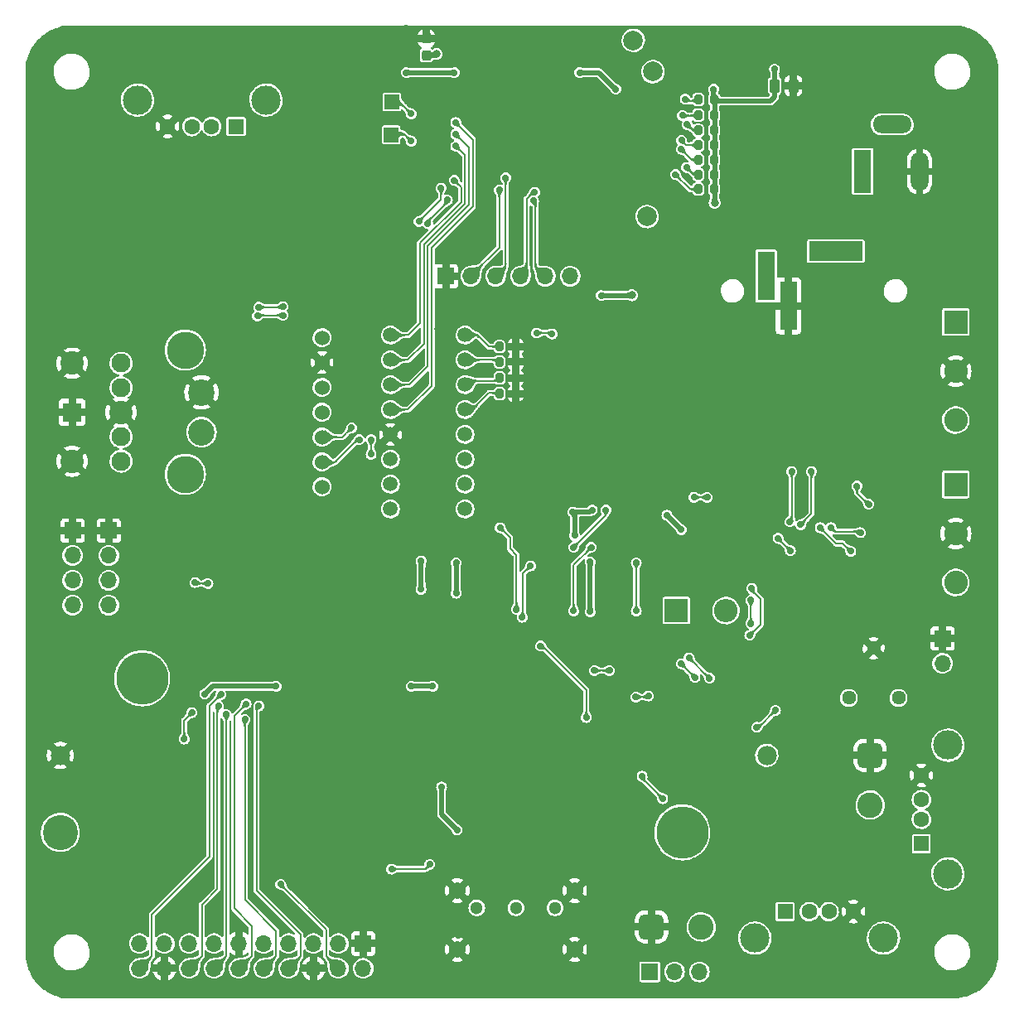
<source format=gbr>
%TF.GenerationSoftware,KiCad,Pcbnew,(6.0.9)*%
%TF.CreationDate,2023-04-07T16:32:21+03:00*%
%TF.ProjectId,ESP32_power_meter_MP3_player_WIFI_radio_V2,45535033-325f-4706-9f77-65725f6d6574,rev?*%
%TF.SameCoordinates,Original*%
%TF.FileFunction,Copper,L2,Bot*%
%TF.FilePolarity,Positive*%
%FSLAX46Y46*%
G04 Gerber Fmt 4.6, Leading zero omitted, Abs format (unit mm)*
G04 Created by KiCad (PCBNEW (6.0.9)) date 2023-04-07 16:32:21*
%MOMM*%
%LPD*%
G01*
G04 APERTURE LIST*
G04 Aperture macros list*
%AMRoundRect*
0 Rectangle with rounded corners*
0 $1 Rounding radius*
0 $2 $3 $4 $5 $6 $7 $8 $9 X,Y pos of 4 corners*
0 Add a 4 corners polygon primitive as box body*
4,1,4,$2,$3,$4,$5,$6,$7,$8,$9,$2,$3,0*
0 Add four circle primitives for the rounded corners*
1,1,$1+$1,$2,$3*
1,1,$1+$1,$4,$5*
1,1,$1+$1,$6,$7*
1,1,$1+$1,$8,$9*
0 Add four rect primitives between the rounded corners*
20,1,$1+$1,$2,$3,$4,$5,0*
20,1,$1+$1,$4,$5,$6,$7,0*
20,1,$1+$1,$6,$7,$8,$9,0*
20,1,$1+$1,$8,$9,$2,$3,0*%
G04 Aperture macros list end*
%TA.AperFunction,ComponentPad*%
%ADD10C,1.980000*%
%TD*%
%TA.AperFunction,ComponentPad*%
%ADD11C,5.325000*%
%TD*%
%TA.AperFunction,ComponentPad*%
%ADD12C,3.585000*%
%TD*%
%TA.AperFunction,ComponentPad*%
%ADD13C,1.300000*%
%TD*%
%TA.AperFunction,ComponentPad*%
%ADD14C,1.710000*%
%TD*%
%TA.AperFunction,ComponentPad*%
%ADD15C,1.500000*%
%TD*%
%TA.AperFunction,ComponentPad*%
%ADD16R,1.950000X1.950000*%
%TD*%
%TA.AperFunction,ComponentPad*%
%ADD17C,1.950000*%
%TD*%
%TA.AperFunction,ComponentPad*%
%ADD18C,2.400000*%
%TD*%
%TA.AperFunction,ComponentPad*%
%ADD19R,1.700000X1.700000*%
%TD*%
%TA.AperFunction,ComponentPad*%
%ADD20O,1.700000X1.700000*%
%TD*%
%TA.AperFunction,ComponentPad*%
%ADD21RoundRect,0.650000X-0.650000X0.650000X-0.650000X-0.650000X0.650000X-0.650000X0.650000X0.650000X0*%
%TD*%
%TA.AperFunction,ComponentPad*%
%ADD22C,2.600000*%
%TD*%
%TA.AperFunction,ComponentPad*%
%ADD23R,5.500000X2.000000*%
%TD*%
%TA.AperFunction,ComponentPad*%
%ADD24R,1.800000X5.000000*%
%TD*%
%TA.AperFunction,ComponentPad*%
%ADD25R,1.800000X4.400000*%
%TD*%
%TA.AperFunction,ComponentPad*%
%ADD26O,1.800000X4.000000*%
%TD*%
%TA.AperFunction,ComponentPad*%
%ADD27O,4.000000X1.800000*%
%TD*%
%TA.AperFunction,ComponentPad*%
%ADD28R,1.500000X1.600000*%
%TD*%
%TA.AperFunction,ComponentPad*%
%ADD29C,1.600000*%
%TD*%
%TA.AperFunction,ComponentPad*%
%ADD30C,3.000000*%
%TD*%
%TA.AperFunction,ComponentPad*%
%ADD31R,1.600000X1.500000*%
%TD*%
%TA.AperFunction,WasherPad*%
%ADD32C,3.810000*%
%TD*%
%TA.AperFunction,ComponentPad*%
%ADD33C,2.700000*%
%TD*%
%TA.AperFunction,ComponentPad*%
%ADD34C,1.524000*%
%TD*%
%TA.AperFunction,ComponentPad*%
%ADD35C,1.440000*%
%TD*%
%TA.AperFunction,ComponentPad*%
%ADD36C,2.000000*%
%TD*%
%TA.AperFunction,ComponentPad*%
%ADD37RoundRect,0.650000X-0.650000X-0.650000X0.650000X-0.650000X0.650000X0.650000X-0.650000X0.650000X0*%
%TD*%
%TA.AperFunction,ComponentPad*%
%ADD38R,2.400000X2.400000*%
%TD*%
%TA.AperFunction,ComponentPad*%
%ADD39O,2.400000X2.400000*%
%TD*%
%TA.AperFunction,SMDPad,CuDef*%
%ADD40RoundRect,0.200000X0.200000X0.275000X-0.200000X0.275000X-0.200000X-0.275000X0.200000X-0.275000X0*%
%TD*%
%TA.AperFunction,SMDPad,CuDef*%
%ADD41RoundRect,0.250000X-0.250000X-0.475000X0.250000X-0.475000X0.250000X0.475000X-0.250000X0.475000X0*%
%TD*%
%TA.AperFunction,SMDPad,CuDef*%
%ADD42R,1.500000X1.500000*%
%TD*%
%TA.AperFunction,SMDPad,CuDef*%
%ADD43RoundRect,0.237500X0.237500X-0.300000X0.237500X0.300000X-0.237500X0.300000X-0.237500X-0.300000X0*%
%TD*%
%TA.AperFunction,ComponentPad*%
%ADD44R,2.413000X2.413000*%
%TD*%
%TA.AperFunction,ComponentPad*%
%ADD45C,2.413000*%
%TD*%
%TA.AperFunction,ViaPad*%
%ADD46C,0.700000*%
%TD*%
%TA.AperFunction,ViaPad*%
%ADD47C,0.800000*%
%TD*%
%TA.AperFunction,Conductor*%
%ADD48C,0.500000*%
%TD*%
%TA.AperFunction,Conductor*%
%ADD49C,0.250000*%
%TD*%
%TA.AperFunction,Conductor*%
%ADD50C,0.200000*%
%TD*%
G04 APERTURE END LIST*
D10*
%TO.P,U7,1,+*%
%TO.N,+BATT*%
X126040000Y-124870000D03*
%TO.P,U7,2,-*%
%TO.N,GND*%
X53840000Y-124870000D03*
D11*
%TO.P,U7,MH1,MH1*%
%TO.N,unconnected-(U7-PadMH1)*%
X117400000Y-132740000D03*
D12*
%TO.P,U7,MH2,MH2*%
%TO.N,unconnected-(U7-PadMH2)*%
X53840000Y-132740000D03*
D11*
%TO.P,U7,MH3,MH3*%
%TO.N,unconnected-(U7-PadMH3)*%
X62200000Y-117000000D03*
%TD*%
D13*
%TO.P,S2,1,PIN1*%
%TO.N,/Power-IN-OUT-BMS/buck_out*%
X96400000Y-140452500D03*
%TO.P,S2,2,COM*%
%TO.N,+3V3*%
X100400000Y-140452500D03*
%TO.P,S2,3,PIN2*%
%TO.N,/Power-IN-OUT-BMS/lin_reg*%
X104400000Y-140452500D03*
D14*
%TO.P,S2,MH1,MH1*%
%TO.N,GND*%
X94400000Y-144702500D03*
%TO.P,S2,MH2,MH2*%
X94400000Y-138702500D03*
%TO.P,S2,MH3,MH3*%
X106400000Y-138702500D03*
%TO.P,S2,MH4,MH4*%
X106400000Y-144702500D03*
%TD*%
D15*
%TO.P,S1,1,COM_1*%
%TO.N,3v3_enable*%
X95200000Y-99700000D03*
%TO.P,S1,2,NO_1*%
%TO.N,+VDC*%
X87580000Y-99700000D03*
%TO.P,S1,3,COM_2*%
%TO.N,Net-(R16-Pad2)*%
X95200000Y-97160000D03*
%TO.P,S1,4,NO_2*%
%TO.N,+VDC*%
X87580000Y-97160000D03*
%TO.P,S1,5,COM_3*%
%TO.N,/gain*%
X95200000Y-94620000D03*
%TO.P,S1,6,NO_3*%
%TO.N,+VDC*%
X87580000Y-94620000D03*
%TO.P,S1,7,COM_4*%
%TO.N,Net-(R17-Pad1)*%
X95200000Y-92080000D03*
%TO.P,S1,8,NO_4*%
%TO.N,GND*%
X87580000Y-92080000D03*
%TO.P,S1,9,COM_5*%
%TO.N,Net-(R18-Pad2)*%
X95200000Y-89540000D03*
%TO.P,S1,10,NO_5*%
%TO.N,/GPIO_06*%
X87580000Y-89540000D03*
%TO.P,S1,11,COM_6*%
%TO.N,Net-(R19-Pad2)*%
X95200000Y-87000000D03*
%TO.P,S1,12,NO_6*%
%TO.N,/GPIO_07*%
X87580000Y-87000000D03*
%TO.P,S1,13,COM_7*%
%TO.N,Net-(R21-Pad2)*%
X95200000Y-84460000D03*
%TO.P,S1,14,NO_7*%
%TO.N,/GPIO_15*%
X87580000Y-84460000D03*
%TO.P,S1,15,COM_8*%
%TO.N,Net-(R22-Pad2)*%
X95200000Y-81920000D03*
%TO.P,S1,16,NO_8*%
%TO.N,/GPIO_16*%
X87580000Y-81920000D03*
%TD*%
D16*
%TO.P,J1,1,1*%
%TO.N,GND*%
X55050000Y-89800000D03*
D17*
%TO.P,J1,2,2*%
%TO.N,Net-(J1-Pad2)*%
X60050000Y-84800000D03*
%TO.P,J1,3,3*%
%TO.N,unconnected-(J1-Pad3)*%
X60050000Y-87300000D03*
%TO.P,J1,4,4*%
%TO.N,unconnected-(J1-Pad4)*%
X60050000Y-92300000D03*
%TO.P,J1,5,5*%
%TO.N,Net-(J1-Pad2)*%
X60050000Y-94800000D03*
D18*
%TO.P,J1,MH1,MH1*%
%TO.N,GND*%
X55050000Y-84800000D03*
%TO.P,J1,MH2,MH2*%
X55050000Y-94800000D03*
%TO.P,J1,MH3,MH3*%
X60050000Y-89800000D03*
%TD*%
D19*
%TO.P,J16,1,Pin_1*%
%TO.N,GND*%
X55100000Y-101900000D03*
D20*
%TO.P,J16,2,Pin_2*%
%TO.N,SDA*%
X55100000Y-104440000D03*
%TO.P,J16,3,Pin_3*%
%TO.N,SCL*%
X55100000Y-106980000D03*
%TO.P,J16,4,Pin_4*%
%TO.N,+3V3*%
X55100000Y-109520000D03*
%TD*%
D19*
%TO.P,J14,1,Pin_1*%
%TO.N,GND*%
X84800000Y-144100000D03*
D20*
%TO.P,J14,2,Pin_2*%
%TO.N,+3V3*%
X84800000Y-146640000D03*
%TO.P,J14,3,Pin_3*%
%TO.N,/P7*%
X82260000Y-144100000D03*
%TO.P,J14,4,Pin_4*%
%TO.N,/P8*%
X82260000Y-146640000D03*
%TO.P,J14,5,Pin_5*%
%TO.N,/P6*%
X79720000Y-144100000D03*
%TO.P,J14,6,Pin_6*%
%TO.N,GND*%
X79720000Y-146640000D03*
%TO.P,J14,7,Pin_7*%
%TO.N,/P5*%
X77180000Y-144100000D03*
%TO.P,J14,8,Pin_8*%
%TO.N,/P9*%
X77180000Y-146640000D03*
%TO.P,J14,9,Pin_9*%
%TO.N,/P4*%
X74640000Y-144100000D03*
%TO.P,J14,10,Pin_10*%
%TO.N,/P10*%
X74640000Y-146640000D03*
%TO.P,J14,11,Pin_11*%
%TO.N,GND*%
X72100000Y-144100000D03*
%TO.P,J14,12,Pin_12*%
%TO.N,/P11*%
X72100000Y-146640000D03*
%TO.P,J14,13,Pin_13*%
%TO.N,/P3*%
X69560000Y-144100000D03*
%TO.P,J14,14,Pin_14*%
%TO.N,/P12*%
X69560000Y-146640000D03*
%TO.P,J14,15,Pin_15*%
%TO.N,/P2*%
X67020000Y-144100000D03*
%TO.P,J14,16,Pin_16*%
%TO.N,/P13*%
X67020000Y-146640000D03*
%TO.P,J14,17,Pin_17*%
%TO.N,/P1*%
X64480000Y-144100000D03*
%TO.P,J14,18,Pin_18*%
%TO.N,GND*%
X64480000Y-146640000D03*
%TO.P,J14,19,Pin_19*%
%TO.N,/P0*%
X61940000Y-144100000D03*
%TO.P,J14,20,Pin_20*%
%TO.N,/P14*%
X61940000Y-146640000D03*
%TD*%
D21*
%TO.P,J10,1,Pin_1*%
%TO.N,GND*%
X136600000Y-124860000D03*
D22*
%TO.P,J10,2,Pin_2*%
%TO.N,/POWER_MEASUREMENTS/mini_power_load*%
X136600000Y-129940000D03*
%TD*%
D19*
%TO.P,J13,1,Pin_1*%
%TO.N,GND*%
X144000000Y-112925000D03*
D20*
%TO.P,J13,2,Pin_2*%
%TO.N,Net-(J13-Pad2)*%
X144000000Y-115465000D03*
%TD*%
D23*
%TO.P,J5,1*%
%TO.N,/POWER_MEASUREMENTS/source_vcc*%
X133086000Y-73352000D03*
D24*
%TO.P,J5,2*%
%TO.N,GND*%
X128260000Y-78940000D03*
%TO.P,J5,3*%
%TO.N,unconnected-(J5-Pad3)*%
X125974000Y-75892000D03*
%TD*%
D25*
%TO.P,J7,1*%
%TO.N,/POWER_MEASUREMENTS/source_vcc*%
X135850000Y-65200000D03*
D26*
%TO.P,J7,2*%
%TO.N,GND*%
X141650000Y-65200000D03*
D27*
%TO.P,J7,3*%
%TO.N,unconnected-(J7-Pad3)*%
X138850000Y-60400000D03*
%TD*%
D28*
%TO.P,J11,1,VBUS*%
%TO.N,/POWER_MEASUREMENTS/mini_power_load*%
X141840000Y-133900000D03*
D29*
%TO.P,J11,2,D-*%
%TO.N,/POWER_MEASUREMENTS/D2-*%
X141840000Y-131400000D03*
%TO.P,J11,3,D+*%
%TO.N,/POWER_MEASUREMENTS/D2+*%
X141840000Y-129400000D03*
%TO.P,J11,4,GND*%
%TO.N,GND*%
X141840000Y-126900000D03*
D30*
%TO.P,J11,5,Shield*%
%TO.N,Net-(C15-Pad1)*%
X144550000Y-123830000D03*
X144550000Y-136970000D03*
%TD*%
D31*
%TO.P,J3,1,VBUS*%
%TO.N,VBUS*%
X71800000Y-60600000D03*
D29*
%TO.P,J3,2,D-*%
%TO.N,D-*%
X69300000Y-60600000D03*
%TO.P,J3,3,D+*%
%TO.N,D+*%
X67300000Y-60600000D03*
%TO.P,J3,4,GND*%
%TO.N,GND*%
X64800000Y-60600000D03*
D30*
%TO.P,J3,5,Shield*%
%TO.N,unconnected-(J3-Pad5)*%
X61730000Y-57890000D03*
X74870000Y-57890000D03*
%TD*%
D19*
%TO.P,JP1,1,A*%
%TO.N,+5V*%
X114075000Y-147000000D03*
D20*
%TO.P,JP1,2,C*%
%TO.N,/POWER_MEASUREMENTS/mini_power_source*%
X116615000Y-147000000D03*
%TO.P,JP1,3,B*%
%TO.N,/POWER_MEASUREMENTS/ext_5v*%
X119155000Y-147000000D03*
%TD*%
D32*
%TO.P,U3,*%
%TO.N,*%
X66615000Y-83450000D03*
X66615000Y-96150000D03*
D33*
%TO.P,U3,1,speaker+*%
%TO.N,Net-(J1-Pad2)*%
X68266000Y-91832000D03*
%TO.P,U3,2,speaker-*%
%TO.N,GND*%
X68266000Y-87768000D03*
D34*
%TO.P,U3,3,VDD*%
%TO.N,+VDC*%
X80585000Y-82180000D03*
%TO.P,U3,4,VSS*%
%TO.N,GND*%
X80585000Y-84720000D03*
%TO.P,U3,5,LRC_(Left/Right_Clock*%
%TO.N,/GPIO_12*%
X80585000Y-97420000D03*
%TO.P,U3,6,BCLK_(Bit_Clock)*%
%TO.N,/BCLK*%
X80585000Y-94880000D03*
%TO.P,U3,7,DIN_(Data_In)*%
%TO.N,/DATA_IN*%
X80585000Y-92340000D03*
%TO.P,U3,8,GAIN*%
%TO.N,/gain*%
X80585000Y-89800000D03*
%TO.P,U3,9,SD_/_MODE*%
%TO.N,/GPIO_09*%
X80585000Y-87260000D03*
%TD*%
D31*
%TO.P,J8,1,VBUS*%
%TO.N,/POWER_MEASUREMENTS/ext_5v*%
X127900000Y-140840000D03*
D29*
%TO.P,J8,2,D-*%
%TO.N,/POWER_MEASUREMENTS/D2+*%
X130400000Y-140840000D03*
%TO.P,J8,3,D+*%
%TO.N,/POWER_MEASUREMENTS/D2-*%
X132400000Y-140840000D03*
%TO.P,J8,4,GND*%
%TO.N,GND*%
X134900000Y-140840000D03*
D30*
%TO.P,J8,5,Shield*%
%TO.N,unconnected-(J8-Pad5)*%
X137970000Y-143550000D03*
X124830000Y-143550000D03*
%TD*%
D19*
%TO.P,J4,1,Pin_1*%
%TO.N,GND*%
X93250000Y-75900000D03*
D20*
%TO.P,J4,2,Pin_2*%
%TO.N,UART0_TX*%
X95790000Y-75900000D03*
%TO.P,J4,3,Pin_3*%
%TO.N,UART0_RX*%
X98330000Y-75900000D03*
%TO.P,J4,4,Pin_4*%
%TO.N,/BOOT*%
X100870000Y-75900000D03*
%TO.P,J4,5,Pin_5*%
%TO.N,/EN*%
X103410000Y-75900000D03*
%TO.P,J4,6,Pin_6*%
%TO.N,+3V3*%
X105950000Y-75900000D03*
%TD*%
D35*
%TO.P,RV1,1,1*%
%TO.N,Net-(J13-Pad2)*%
X139500000Y-119000000D03*
%TO.P,RV1,2,2*%
%TO.N,GND*%
X136960000Y-113920000D03*
%TO.P,RV1,3,3*%
%TO.N,/Power-IN-OUT-BMS/Set_charge_current*%
X134420000Y-119000000D03*
%TD*%
D36*
%TO.P,TP11,1,1*%
%TO.N,/GPIO_35*%
X113800000Y-69800000D03*
%TD*%
D19*
%TO.P,J15,1,Pin_1*%
%TO.N,GND*%
X58800000Y-101900000D03*
D20*
%TO.P,J15,2,Pin_2*%
%TO.N,SDA*%
X58800000Y-104440000D03*
%TO.P,J15,3,Pin_3*%
%TO.N,SCL*%
X58800000Y-106980000D03*
%TO.P,J15,4,Pin_4*%
%TO.N,+3V3*%
X58800000Y-109520000D03*
%TD*%
D37*
%TO.P,J6,1,Pin_1*%
%TO.N,GND*%
X114260000Y-142400000D03*
D22*
%TO.P,J6,2,Pin_2*%
%TO.N,/POWER_MEASUREMENTS/ext_5v*%
X119340000Y-142400000D03*
%TD*%
D38*
%TO.P,D7,1,K*%
%TO.N,Power_in+*%
X116787500Y-110070500D03*
D39*
%TO.P,D7,2,A*%
%TO.N,+5V*%
X121867500Y-110070500D03*
%TD*%
D40*
%TO.P,R19,1*%
%TO.N,GND*%
X100375000Y-86300000D03*
%TO.P,R19,2*%
%TO.N,Net-(R19-Pad2)*%
X98725000Y-86300000D03*
%TD*%
%TO.P,R21,1*%
%TO.N,GND*%
X100375000Y-84650000D03*
%TO.P,R21,2*%
%TO.N,Net-(R21-Pad2)*%
X98725000Y-84650000D03*
%TD*%
%TO.P,R2,1*%
%TO.N,+3V3*%
X120675000Y-67000000D03*
%TO.P,R2,2*%
%TO.N,/GPIO_36*%
X119025000Y-67000000D03*
%TD*%
D36*
%TO.P,TP12,1,1*%
%TO.N,/GPIO_01*%
X112400000Y-51800000D03*
%TD*%
D40*
%TO.P,R6,1*%
%TO.N,+3V3*%
X120675000Y-59450000D03*
%TO.P,R6,2*%
%TO.N,/GPIO_41*%
X119025000Y-59450000D03*
%TD*%
D41*
%TO.P,C7,1*%
%TO.N,+3V3*%
X126850000Y-56450000D03*
%TO.P,C7,2*%
%TO.N,GND*%
X128750000Y-56450000D03*
%TD*%
D40*
%TO.P,R4,1*%
%TO.N,+3V3*%
X120675000Y-65500000D03*
%TO.P,R4,2*%
%TO.N,/GPIO_37*%
X119025000Y-65500000D03*
%TD*%
D42*
%TO.P,TP6,1,1*%
%TO.N,/GPIO_07*%
X87700000Y-58100000D03*
%TD*%
D40*
%TO.P,R18,1*%
%TO.N,GND*%
X100375000Y-87900000D03*
%TO.P,R18,2*%
%TO.N,Net-(R18-Pad2)*%
X98725000Y-87900000D03*
%TD*%
%TO.P,R7,1*%
%TO.N,+3V3*%
X120675000Y-61000000D03*
%TO.P,R7,2*%
%TO.N,/GPIO_40*%
X119025000Y-61000000D03*
%TD*%
D43*
%TO.P,C31,1*%
%TO.N,+3V3*%
X91250000Y-53312500D03*
%TO.P,C31,2*%
%TO.N,GND*%
X91250000Y-51587500D03*
%TD*%
D42*
%TO.P,TP8,1,1*%
%TO.N,/GPIO_16*%
X87650000Y-61450000D03*
%TD*%
D40*
%TO.P,R8,1*%
%TO.N,+3V3*%
X120675000Y-62500000D03*
%TO.P,R8,2*%
%TO.N,/GPIO_39*%
X119025000Y-62500000D03*
%TD*%
%TO.P,R3,1*%
%TO.N,+3V3*%
X120675000Y-64000000D03*
%TO.P,R3,2*%
%TO.N,/GPIO_38*%
X119025000Y-64000000D03*
%TD*%
%TO.P,R5,1*%
%TO.N,+3V3*%
X120675000Y-57850000D03*
%TO.P,R5,2*%
%TO.N,/GPIO_42*%
X119025000Y-57850000D03*
%TD*%
%TO.P,R22,1*%
%TO.N,GND*%
X100375000Y-83100000D03*
%TO.P,R22,2*%
%TO.N,Net-(R22-Pad2)*%
X98725000Y-83100000D03*
%TD*%
D36*
%TO.P,TP13,1,1*%
%TO.N,/GPIO_02*%
X114400000Y-55000000D03*
%TD*%
D44*
%TO.P,J12,1,Pin_1*%
%TO.N,/POWER_MEASUREMENTS/load_vcc*%
X145350420Y-97200010D03*
D45*
%TO.P,J12,2,Pin_2*%
%TO.N,GND*%
X145350420Y-102198730D03*
%TO.P,J12,3,Pin_3*%
%TO.N,unconnected-(J12-Pad3)*%
X145350420Y-107199990D03*
%TD*%
D44*
%TO.P,J9,1,Pin_1*%
%TO.N,/POWER_MEASUREMENTS/source_vcc*%
X145350420Y-80600010D03*
D45*
%TO.P,J9,2,Pin_2*%
%TO.N,GND*%
X145350420Y-85598730D03*
%TO.P,J9,3,Pin_3*%
%TO.N,unconnected-(J9-Pad3)*%
X145350420Y-90599990D03*
%TD*%
D46*
%TO.N,GND*%
X76575000Y-77850000D03*
X74075000Y-77850000D03*
X94700000Y-71175000D03*
X146963000Y-148284000D03*
X146963000Y-143284000D03*
X146963000Y-140784000D03*
X146963000Y-138284000D03*
X146963000Y-123284000D03*
X146963000Y-115784000D03*
X146963000Y-113284000D03*
X146963000Y-110784000D03*
X146963000Y-105784000D03*
X146963000Y-100784000D03*
X146963000Y-93284000D03*
X146963000Y-88284000D03*
X146963000Y-83284000D03*
X146963000Y-78284000D03*
X146963000Y-75784000D03*
X146963000Y-73284000D03*
X146963000Y-70784000D03*
X146963000Y-68284000D03*
X146963000Y-65784000D03*
X146963000Y-63284000D03*
X146963000Y-60784000D03*
X146963000Y-58284000D03*
X146963000Y-53284000D03*
X144463000Y-148284000D03*
X144463000Y-140784000D03*
X144463000Y-133284000D03*
X144463000Y-130784000D03*
X144463000Y-128284000D03*
X144463000Y-110784000D03*
X144463000Y-93284000D03*
X144463000Y-88284000D03*
X144463000Y-75784000D03*
X144463000Y-73284000D03*
X144463000Y-70784000D03*
X144463000Y-68284000D03*
X144463000Y-65784000D03*
X144463000Y-63284000D03*
X144463000Y-60784000D03*
X144463000Y-58284000D03*
X141963000Y-148284000D03*
X141963000Y-145784000D03*
X141963000Y-143284000D03*
X141963000Y-140784000D03*
X141963000Y-138284000D03*
X141963000Y-135784000D03*
X141963000Y-123284000D03*
X141963000Y-120784000D03*
X141963000Y-115784000D03*
X141963000Y-113284000D03*
X141963000Y-110784000D03*
X141963000Y-108284000D03*
X141963000Y-105784000D03*
X141963000Y-103284000D03*
X141963000Y-98284000D03*
X141963000Y-95784000D03*
X141963000Y-93284000D03*
X141963000Y-90784000D03*
X141963000Y-88284000D03*
X141963000Y-80784000D03*
X141963000Y-73284000D03*
X141963000Y-70784000D03*
X141963000Y-68284000D03*
X141963000Y-60784000D03*
X141963000Y-58284000D03*
X141963000Y-55784000D03*
X141963000Y-53284000D03*
X139463000Y-148284000D03*
X139463000Y-145784000D03*
X139463000Y-140784000D03*
X139463000Y-138284000D03*
X139463000Y-135784000D03*
X139463000Y-133284000D03*
X139463000Y-123284000D03*
X139463000Y-120784000D03*
X139463000Y-115784000D03*
X139463000Y-113284000D03*
X139463000Y-110784000D03*
X139463000Y-108284000D03*
X139463000Y-105784000D03*
X139463000Y-103284000D03*
X139463000Y-83284000D03*
X139463000Y-80784000D03*
X139463000Y-70784000D03*
X139463000Y-68284000D03*
X139463000Y-65784000D03*
X139463000Y-63284000D03*
X139463000Y-58284000D03*
X139463000Y-55784000D03*
X139463000Y-53284000D03*
X136963000Y-148284000D03*
X136963000Y-145784000D03*
X136963000Y-140784000D03*
X136963000Y-138284000D03*
X136963000Y-120784000D03*
X136963000Y-118284000D03*
X136963000Y-115784000D03*
X136963000Y-110784000D03*
X136963000Y-108284000D03*
X136963000Y-105784000D03*
X136963000Y-103284000D03*
X136963000Y-93284000D03*
X136963000Y-90784000D03*
X136963000Y-88284000D03*
X136963000Y-85784000D03*
X136963000Y-83284000D03*
X136963000Y-80784000D03*
X136963000Y-78284000D03*
X136963000Y-75784000D03*
X136963000Y-70784000D03*
X136963000Y-68284000D03*
X136963000Y-58284000D03*
X136963000Y-55784000D03*
X136963000Y-53284000D03*
X134463000Y-148284000D03*
X134463000Y-145784000D03*
X134463000Y-138284000D03*
X134463000Y-130784000D03*
X134463000Y-128284000D03*
X134463000Y-125784000D03*
X134463000Y-123284000D03*
X134463000Y-93284000D03*
X134463000Y-90784000D03*
X134463000Y-88284000D03*
X134463000Y-85784000D03*
X134463000Y-83284000D03*
X134463000Y-80784000D03*
X134463000Y-78284000D03*
X134463000Y-75784000D03*
X134463000Y-68284000D03*
X134463000Y-60784000D03*
X134463000Y-58284000D03*
X134463000Y-55784000D03*
X134463000Y-53284000D03*
X131963000Y-148284000D03*
X131963000Y-145784000D03*
X131963000Y-128284000D03*
X131963000Y-125784000D03*
X131963000Y-123284000D03*
X131963000Y-118284000D03*
X131963000Y-115784000D03*
X131963000Y-113284000D03*
X131963000Y-110784000D03*
X131963000Y-108284000D03*
X131963000Y-93284000D03*
X131963000Y-90784000D03*
X131963000Y-88284000D03*
X131963000Y-85784000D03*
X131963000Y-83284000D03*
X131963000Y-80784000D03*
X131963000Y-78284000D03*
X131963000Y-75784000D03*
X131963000Y-70784000D03*
X131963000Y-68284000D03*
X131963000Y-65784000D03*
X131963000Y-63284000D03*
X131963000Y-60784000D03*
X131963000Y-58284000D03*
X129463000Y-148284000D03*
X129463000Y-145784000D03*
X129463000Y-135784000D03*
X129463000Y-128284000D03*
X129463000Y-125784000D03*
X129463000Y-123284000D03*
X129463000Y-108284000D03*
X129463000Y-105784000D03*
X129463000Y-90784000D03*
X129463000Y-88284000D03*
X129463000Y-83284000D03*
X129463000Y-75784000D03*
X129463000Y-73284000D03*
X129463000Y-70784000D03*
X129463000Y-63284000D03*
X129463000Y-60784000D03*
X129463000Y-53284000D03*
X126963000Y-148284000D03*
X126963000Y-145784000D03*
X126963000Y-135784000D03*
X126963000Y-133284000D03*
X126963000Y-130784000D03*
X126963000Y-93284000D03*
X126963000Y-88284000D03*
X126963000Y-85784000D03*
X126963000Y-70784000D03*
X126963000Y-68284000D03*
X126963000Y-63284000D03*
X126963000Y-53284000D03*
X124463000Y-148284000D03*
X124463000Y-145784000D03*
X124463000Y-133284000D03*
X124463000Y-103284000D03*
X124463000Y-100784000D03*
X124463000Y-98284000D03*
X124463000Y-95784000D03*
X124463000Y-90784000D03*
X124463000Y-85784000D03*
X124463000Y-80784000D03*
X124463000Y-78284000D03*
X124463000Y-75784000D03*
X124463000Y-73284000D03*
X124463000Y-70784000D03*
X124463000Y-68284000D03*
X124463000Y-53284000D03*
X121963000Y-148284000D03*
X121963000Y-145784000D03*
X121963000Y-143284000D03*
X121963000Y-133284000D03*
X121963000Y-120784000D03*
X121963000Y-118284000D03*
X121963000Y-115784000D03*
X121963000Y-105784000D03*
X121963000Y-103284000D03*
X121963000Y-100784000D03*
X121963000Y-98284000D03*
X121963000Y-95784000D03*
X121963000Y-93284000D03*
X121963000Y-85784000D03*
X121963000Y-73284000D03*
X121963000Y-70784000D03*
X121963000Y-55784000D03*
X121963000Y-53284000D03*
X119463000Y-135784000D03*
X119463000Y-110784000D03*
X119463000Y-103284000D03*
X119463000Y-100784000D03*
X119463000Y-80784000D03*
X119463000Y-78284000D03*
X119463000Y-75784000D03*
X116963000Y-138284000D03*
X116963000Y-98284000D03*
X116963000Y-80784000D03*
X116963000Y-78284000D03*
X116963000Y-70784000D03*
X116963000Y-68284000D03*
X116963000Y-55784000D03*
X114463000Y-138284000D03*
X114463000Y-135784000D03*
X114463000Y-113284000D03*
X114463000Y-110784000D03*
X114463000Y-80784000D03*
X114463000Y-78284000D03*
X114463000Y-53284000D03*
X111963000Y-148284000D03*
X111963000Y-135784000D03*
X111963000Y-133284000D03*
X111963000Y-130784000D03*
X111963000Y-128284000D03*
X111963000Y-98284000D03*
X111963000Y-93284000D03*
X111963000Y-75784000D03*
X111963000Y-70784000D03*
X109463000Y-148284000D03*
X109463000Y-145784000D03*
X109463000Y-143284000D03*
X109463000Y-140784000D03*
X109463000Y-138284000D03*
X109463000Y-133284000D03*
X109463000Y-95784000D03*
X106963000Y-148284000D03*
X106963000Y-143284000D03*
X106963000Y-140784000D03*
X106963000Y-133284000D03*
X106963000Y-125784000D03*
X106963000Y-78284000D03*
X106963000Y-65784000D03*
X106963000Y-63284000D03*
X106963000Y-60784000D03*
X106963000Y-53284000D03*
X104463000Y-148284000D03*
X104463000Y-145784000D03*
X104463000Y-143284000D03*
X104463000Y-130784000D03*
X104463000Y-128284000D03*
X104463000Y-125784000D03*
X104463000Y-98284000D03*
X104463000Y-95784000D03*
X104463000Y-93284000D03*
X104463000Y-90784000D03*
X104463000Y-88284000D03*
X104463000Y-85784000D03*
X104463000Y-78284000D03*
X104463000Y-65784000D03*
X104463000Y-63284000D03*
X104463000Y-53284000D03*
X101963000Y-148284000D03*
X101963000Y-145784000D03*
X101963000Y-143284000D03*
X101963000Y-140784000D03*
X101963000Y-138284000D03*
X101963000Y-135784000D03*
X101963000Y-133284000D03*
X101963000Y-130784000D03*
X101963000Y-128284000D03*
X101963000Y-125784000D03*
X101963000Y-123284000D03*
X101963000Y-98284000D03*
X101963000Y-95784000D03*
X101963000Y-93284000D03*
X101963000Y-90784000D03*
X101963000Y-88284000D03*
X101963000Y-85784000D03*
X101963000Y-83284000D03*
X101963000Y-78284000D03*
X101963000Y-65784000D03*
X101963000Y-58284000D03*
X101963000Y-53284000D03*
X99463000Y-148284000D03*
X99463000Y-135784000D03*
X99463000Y-133284000D03*
X99463000Y-130784000D03*
X99463000Y-128284000D03*
X99463000Y-125784000D03*
X99463000Y-123284000D03*
X99463000Y-113284000D03*
X99463000Y-90784000D03*
X99463000Y-78284000D03*
X99463000Y-63284000D03*
X99463000Y-53284000D03*
X96963000Y-148284000D03*
X96963000Y-143284000D03*
X96963000Y-138284000D03*
X96963000Y-125784000D03*
X96963000Y-120784000D03*
X96963000Y-115784000D03*
X96963000Y-113284000D03*
X96963000Y-108284000D03*
X96963000Y-103284000D03*
X96963000Y-100784000D03*
X96963000Y-98284000D03*
X96963000Y-95784000D03*
X96963000Y-93284000D03*
X96963000Y-90784000D03*
X96963000Y-85784000D03*
X96963000Y-80784000D03*
X96963000Y-78284000D03*
X96963000Y-65784000D03*
X96963000Y-63284000D03*
X96963000Y-53284000D03*
X94463000Y-148284000D03*
X94463000Y-143284000D03*
X94463000Y-135784000D03*
X94463000Y-125784000D03*
X94463000Y-120784000D03*
X94463000Y-115784000D03*
X94463000Y-113284000D03*
X94463000Y-110784000D03*
X94463000Y-103284000D03*
X94463000Y-78284000D03*
X94463000Y-53284000D03*
X91963000Y-148284000D03*
X91963000Y-145784000D03*
X91963000Y-143284000D03*
X91963000Y-125784000D03*
X91963000Y-123284000D03*
X91963000Y-120784000D03*
X91963000Y-115784000D03*
X91963000Y-113284000D03*
X91963000Y-110784000D03*
X91963000Y-108284000D03*
X91963000Y-103284000D03*
X91963000Y-100784000D03*
X91963000Y-98284000D03*
X91963000Y-95784000D03*
X91963000Y-90784000D03*
X89463000Y-148284000D03*
X89463000Y-145784000D03*
X89463000Y-143284000D03*
X89463000Y-125784000D03*
X89463000Y-123284000D03*
X89463000Y-120784000D03*
X89463000Y-115784000D03*
X89463000Y-113284000D03*
X89463000Y-110784000D03*
X89463000Y-103284000D03*
X89463000Y-100784000D03*
X89463000Y-98284000D03*
X89463000Y-95784000D03*
X89463000Y-73284000D03*
X86963000Y-148284000D03*
X86963000Y-145784000D03*
X86963000Y-143284000D03*
X86963000Y-125784000D03*
X86963000Y-123284000D03*
X86963000Y-120784000D03*
X86963000Y-115784000D03*
X86963000Y-113284000D03*
X86963000Y-110784000D03*
X86963000Y-108284000D03*
X86963000Y-103284000D03*
X86963000Y-70784000D03*
X86963000Y-63284000D03*
X84463000Y-148284000D03*
X84463000Y-140784000D03*
X84463000Y-125784000D03*
X84463000Y-123284000D03*
X84463000Y-120784000D03*
X84463000Y-115784000D03*
X84463000Y-113284000D03*
X84463000Y-110784000D03*
X84463000Y-108284000D03*
X84463000Y-103284000D03*
X84463000Y-100784000D03*
X84463000Y-98284000D03*
X84463000Y-78284000D03*
X84463000Y-73284000D03*
X84463000Y-70784000D03*
X84463000Y-65784000D03*
X81963000Y-148284000D03*
X81963000Y-140784000D03*
X81963000Y-125784000D03*
X81963000Y-123284000D03*
X81963000Y-120784000D03*
X81963000Y-115784000D03*
X81963000Y-113284000D03*
X81963000Y-110784000D03*
X81963000Y-108284000D03*
X81963000Y-105784000D03*
X81963000Y-95784000D03*
X81963000Y-93284000D03*
X81963000Y-88284000D03*
X81963000Y-85784000D03*
X81963000Y-83284000D03*
X81963000Y-80784000D03*
X81963000Y-75784000D03*
X81963000Y-73284000D03*
X81963000Y-65784000D03*
X81963000Y-55784000D03*
X79463000Y-148284000D03*
X79463000Y-128284000D03*
X79463000Y-125784000D03*
X79463000Y-123284000D03*
X79463000Y-120784000D03*
X79463000Y-115784000D03*
X79463000Y-113284000D03*
X79463000Y-110784000D03*
X79463000Y-108284000D03*
X79463000Y-105784000D03*
X79463000Y-103284000D03*
X79463000Y-85784000D03*
X79463000Y-80784000D03*
X79463000Y-78284000D03*
X79463000Y-75784000D03*
X79463000Y-65784000D03*
X79463000Y-60784000D03*
X79463000Y-55784000D03*
X76963000Y-148284000D03*
X76963000Y-135784000D03*
X76963000Y-133284000D03*
X76963000Y-130784000D03*
X76963000Y-128284000D03*
X76963000Y-125784000D03*
X76963000Y-123284000D03*
X76963000Y-120784000D03*
X76963000Y-115784000D03*
X76963000Y-110784000D03*
X76963000Y-108284000D03*
X76963000Y-105784000D03*
X76963000Y-103284000D03*
X76963000Y-100784000D03*
X76963000Y-70784000D03*
X76963000Y-58284000D03*
X76963000Y-55784000D03*
X74463000Y-148284000D03*
X74463000Y-110784000D03*
X74463000Y-108284000D03*
X74463000Y-105784000D03*
X74463000Y-103284000D03*
X74463000Y-100784000D03*
X74463000Y-98284000D03*
X74463000Y-73284000D03*
X74463000Y-70784000D03*
X73950000Y-68650000D03*
X74463000Y-63284000D03*
X74463000Y-55784000D03*
X74463000Y-53284000D03*
X71963000Y-148284000D03*
X71963000Y-110784000D03*
X71963000Y-108284000D03*
X71963000Y-105784000D03*
X71963000Y-103284000D03*
X71963000Y-95784000D03*
X71963000Y-93284000D03*
X71963000Y-90784000D03*
X71963000Y-88284000D03*
X71963000Y-85784000D03*
X71963000Y-83284000D03*
X71963000Y-80784000D03*
X71963000Y-78284000D03*
X71963000Y-75784000D03*
X71963000Y-73284000D03*
X71963000Y-70784000D03*
X71963000Y-68284000D03*
X71963000Y-63284000D03*
X71963000Y-55784000D03*
X71963000Y-53284000D03*
X69463000Y-148284000D03*
X69463000Y-98284000D03*
X69463000Y-95784000D03*
X69463000Y-85784000D03*
X69463000Y-83284000D03*
X69463000Y-80784000D03*
X69463000Y-78284000D03*
X69463000Y-75784000D03*
X69463000Y-73284000D03*
X69463000Y-70784000D03*
X69463000Y-68284000D03*
X69463000Y-55784000D03*
X69463000Y-53284000D03*
X66963000Y-148284000D03*
X66963000Y-133284000D03*
X66963000Y-130784000D03*
X66963000Y-103284000D03*
X66963000Y-100784000D03*
X66963000Y-80784000D03*
X66963000Y-78284000D03*
X66963000Y-75784000D03*
X66963000Y-73284000D03*
X66963000Y-70784000D03*
X66963000Y-68284000D03*
X66963000Y-55784000D03*
X66963000Y-53284000D03*
X64463000Y-148284000D03*
X64463000Y-135784000D03*
X64463000Y-133284000D03*
X64463000Y-130784000D03*
X64463000Y-128284000D03*
X64463000Y-120784000D03*
X64463000Y-113284000D03*
X64463000Y-110784000D03*
X64463000Y-103284000D03*
X64463000Y-100784000D03*
X64463000Y-98284000D03*
X64463000Y-93284000D03*
X64463000Y-90784000D03*
X64463000Y-88284000D03*
X64463000Y-85784000D03*
X64463000Y-80784000D03*
X64463000Y-78284000D03*
X64463000Y-75784000D03*
X64463000Y-73284000D03*
X64463000Y-70784000D03*
X64463000Y-68284000D03*
X64463000Y-63284000D03*
X64463000Y-55784000D03*
X64463000Y-53284000D03*
X61963000Y-148284000D03*
X61963000Y-138284000D03*
X61963000Y-135784000D03*
X61963000Y-133284000D03*
X61963000Y-130784000D03*
X61963000Y-128284000D03*
X61963000Y-125784000D03*
X61963000Y-120784000D03*
X61963000Y-113284000D03*
X61963000Y-110784000D03*
X61963000Y-108284000D03*
X61963000Y-105784000D03*
X61963000Y-103284000D03*
X61963000Y-100784000D03*
X61963000Y-98284000D03*
X61963000Y-95784000D03*
X61963000Y-90784000D03*
X61963000Y-88284000D03*
X61963000Y-83284000D03*
X61963000Y-80784000D03*
X61963000Y-78284000D03*
X61963000Y-75784000D03*
X61963000Y-73284000D03*
X61963000Y-70784000D03*
X61963000Y-68284000D03*
X61963000Y-65784000D03*
X61963000Y-63284000D03*
X61963000Y-55784000D03*
X61963000Y-53284000D03*
X59463000Y-148284000D03*
X59463000Y-145784000D03*
X59463000Y-143284000D03*
X59463000Y-140784000D03*
X59463000Y-138284000D03*
X59463000Y-135784000D03*
X59463000Y-133284000D03*
X59463000Y-130784000D03*
X59463000Y-128284000D03*
X59463000Y-125784000D03*
X59463000Y-120784000D03*
X59463000Y-113284000D03*
X59463000Y-98284000D03*
X59463000Y-80784000D03*
X59463000Y-78284000D03*
X59463000Y-75784000D03*
X59463000Y-73284000D03*
X59463000Y-70784000D03*
X59463000Y-68284000D03*
X59463000Y-65784000D03*
X59463000Y-63284000D03*
X59463000Y-60784000D03*
X59463000Y-58284000D03*
X59463000Y-55784000D03*
X59463000Y-53284000D03*
X56963000Y-148284000D03*
X56963000Y-143284000D03*
X56963000Y-140784000D03*
X56963000Y-138284000D03*
X56963000Y-135784000D03*
X56963000Y-133284000D03*
X56963000Y-130784000D03*
X56963000Y-128284000D03*
X56963000Y-125784000D03*
X56963000Y-123284000D03*
X56963000Y-120784000D03*
X56963000Y-118284000D03*
X56963000Y-115784000D03*
X56963000Y-113284000D03*
X56963000Y-110784000D03*
X56963000Y-108284000D03*
X56963000Y-105784000D03*
X56963000Y-103284000D03*
X56963000Y-100784000D03*
X56963000Y-98284000D03*
X56963000Y-95784000D03*
X56963000Y-93284000D03*
X56963000Y-90784000D03*
X56963000Y-88284000D03*
X56963000Y-85784000D03*
X56963000Y-83284000D03*
X56963000Y-80784000D03*
X56963000Y-78284000D03*
X56963000Y-75784000D03*
X56963000Y-73284000D03*
X56963000Y-70784000D03*
X56963000Y-68284000D03*
X56963000Y-65784000D03*
X56963000Y-63284000D03*
X56963000Y-60784000D03*
X56963000Y-58284000D03*
X56963000Y-53284000D03*
X54463000Y-148284000D03*
X54463000Y-140784000D03*
X54463000Y-138284000D03*
X54463000Y-135784000D03*
X54463000Y-128284000D03*
X54463000Y-123284000D03*
X54463000Y-120784000D03*
X54463000Y-118284000D03*
X54463000Y-115784000D03*
X54463000Y-113284000D03*
X54463000Y-98284000D03*
X54463000Y-80784000D03*
X54463000Y-78284000D03*
X54463000Y-75784000D03*
X54463000Y-73284000D03*
X54463000Y-70784000D03*
X54463000Y-68284000D03*
X54463000Y-65784000D03*
X54463000Y-63284000D03*
X54463000Y-60784000D03*
X54463000Y-58284000D03*
X51963000Y-145784000D03*
X51963000Y-143284000D03*
X51963000Y-140784000D03*
X51963000Y-138284000D03*
X51963000Y-135784000D03*
X51963000Y-130784000D03*
X51963000Y-128284000D03*
X51963000Y-125784000D03*
X51963000Y-123284000D03*
X51963000Y-120784000D03*
X51963000Y-118284000D03*
X51963000Y-115784000D03*
X51963000Y-113284000D03*
X51963000Y-110784000D03*
X51963000Y-108284000D03*
X51963000Y-105784000D03*
X51963000Y-103284000D03*
X51963000Y-100784000D03*
X51963000Y-98284000D03*
X51963000Y-95784000D03*
X51963000Y-93284000D03*
X51963000Y-90784000D03*
X51963000Y-88284000D03*
X51963000Y-85784000D03*
X51963000Y-83284000D03*
X51963000Y-80784000D03*
X51963000Y-78284000D03*
X51963000Y-75784000D03*
X51963000Y-73284000D03*
X51963000Y-70784000D03*
X51963000Y-68284000D03*
X51963000Y-65784000D03*
X51963000Y-63284000D03*
X51963000Y-60784000D03*
X51963000Y-58284000D03*
X51963000Y-55784000D03*
X51963000Y-53284000D03*
D47*
X117375000Y-72250000D03*
D46*
X76200000Y-67800000D03*
X110200000Y-51900000D03*
X129400000Y-103500000D03*
X116400000Y-116500000D03*
X109300000Y-130800000D03*
X113100000Y-81300000D03*
X91200000Y-133100000D03*
X81450000Y-137550000D03*
X94100000Y-57500000D03*
X125700000Y-66800000D03*
X66100000Y-120400000D03*
X100800000Y-61000000D03*
X109000000Y-85100000D03*
X68450000Y-138050000D03*
D47*
X92150000Y-87800000D03*
D46*
X91800000Y-130500000D03*
X75350000Y-136750000D03*
X100600000Y-89400000D03*
X122600000Y-63750000D03*
D47*
X92550000Y-78300000D03*
D46*
X122600000Y-89800000D03*
X103400000Y-117200000D03*
X121400000Y-81900000D03*
D47*
X90700500Y-84284000D03*
D46*
X124000000Y-116500000D03*
D47*
X92500000Y-81250000D03*
D46*
X91600000Y-118900000D03*
X87500000Y-140500000D03*
X122250000Y-58900000D03*
X78712311Y-57800000D03*
X134100000Y-98400000D03*
X86750000Y-134950000D03*
D47*
X124000000Y-122850000D03*
D46*
X127800000Y-97200000D03*
X108600000Y-104400000D03*
X127800000Y-95200000D03*
X133100000Y-106000000D03*
X109700000Y-127200000D03*
X103100000Y-67900000D03*
X99800000Y-107800000D03*
X98400000Y-80300000D03*
X103300000Y-133000000D03*
X111900000Y-107700000D03*
X108100000Y-130800000D03*
X129500000Y-97200000D03*
D47*
X92550000Y-82550000D03*
D46*
X86100000Y-51300000D03*
X125900000Y-108300000D03*
X93700000Y-130500000D03*
X130925000Y-53675000D03*
X129200000Y-109600000D03*
X105400000Y-124000000D03*
X65600000Y-137450000D03*
X123600000Y-66775000D03*
X111700000Y-55450000D03*
X125700000Y-118800000D03*
X109100000Y-93100000D03*
X89175000Y-50525000D03*
X98400000Y-66200000D03*
D47*
X90100000Y-82550000D03*
D46*
X100000000Y-111000000D03*
X105650000Y-56050000D03*
X64400000Y-125500000D03*
X123500000Y-108400000D03*
X85521250Y-137421250D03*
X89950500Y-80000000D03*
X92500000Y-80000000D03*
X123900000Y-126500000D03*
X108600000Y-125900000D03*
X114600000Y-82400000D03*
X110986606Y-101991588D03*
X91225000Y-50875000D03*
X107200000Y-101600000D03*
X90200000Y-134800000D03*
X115700000Y-58800000D03*
D47*
X89394684Y-90298379D03*
D46*
X147600000Y-119600000D03*
X97100000Y-62000000D03*
X125850000Y-59050000D03*
X74150000Y-140050000D03*
X133900000Y-100200000D03*
X109400000Y-88600000D03*
X67500000Y-111300000D03*
X107400000Y-51900000D03*
X104300000Y-111600000D03*
X122850000Y-61250000D03*
X109062500Y-86750000D03*
D47*
X105500000Y-59850000D03*
D46*
X108700000Y-50800000D03*
X105500000Y-107700000D03*
X129600000Y-93100000D03*
X130375000Y-65700000D03*
X96100000Y-58200000D03*
X115900000Y-93500000D03*
X113500000Y-107700000D03*
X99300000Y-115800000D03*
X132300000Y-105900000D03*
X128137500Y-129087500D03*
X89950500Y-77500000D03*
X99900000Y-57200000D03*
X92475000Y-51775000D03*
X96750000Y-56250000D03*
X115700000Y-61300000D03*
D47*
X89100000Y-88600000D03*
D46*
X130375000Y-67900000D03*
X112012311Y-124100000D03*
X76000000Y-139700000D03*
X95800000Y-105500500D03*
X103800000Y-104000000D03*
D47*
X92700000Y-84400000D03*
D46*
X114400000Y-88700000D03*
X129000000Y-54575000D03*
X95750000Y-132400000D03*
X74800000Y-121600000D03*
D47*
X118250000Y-122700000D03*
D46*
X117600000Y-52650000D03*
X100490734Y-103490734D03*
X99150500Y-103500000D03*
X113600000Y-105400000D03*
X116384266Y-102534266D03*
X119875000Y-52675000D03*
D47*
X100400000Y-100450000D03*
D46*
X130400000Y-133200000D03*
X111050000Y-61300000D03*
X107100000Y-107700000D03*
D47*
X91100500Y-86655378D03*
D46*
X75500000Y-123000000D03*
X77212311Y-51200000D03*
X84400000Y-57700000D03*
X131600000Y-95500000D03*
X111800000Y-111600000D03*
X87900000Y-75600000D03*
D47*
X118100000Y-120950000D03*
X103800000Y-58400000D03*
D46*
X117700000Y-96000000D03*
X108000000Y-117500000D03*
D47*
X109600000Y-124600000D03*
D46*
X108900000Y-107700000D03*
X69575500Y-115400000D03*
X94150500Y-67400000D03*
X76700000Y-114000000D03*
X111250000Y-63800000D03*
X130600000Y-119200000D03*
X115700000Y-63800000D03*
X69600000Y-140400000D03*
X102000000Y-107700000D03*
X129500000Y-95400000D03*
%TO.N,+VDC*%
X90700000Y-107900000D03*
X108000000Y-110200000D03*
X108000000Y-105100000D03*
X90700000Y-105000000D03*
X106400000Y-102400000D03*
X106200500Y-100000500D03*
X108200000Y-99800000D03*
%TO.N,+3V3*%
X109125000Y-77875000D03*
X66500000Y-123200000D03*
X110600000Y-56800000D03*
D47*
X120712500Y-68400000D03*
X92300000Y-53200000D03*
D46*
X94300000Y-108300000D03*
X67300000Y-120500000D03*
X117300000Y-101800000D03*
X106900000Y-55100000D03*
X89200000Y-55100000D03*
X91900000Y-117800000D03*
X68600000Y-118600000D03*
X115831468Y-100331468D03*
X120600000Y-56800000D03*
X126825000Y-54725000D03*
X94300000Y-105200000D03*
X92800000Y-128100000D03*
D47*
X112250000Y-77850000D03*
D46*
X94100000Y-55100000D03*
X94400000Y-132500000D03*
X89700000Y-117800000D03*
X75900000Y-117800000D03*
%TO.N,/POWER_MEASUREMENTS/mini_power_source*%
X135609266Y-102109266D03*
X132600000Y-101600000D03*
%TO.N,/POWER_MEASUREMENTS/mini_power_load*%
X131500000Y-101600000D03*
X134618282Y-104018782D03*
%TO.N,/POWER_MEASUREMENTS/source_vcc*%
X136449500Y-99200000D03*
X135254107Y-97348075D03*
%TO.N,SCL*%
X76600000Y-79900000D03*
X67600000Y-107200000D03*
X91372645Y-70518161D03*
X73990441Y-79962338D03*
X68924500Y-107300000D03*
X93400000Y-68100000D03*
%TO.N,SDA*%
X90500000Y-70300000D03*
X74126773Y-79073227D03*
X92750500Y-66900000D03*
X76600000Y-79000000D03*
%TO.N,/Power-IN-OUT-BMS/Set_charge_current*%
X125000000Y-122000000D03*
X126934266Y-120265734D03*
%TO.N,/POWER_MEASUREMENTS/ADC_CH3*%
X127190734Y-102690734D03*
X128600000Y-95850500D03*
X128459266Y-103959266D03*
X128400000Y-101000000D03*
%TO.N,Power_in+*%
X120192109Y-116992109D03*
X118100000Y-114900000D03*
%TO.N,/BOOT*%
X102500000Y-81700000D03*
X102311570Y-67307443D03*
X104100000Y-81800000D03*
%TO.N,/EN*%
X102200000Y-68200000D03*
%TO.N,3v3_enable*%
X91600000Y-136000000D03*
X98800000Y-101600000D03*
X87694415Y-136493158D03*
X107600000Y-121000000D03*
X100450500Y-109949500D03*
X102900000Y-113700000D03*
%TO.N,/GPIO_06*%
X94250500Y-60200000D03*
%TO.N,/GPIO_15*%
X94250500Y-62600000D03*
%TO.N,/GPIO_16*%
X94100000Y-66100000D03*
X89700000Y-62100000D03*
%TO.N,/POWER_MEASUREMENTS/ADC_CH6*%
X124500000Y-107800000D03*
X129500000Y-101300000D03*
X130600000Y-95850500D03*
X124300000Y-112600000D03*
%TO.N,/POWER_MEASUREMENTS/ADC_CH5*%
X106300000Y-103600000D03*
X101900000Y-105500000D03*
X101040734Y-110759266D03*
X109600000Y-99800000D03*
%TO.N,/BCLK*%
X84400000Y-92600000D03*
%TO.N,/DATA_IN*%
X83600000Y-91400000D03*
%TO.N,/GPIO_12*%
X85600000Y-94100000D03*
X85600000Y-92600000D03*
%TO.N,/GPIO_36*%
X116700000Y-65500000D03*
%TO.N,/GPIO_37*%
X117848702Y-64787237D03*
%TO.N,/GPIO_38*%
X117299562Y-62919270D03*
%TO.N,/GPIO_39*%
X117320000Y-62020000D03*
%TO.N,/GPIO_40*%
X117900000Y-60400000D03*
%TO.N,/GPIO_41*%
X117405000Y-59480000D03*
%TO.N,/GPIO_42*%
X117700000Y-57800000D03*
%TO.N,UART0_RX*%
X99350000Y-65850000D03*
%TO.N,UART0_TX*%
X98700500Y-67100000D03*
%TO.N,/P8*%
X76359266Y-138040734D03*
%TO.N,/P9*%
X74124500Y-119800000D03*
%TO.N,/P10*%
X72700000Y-121200000D03*
%TO.N,/P11*%
X72825000Y-119625000D03*
%TO.N,/P12*%
X70800000Y-120700000D03*
%TO.N,/P13*%
X70009266Y-119809266D03*
%TO.N,/P14*%
X70250000Y-118650000D03*
%TO.N,/GPIO_07*%
X94250500Y-61400000D03*
X89700000Y-59300000D03*
%TO.N,Net-(R26-Pad1)*%
X117300000Y-115500000D03*
X118700000Y-116900000D03*
X124400000Y-111400000D03*
X109949500Y-116200000D03*
X108400000Y-116200000D03*
X124400000Y-109000000D03*
%TO.N,Net-(R27-Pad1)*%
X115400000Y-129300000D03*
X113300000Y-127000000D03*
%TO.N,Net-(R35-Pad1)*%
X112700000Y-110100000D03*
X112700000Y-105200000D03*
%TO.N,Net-(R38-Pad1)*%
X118590734Y-98490734D03*
X119949500Y-98500000D03*
X108100000Y-103600000D03*
X106300000Y-110100000D03*
%TO.N,Net-(TP2-Pad1)*%
X112650500Y-118900000D03*
X113949500Y-118800000D03*
%TD*%
D48*
%TO.N,+3V3*%
X108900000Y-55100000D02*
X110600000Y-56800000D01*
X106900000Y-55100000D02*
X108900000Y-55100000D01*
D49*
%TO.N,GND*%
X105250000Y-59850000D02*
X103800000Y-58400000D01*
D50*
X89800000Y-77500000D02*
X87900000Y-75600000D01*
X128750000Y-54825000D02*
X129000000Y-54575000D01*
D49*
X105500000Y-59850000D02*
X105250000Y-59850000D01*
D50*
X100612500Y-87840000D02*
X100612500Y-89387500D01*
X100612500Y-87840000D02*
X100612500Y-83100000D01*
X128750000Y-56450000D02*
X128750000Y-54825000D01*
X89950500Y-77500000D02*
X89800000Y-77500000D01*
X100612500Y-89387500D02*
X100600000Y-89400000D01*
D48*
%TO.N,+VDC*%
X90700000Y-105000000D02*
X90700000Y-107900000D01*
X108200000Y-99800000D02*
X107999500Y-100000500D01*
X108000000Y-105100000D02*
X108000000Y-110200000D01*
X107999500Y-100000500D02*
X106200500Y-100000500D01*
X106200500Y-100000500D02*
X106400000Y-100200000D01*
X106400000Y-100200000D02*
X106400000Y-102400000D01*
%TO.N,+3V3*%
X120712500Y-67000000D02*
X120712500Y-58000000D01*
D50*
X66500000Y-121300000D02*
X67300000Y-120500000D01*
D48*
X120600000Y-57887500D02*
X120712500Y-58000000D01*
X69400000Y-117800000D02*
X75900000Y-117800000D01*
X126850000Y-54750000D02*
X126825000Y-54725000D01*
X126400000Y-58000000D02*
X126850000Y-57550000D01*
X91250000Y-53312500D02*
X92187500Y-53312500D01*
X112225000Y-77875000D02*
X112250000Y-77850000D01*
X89700000Y-117800000D02*
X91900000Y-117800000D01*
X120712500Y-67000000D02*
X120712500Y-68400000D01*
X92800000Y-130900000D02*
X92800000Y-128100000D01*
X109125000Y-77875000D02*
X112225000Y-77875000D01*
X89200000Y-55100000D02*
X94100000Y-55100000D01*
X94300000Y-108300000D02*
X94300000Y-105200000D01*
X115831468Y-100331468D02*
X117300000Y-101800000D01*
D50*
X66500000Y-123200000D02*
X66500000Y-121300000D01*
D48*
X92187500Y-53312500D02*
X92300000Y-53200000D01*
X126850000Y-57550000D02*
X126850000Y-56450000D01*
X120600000Y-56800000D02*
X120600000Y-57887500D01*
X68600000Y-118600000D02*
X69400000Y-117800000D01*
X126850000Y-56450000D02*
X126850000Y-54750000D01*
X94400000Y-132500000D02*
X92800000Y-130900000D01*
X120712500Y-58000000D02*
X126400000Y-58000000D01*
D50*
%TO.N,/POWER_MEASUREMENTS/mini_power_source*%
X133000000Y-102000000D02*
X132600000Y-101600000D01*
X135609266Y-102109266D02*
X135500000Y-102000000D01*
X135500000Y-102000000D02*
X133000000Y-102000000D01*
%TO.N,/POWER_MEASUREMENTS/mini_power_load*%
X133815186Y-103215686D02*
X133115686Y-103215686D01*
X134618282Y-104018782D02*
X133815186Y-103215686D01*
X133115686Y-103215686D02*
X131500000Y-101600000D01*
%TO.N,/POWER_MEASUREMENTS/source_vcc*%
X136449500Y-99200000D02*
X136400000Y-99200000D01*
X135254107Y-98054107D02*
X135254107Y-97348075D01*
X136400000Y-99200000D02*
X135254107Y-98054107D01*
%TO.N,SCL*%
X93400000Y-68300000D02*
X91372645Y-70327355D01*
X67700000Y-107300000D02*
X67600000Y-107200000D01*
X73990441Y-79962338D02*
X74052779Y-79900000D01*
X74052779Y-79900000D02*
X76600000Y-79900000D01*
X93400000Y-68100000D02*
X93400000Y-68300000D01*
X68924500Y-107300000D02*
X67700000Y-107300000D01*
X91372645Y-70327355D02*
X91372645Y-70518161D01*
%TO.N,SDA*%
X92750500Y-68049500D02*
X90500000Y-70300000D01*
X74126773Y-79073227D02*
X76526773Y-79073227D01*
X92750500Y-66900000D02*
X92750500Y-68049500D01*
X76526773Y-79073227D02*
X76600000Y-79000000D01*
%TO.N,/Power-IN-OUT-BMS/Set_charge_current*%
X125200000Y-122000000D02*
X125000000Y-122000000D01*
X126934266Y-120265734D02*
X125200000Y-122000000D01*
%TO.N,/POWER_MEASUREMENTS/ADC_CH3*%
X128600000Y-100800000D02*
X128400000Y-101000000D01*
X128459266Y-103959266D02*
X127190734Y-102690734D01*
X128600000Y-95850500D02*
X128600000Y-100800000D01*
%TO.N,Power_in+*%
X120192109Y-116992109D02*
X118100000Y-114900000D01*
%TO.N,/BOOT*%
X101500000Y-67980761D02*
X101500000Y-75270000D01*
X102311570Y-67307443D02*
X102173318Y-67307443D01*
X102173318Y-67307443D02*
X101500000Y-67980761D01*
X101500000Y-75270000D02*
X100870000Y-75900000D01*
X104000000Y-81700000D02*
X102500000Y-81700000D01*
X104100000Y-81800000D02*
X104000000Y-81700000D01*
%TO.N,/EN*%
X102400000Y-68400000D02*
X102400000Y-74890000D01*
X102200000Y-68200000D02*
X102400000Y-68400000D01*
X102400000Y-74890000D02*
X103410000Y-75900000D01*
%TO.N,3v3_enable*%
X102900000Y-113700000D02*
X103100000Y-113700000D01*
X91106842Y-136493158D02*
X91600000Y-136000000D01*
X87694415Y-136493158D02*
X91106842Y-136493158D01*
X103100000Y-113700000D02*
X107600000Y-118200000D01*
X99800500Y-102600500D02*
X99800500Y-103719739D01*
X107600000Y-118200000D02*
X107600000Y-121000000D01*
X99800500Y-103719739D02*
X100450500Y-104369739D01*
X100450500Y-104369739D02*
X100450500Y-109949500D01*
X98800000Y-101600000D02*
X99800500Y-102600500D01*
%TO.N,/GPIO_06*%
X96000000Y-68797058D02*
X96000000Y-61949500D01*
X89360000Y-89540000D02*
X91800000Y-87100000D01*
X96000000Y-61949500D02*
X94250500Y-60200000D01*
X91800000Y-87100000D02*
X91800000Y-72997058D01*
X91800000Y-72997058D02*
X96000000Y-68797058D01*
X87580000Y-89540000D02*
X89360000Y-89540000D01*
%TO.N,/GPIO_15*%
X91000000Y-72665687D02*
X91000000Y-82800000D01*
X95200000Y-63549500D02*
X95200000Y-68465686D01*
X94250500Y-62600000D02*
X95200000Y-63549500D01*
X91000000Y-82800000D02*
X89340000Y-84460000D01*
X89340000Y-84460000D02*
X87580000Y-84460000D01*
X95200000Y-68465686D02*
X91000000Y-72665687D01*
%TO.N,/GPIO_16*%
X89380000Y-81920000D02*
X87580000Y-81920000D01*
X90600000Y-72500002D02*
X90600000Y-80700000D01*
X89700000Y-62100000D02*
X89050000Y-61450000D01*
X89050000Y-61450000D02*
X87650000Y-61450000D01*
X94100000Y-66100000D02*
X94800000Y-66800000D01*
X94800000Y-68300000D02*
X90600000Y-72500002D01*
X90600000Y-80700000D02*
X89380000Y-81920000D01*
X94800000Y-66800000D02*
X94800000Y-68300000D01*
%TO.N,/POWER_MEASUREMENTS/ADC_CH6*%
X125400000Y-108900000D02*
X124500000Y-108000000D01*
X124500000Y-108000000D02*
X124500000Y-107800000D01*
X130600000Y-100200000D02*
X129500000Y-101300000D01*
X124300000Y-112600000D02*
X125400000Y-111500000D01*
X130600000Y-95850500D02*
X130600000Y-100200000D01*
X125400000Y-111500000D02*
X125400000Y-108900000D01*
%TO.N,/POWER_MEASUREMENTS/ADC_CH5*%
X101900000Y-105500000D02*
X101100000Y-106300000D01*
X106300000Y-103600000D02*
X109600000Y-100300000D01*
X101100000Y-110700000D02*
X101040734Y-110759266D01*
X109600000Y-100300000D02*
X109600000Y-99800000D01*
X101100000Y-106300000D02*
X101100000Y-110700000D01*
%TO.N,/BCLK*%
X84400000Y-92600000D02*
X84200000Y-92600000D01*
X80605000Y-94900000D02*
X80585000Y-94880000D01*
X84200000Y-92600000D02*
X81900000Y-94900000D01*
X81900000Y-94900000D02*
X80605000Y-94900000D01*
%TO.N,/DATA_IN*%
X82660000Y-92340000D02*
X80585000Y-92340000D01*
X83600000Y-91400000D02*
X82660000Y-92340000D01*
%TO.N,/GPIO_12*%
X85600000Y-94100000D02*
X85600000Y-92600000D01*
%TO.N,/GPIO_36*%
X116700000Y-65500000D02*
X118200000Y-67000000D01*
X118200000Y-67000000D02*
X118887500Y-67000000D01*
%TO.N,/GPIO_37*%
X118561465Y-65500000D02*
X118887500Y-65500000D01*
X117848702Y-64787237D02*
X118561465Y-65500000D01*
%TO.N,/GPIO_38*%
X118380292Y-64000000D02*
X118887500Y-64000000D01*
X117299562Y-62919270D02*
X118380292Y-64000000D01*
%TO.N,/GPIO_39*%
X117800000Y-62500000D02*
X117320000Y-62020000D01*
X118887500Y-62500000D02*
X117800000Y-62500000D01*
%TO.N,/GPIO_40*%
X117900000Y-60400000D02*
X118500000Y-61000000D01*
X118500000Y-61000000D02*
X118887500Y-61000000D01*
%TO.N,/GPIO_41*%
X118887500Y-59500000D02*
X117425000Y-59500000D01*
X117425000Y-59500000D02*
X117405000Y-59480000D01*
%TO.N,/GPIO_42*%
X117700000Y-57800000D02*
X117900000Y-58000000D01*
X117900000Y-58000000D02*
X118887500Y-58000000D01*
%TO.N,UART0_RX*%
X99350000Y-65850000D02*
X99350000Y-74880000D01*
X99350000Y-74880000D02*
X98860000Y-75370000D01*
X98860000Y-75370000D02*
X97800000Y-75370000D01*
X97800000Y-75370000D02*
X98330000Y-75900000D01*
%TO.N,UART0_TX*%
X98700500Y-67100000D02*
X98700500Y-72989500D01*
X98700500Y-72989500D02*
X95790000Y-75900000D01*
%TO.N,/P8*%
X76359266Y-138059266D02*
X81000000Y-142700000D01*
X81000000Y-145380000D02*
X82260000Y-146640000D01*
X81000000Y-142700000D02*
X81000000Y-145380000D01*
X76359266Y-138040734D02*
X76359266Y-138059266D01*
%TO.N,/P9*%
X78400000Y-143200000D02*
X73900000Y-138700000D01*
X78400000Y-145420000D02*
X78400000Y-143200000D01*
X77180000Y-146640000D02*
X78400000Y-145420000D01*
X73900000Y-138700000D02*
X73900000Y-120024500D01*
X73900000Y-120024500D02*
X74124500Y-119800000D01*
%TO.N,/P10*%
X75900000Y-145380000D02*
X74640000Y-146640000D01*
X72700000Y-121200000D02*
X72700000Y-139600000D01*
X75900000Y-142800000D02*
X75900000Y-145380000D01*
X72700000Y-139600000D02*
X75900000Y-142800000D01*
%TO.N,/P11*%
X72825000Y-119625000D02*
X71600000Y-120850000D01*
X73400000Y-142300000D02*
X73400000Y-145340000D01*
X71600000Y-120850000D02*
X71600000Y-140500000D01*
X73400000Y-145340000D02*
X72100000Y-146640000D01*
X71600000Y-140500000D02*
X73400000Y-142300000D01*
%TO.N,/P12*%
X70800000Y-145400000D02*
X69560000Y-146640000D01*
X70800000Y-120700000D02*
X70800000Y-145400000D01*
%TO.N,/P13*%
X70009266Y-119809266D02*
X69900000Y-119918532D01*
X68300000Y-145360000D02*
X67020000Y-146640000D01*
X68300000Y-140100000D02*
X68300000Y-145360000D01*
X69900000Y-119918532D02*
X69900000Y-138500000D01*
X69900000Y-138500000D02*
X68300000Y-140100000D01*
%TO.N,/P14*%
X63200000Y-141150000D02*
X63200000Y-145380000D01*
X63200000Y-145380000D02*
X61940000Y-146640000D01*
X69100000Y-135250000D02*
X63200000Y-141150000D01*
X69100000Y-119800000D02*
X69100000Y-135250000D01*
X70250000Y-118650000D02*
X69100000Y-119800000D01*
%TO.N,/GPIO_07*%
X94250500Y-61400000D02*
X95600000Y-62749500D01*
X91400000Y-85100000D02*
X89500000Y-87000000D01*
X88500000Y-58100000D02*
X87700000Y-58100000D01*
X89500000Y-87000000D02*
X87580000Y-87000000D01*
X91400000Y-72831372D02*
X91400000Y-85100000D01*
X95600000Y-62749500D02*
X95600000Y-68631372D01*
X89700000Y-59300000D02*
X88500000Y-58100000D01*
X95600000Y-68631372D02*
X91400000Y-72831372D01*
%TO.N,Net-(R18-Pad2)*%
X97660000Y-87840000D02*
X95960000Y-89540000D01*
X95960000Y-89540000D02*
X95200000Y-89540000D01*
X98787500Y-87840000D02*
X97660000Y-87840000D01*
%TO.N,Net-(R19-Pad2)*%
X98787500Y-86300000D02*
X98487500Y-86600000D01*
X95600000Y-86600000D02*
X95200000Y-87000000D01*
X98487500Y-86600000D02*
X95600000Y-86600000D01*
%TO.N,Net-(R21-Pad2)*%
X98547500Y-84460000D02*
X95200000Y-84460000D01*
X98787500Y-84700000D02*
X98547500Y-84460000D01*
%TO.N,Net-(R22-Pad2)*%
X96420000Y-81920000D02*
X97600000Y-83100000D01*
X97600000Y-83100000D02*
X98787500Y-83100000D01*
X95200000Y-81920000D02*
X96420000Y-81920000D01*
%TO.N,Net-(R26-Pad1)*%
X109949500Y-116200000D02*
X108400000Y-116200000D01*
X124400000Y-109000000D02*
X124400000Y-111400000D01*
X117300000Y-115500000D02*
X118700000Y-116900000D01*
%TO.N,Net-(R27-Pad1)*%
X113300000Y-127200000D02*
X113300000Y-127000000D01*
X115400000Y-129300000D02*
X113300000Y-127200000D01*
%TO.N,Net-(R35-Pad1)*%
X112700000Y-105200000D02*
X112700000Y-110100000D01*
%TO.N,Net-(R38-Pad1)*%
X118590734Y-98490734D02*
X119940234Y-98490734D01*
X106300000Y-110100000D02*
X106300000Y-105400000D01*
X119940234Y-98490734D02*
X119949500Y-98500000D01*
X106300000Y-105400000D02*
X108100000Y-103600000D01*
%TO.N,Net-(TP2-Pad1)*%
X112650500Y-118900000D02*
X113849500Y-118900000D01*
X113849500Y-118900000D02*
X113949500Y-118800000D01*
%TD*%
%TA.AperFunction,Conductor*%
%TO.N,Net-(TP2-Pad1)*%
G36*
X112810476Y-118588773D02*
G01*
X112840427Y-118604010D01*
X112840796Y-118604207D01*
X112874421Y-118622952D01*
X112874711Y-118623120D01*
X112901365Y-118639171D01*
X112905400Y-118641601D01*
X112905664Y-118641765D01*
X112933930Y-118659828D01*
X112934098Y-118659937D01*
X112960655Y-118677555D01*
X112960705Y-118677589D01*
X112985969Y-118694538D01*
X113010499Y-118710687D01*
X113010520Y-118710700D01*
X113010541Y-118710714D01*
X113034940Y-118725955D01*
X113059733Y-118740134D01*
X113085489Y-118753122D01*
X113085649Y-118753191D01*
X113085661Y-118753196D01*
X113112592Y-118764714D01*
X113112777Y-118764793D01*
X113142165Y-118775019D01*
X113142345Y-118775068D01*
X113142356Y-118775071D01*
X113164049Y-118780926D01*
X113174221Y-118783672D01*
X113174431Y-118783713D01*
X113174438Y-118783715D01*
X113205834Y-118789899D01*
X113209514Y-118790624D01*
X113222037Y-118792265D01*
X113248457Y-118795727D01*
X113248472Y-118795728D01*
X113248613Y-118795747D01*
X113248764Y-118795758D01*
X113248774Y-118795759D01*
X113267760Y-118797142D01*
X113292085Y-118798915D01*
X113292232Y-118798918D01*
X113292246Y-118798919D01*
X113297431Y-118799035D01*
X113297439Y-118799035D01*
X113340500Y-118800000D01*
X113340500Y-119000000D01*
X113303963Y-119000818D01*
X113303960Y-119000818D01*
X113299543Y-119000917D01*
X113292245Y-119001080D01*
X113292230Y-119001081D01*
X113292085Y-119001084D01*
X113267760Y-119002857D01*
X113248774Y-119004240D01*
X113248764Y-119004241D01*
X113248613Y-119004252D01*
X113248472Y-119004271D01*
X113248457Y-119004272D01*
X113222037Y-119007734D01*
X113209514Y-119009375D01*
X113209305Y-119009416D01*
X113209306Y-119009416D01*
X113174438Y-119016284D01*
X113174431Y-119016286D01*
X113174221Y-119016327D01*
X113164049Y-119019073D01*
X113142356Y-119024928D01*
X113142345Y-119024931D01*
X113142165Y-119024980D01*
X113112777Y-119035206D01*
X113112595Y-119035284D01*
X113112592Y-119035285D01*
X113085661Y-119046803D01*
X113085649Y-119046808D01*
X113085489Y-119046877D01*
X113059733Y-119059865D01*
X113034940Y-119074044D01*
X113010541Y-119089285D01*
X113010520Y-119089299D01*
X113010499Y-119089312D01*
X112985969Y-119105461D01*
X112960705Y-119122410D01*
X112960655Y-119122444D01*
X112934098Y-119140062D01*
X112933930Y-119140171D01*
X112905664Y-119158234D01*
X112905400Y-119158398D01*
X112874711Y-119176879D01*
X112874421Y-119177047D01*
X112840802Y-119195789D01*
X112840426Y-119195989D01*
X112810477Y-119211226D01*
X112801550Y-119211923D01*
X112797062Y-119209231D01*
X112656484Y-119074044D01*
X112484269Y-118908433D01*
X112480681Y-118900229D01*
X112484269Y-118891567D01*
X112579488Y-118800000D01*
X112797063Y-118590768D01*
X112805402Y-118587503D01*
X112810476Y-118588773D01*
G37*
%TD.AperFunction*%
%TD*%
%TA.AperFunction,Conductor*%
%TO.N,+3V3*%
G36*
X110297147Y-56143629D02*
G01*
X110321418Y-56168006D01*
X110351678Y-56198580D01*
X110379923Y-56227136D01*
X110406424Y-56253773D01*
X110431450Y-56278586D01*
X110447084Y-56293739D01*
X110455218Y-56301623D01*
X110455271Y-56301674D01*
X110478103Y-56323083D01*
X110478209Y-56323180D01*
X110500320Y-56343008D01*
X110500374Y-56343056D01*
X110500432Y-56343106D01*
X110500433Y-56343106D01*
X110522127Y-56361487D01*
X110522142Y-56361499D01*
X110522196Y-56361545D01*
X110543892Y-56378695D01*
X110543969Y-56378751D01*
X110543982Y-56378761D01*
X110565649Y-56394544D01*
X110565730Y-56394603D01*
X110565803Y-56394652D01*
X110565811Y-56394657D01*
X110587894Y-56409308D01*
X110587913Y-56409320D01*
X110587981Y-56409365D01*
X110588068Y-56409417D01*
X110610808Y-56423016D01*
X110610819Y-56423022D01*
X110610914Y-56423079D01*
X110634798Y-56435841D01*
X110634917Y-56435897D01*
X110634928Y-56435903D01*
X110645886Y-56441099D01*
X110659905Y-56447748D01*
X110686502Y-56458897D01*
X110707377Y-56466617D01*
X110713948Y-56472701D01*
X110715017Y-56477362D01*
X110723505Y-56911578D01*
X110720240Y-56919917D01*
X110711578Y-56923505D01*
X110382849Y-56917079D01*
X110277362Y-56915017D01*
X110269158Y-56911429D01*
X110266617Y-56907377D01*
X110258936Y-56886608D01*
X110258897Y-56886502D01*
X110247748Y-56859905D01*
X110235841Y-56834798D01*
X110223079Y-56810914D01*
X110209365Y-56787981D01*
X110209320Y-56787913D01*
X110209308Y-56787894D01*
X110194657Y-56765811D01*
X110194652Y-56765803D01*
X110194603Y-56765730D01*
X110178695Y-56743892D01*
X110161545Y-56722196D01*
X110143056Y-56700374D01*
X110143008Y-56700320D01*
X110123180Y-56678209D01*
X110123083Y-56678103D01*
X110101674Y-56655271D01*
X110078586Y-56631450D01*
X110053773Y-56606424D01*
X110027136Y-56579923D01*
X109998580Y-56551678D01*
X109968006Y-56521418D01*
X109943629Y-56497147D01*
X109940184Y-56488882D01*
X109943611Y-56480583D01*
X110280583Y-56143611D01*
X110288856Y-56140184D01*
X110297147Y-56143629D01*
G37*
%TD.AperFunction*%
%TD*%
%TA.AperFunction,Conductor*%
%TO.N,+3V3*%
G36*
X107059810Y-54788335D02*
G01*
X107064584Y-54790531D01*
X107080029Y-54797636D01*
X107080157Y-54797688D01*
X107080163Y-54797691D01*
X107106585Y-54808505D01*
X107106594Y-54808509D01*
X107106720Y-54808560D01*
X107106857Y-54808609D01*
X107106860Y-54808610D01*
X107132751Y-54817843D01*
X107132761Y-54817846D01*
X107132892Y-54817893D01*
X107151150Y-54823434D01*
X107158677Y-54825719D01*
X107158682Y-54825720D01*
X107158806Y-54825758D01*
X107171763Y-54829018D01*
X107184570Y-54832240D01*
X107184591Y-54832245D01*
X107184719Y-54832277D01*
X107184834Y-54832300D01*
X107184846Y-54832303D01*
X107210757Y-54837546D01*
X107210762Y-54837547D01*
X107210891Y-54837573D01*
X107237582Y-54841766D01*
X107237680Y-54841777D01*
X107237691Y-54841779D01*
X107251316Y-54843373D01*
X107265049Y-54844980D01*
X107265155Y-54844989D01*
X107265177Y-54844991D01*
X107293493Y-54847332D01*
X107293497Y-54847332D01*
X107293554Y-54847337D01*
X107293585Y-54847339D01*
X107293603Y-54847340D01*
X107323349Y-54848959D01*
X107323354Y-54848959D01*
X107337606Y-54849418D01*
X107354702Y-54849969D01*
X107354708Y-54849969D01*
X107387877Y-54850487D01*
X107423119Y-54850638D01*
X107460693Y-54850542D01*
X107500858Y-54850322D01*
X107500862Y-54850322D01*
X107543874Y-54850100D01*
X107543908Y-54850100D01*
X107549022Y-54850089D01*
X107578275Y-54850025D01*
X107586555Y-54853434D01*
X107590000Y-54861725D01*
X107590000Y-55338274D01*
X107586573Y-55346547D01*
X107578274Y-55349974D01*
X107543908Y-55349899D01*
X107543874Y-55349899D01*
X107500862Y-55349677D01*
X107500858Y-55349677D01*
X107460693Y-55349457D01*
X107423119Y-55349361D01*
X107387877Y-55349512D01*
X107354708Y-55350030D01*
X107354702Y-55350030D01*
X107337606Y-55350581D01*
X107323354Y-55351040D01*
X107323349Y-55351040D01*
X107293603Y-55352659D01*
X107293585Y-55352660D01*
X107293554Y-55352662D01*
X107293497Y-55352667D01*
X107293493Y-55352667D01*
X107265177Y-55355008D01*
X107265155Y-55355010D01*
X107265049Y-55355019D01*
X107251315Y-55356626D01*
X107237691Y-55358220D01*
X107237680Y-55358222D01*
X107237582Y-55358233D01*
X107210891Y-55362426D01*
X107210762Y-55362452D01*
X107210757Y-55362453D01*
X107184846Y-55367696D01*
X107184834Y-55367699D01*
X107184719Y-55367722D01*
X107184591Y-55367754D01*
X107184570Y-55367759D01*
X107171763Y-55370981D01*
X107158806Y-55374241D01*
X107158682Y-55374279D01*
X107158677Y-55374280D01*
X107151150Y-55376565D01*
X107132892Y-55382106D01*
X107132761Y-55382153D01*
X107132751Y-55382156D01*
X107106860Y-55391389D01*
X107106720Y-55391439D01*
X107106594Y-55391490D01*
X107106585Y-55391494D01*
X107080163Y-55402308D01*
X107080029Y-55402363D01*
X107064583Y-55409469D01*
X107059810Y-55411665D01*
X107050862Y-55412010D01*
X107046810Y-55409469D01*
X106733769Y-55108433D01*
X106730181Y-55100229D01*
X106733769Y-55091567D01*
X107046810Y-54790531D01*
X107055149Y-54787266D01*
X107059810Y-54788335D01*
G37*
%TD.AperFunction*%
%TD*%
%TA.AperFunction,Conductor*%
%TO.N,+VDC*%
G36*
X90946547Y-107213427D02*
G01*
X90949974Y-107221726D01*
X90949899Y-107256125D01*
X90949677Y-107299141D01*
X90949457Y-107339306D01*
X90949361Y-107376880D01*
X90949512Y-107412122D01*
X90950030Y-107445291D01*
X90951040Y-107476645D01*
X90952662Y-107506445D01*
X90955019Y-107534950D01*
X90958233Y-107562417D01*
X90962426Y-107589108D01*
X90967722Y-107615280D01*
X90974241Y-107641193D01*
X90982106Y-107667107D01*
X90991439Y-107693279D01*
X91002363Y-107719970D01*
X91002424Y-107720102D01*
X91011665Y-107740190D01*
X91012010Y-107749138D01*
X91009469Y-107753190D01*
X90708433Y-108066231D01*
X90700229Y-108069819D01*
X90691567Y-108066231D01*
X90390531Y-107753190D01*
X90387266Y-107744851D01*
X90388335Y-107740191D01*
X90397567Y-107720120D01*
X90397575Y-107720102D01*
X90397636Y-107719970D01*
X90408560Y-107693279D01*
X90417893Y-107667107D01*
X90425758Y-107641193D01*
X90432277Y-107615280D01*
X90437573Y-107589108D01*
X90441766Y-107562417D01*
X90444980Y-107534950D01*
X90447337Y-107506445D01*
X90448959Y-107476645D01*
X90449969Y-107445291D01*
X90450487Y-107412122D01*
X90450638Y-107376880D01*
X90450542Y-107339306D01*
X90450322Y-107299141D01*
X90450100Y-107256125D01*
X90450025Y-107221725D01*
X90453434Y-107213445D01*
X90461725Y-107210000D01*
X90938274Y-107210000D01*
X90946547Y-107213427D01*
G37*
%TD.AperFunction*%
%TD*%
%TA.AperFunction,Conductor*%
%TO.N,+VDC*%
G36*
X90708433Y-104833769D02*
G01*
X91009469Y-105146810D01*
X91012734Y-105155149D01*
X91011665Y-105159810D01*
X91002363Y-105180029D01*
X90991439Y-105206720D01*
X90982106Y-105232892D01*
X90974241Y-105258806D01*
X90967722Y-105284719D01*
X90962426Y-105310891D01*
X90958233Y-105337582D01*
X90955019Y-105365049D01*
X90952662Y-105393554D01*
X90952660Y-105393585D01*
X90952659Y-105393603D01*
X90951040Y-105423354D01*
X90950030Y-105454708D01*
X90949512Y-105487877D01*
X90949512Y-105487915D01*
X90949361Y-105523119D01*
X90949361Y-105523149D01*
X90949457Y-105560693D01*
X90949457Y-105560757D01*
X90949677Y-105600854D01*
X90949677Y-105600858D01*
X90949899Y-105643840D01*
X90949899Y-105643874D01*
X90949974Y-105678274D01*
X90946565Y-105686555D01*
X90938274Y-105690000D01*
X90461725Y-105690000D01*
X90453452Y-105686573D01*
X90450025Y-105678274D01*
X90450100Y-105643908D01*
X90450100Y-105643874D01*
X90450322Y-105600862D01*
X90450322Y-105600858D01*
X90450542Y-105560693D01*
X90450638Y-105523119D01*
X90450638Y-105523069D01*
X90450487Y-105487877D01*
X90449969Y-105454708D01*
X90448959Y-105423354D01*
X90447340Y-105393603D01*
X90447339Y-105393585D01*
X90447337Y-105393554D01*
X90444980Y-105365049D01*
X90441766Y-105337582D01*
X90437573Y-105310891D01*
X90432277Y-105284719D01*
X90425758Y-105258806D01*
X90417893Y-105232892D01*
X90408560Y-105206720D01*
X90397636Y-105180029D01*
X90388335Y-105159810D01*
X90387990Y-105150861D01*
X90390531Y-105146810D01*
X90691567Y-104833769D01*
X90699771Y-104830181D01*
X90708433Y-104833769D01*
G37*
%TD.AperFunction*%
%TD*%
%TA.AperFunction,Conductor*%
%TO.N,+VDC*%
G36*
X108246547Y-109513427D02*
G01*
X108249974Y-109521726D01*
X108249899Y-109556125D01*
X108249677Y-109599141D01*
X108249457Y-109639306D01*
X108249361Y-109676880D01*
X108249512Y-109712122D01*
X108250030Y-109745291D01*
X108251040Y-109776645D01*
X108252662Y-109806445D01*
X108255019Y-109834950D01*
X108258233Y-109862417D01*
X108262426Y-109889108D01*
X108267722Y-109915280D01*
X108274241Y-109941193D01*
X108282106Y-109967107D01*
X108291439Y-109993279D01*
X108302363Y-110019970D01*
X108302424Y-110020102D01*
X108311665Y-110040190D01*
X108312010Y-110049138D01*
X108309469Y-110053190D01*
X108008433Y-110366231D01*
X108000229Y-110369819D01*
X107991567Y-110366231D01*
X107690531Y-110053190D01*
X107687266Y-110044851D01*
X107688335Y-110040191D01*
X107697567Y-110020120D01*
X107697575Y-110020102D01*
X107697636Y-110019970D01*
X107708560Y-109993279D01*
X107717893Y-109967107D01*
X107725758Y-109941193D01*
X107732277Y-109915280D01*
X107737573Y-109889108D01*
X107741766Y-109862417D01*
X107744980Y-109834950D01*
X107747337Y-109806445D01*
X107748959Y-109776645D01*
X107749969Y-109745291D01*
X107750487Y-109712122D01*
X107750638Y-109676880D01*
X107750542Y-109639306D01*
X107750322Y-109599141D01*
X107750100Y-109556125D01*
X107750025Y-109521725D01*
X107753434Y-109513445D01*
X107761725Y-109510000D01*
X108238274Y-109510000D01*
X108246547Y-109513427D01*
G37*
%TD.AperFunction*%
%TD*%
%TA.AperFunction,Conductor*%
%TO.N,+VDC*%
G36*
X108008433Y-104933769D02*
G01*
X108309469Y-105246810D01*
X108312734Y-105255149D01*
X108311665Y-105259810D01*
X108302363Y-105280029D01*
X108291439Y-105306720D01*
X108282106Y-105332892D01*
X108274241Y-105358806D01*
X108267722Y-105384719D01*
X108262426Y-105410891D01*
X108258233Y-105437582D01*
X108255019Y-105465049D01*
X108252662Y-105493554D01*
X108252660Y-105493585D01*
X108252659Y-105493603D01*
X108251040Y-105523354D01*
X108250030Y-105554708D01*
X108249512Y-105587877D01*
X108249512Y-105587915D01*
X108249361Y-105623119D01*
X108249361Y-105623149D01*
X108249457Y-105660693D01*
X108249457Y-105660757D01*
X108249677Y-105700854D01*
X108249677Y-105700858D01*
X108249899Y-105743840D01*
X108249899Y-105743874D01*
X108249974Y-105778274D01*
X108246565Y-105786555D01*
X108238274Y-105790000D01*
X107761725Y-105790000D01*
X107753452Y-105786573D01*
X107750025Y-105778274D01*
X107750100Y-105743908D01*
X107750100Y-105743874D01*
X107750322Y-105700862D01*
X107750322Y-105700858D01*
X107750542Y-105660693D01*
X107750638Y-105623119D01*
X107750638Y-105623069D01*
X107750487Y-105587877D01*
X107749969Y-105554708D01*
X107748959Y-105523354D01*
X107747340Y-105493603D01*
X107747339Y-105493585D01*
X107747337Y-105493554D01*
X107744980Y-105465049D01*
X107741766Y-105437582D01*
X107737573Y-105410891D01*
X107732277Y-105384719D01*
X107725758Y-105358806D01*
X107717893Y-105332892D01*
X107708560Y-105306720D01*
X107697636Y-105280029D01*
X107688335Y-105259810D01*
X107687990Y-105250861D01*
X107690531Y-105246810D01*
X107991567Y-104933769D01*
X107999771Y-104930181D01*
X108008433Y-104933769D01*
G37*
%TD.AperFunction*%
%TD*%
%TA.AperFunction,Conductor*%
%TO.N,+VDC*%
G36*
X106360310Y-99688835D02*
G01*
X106365084Y-99691031D01*
X106380529Y-99698136D01*
X106380657Y-99698188D01*
X106380663Y-99698191D01*
X106407085Y-99709005D01*
X106407094Y-99709009D01*
X106407220Y-99709060D01*
X106407357Y-99709109D01*
X106407360Y-99709110D01*
X106433251Y-99718343D01*
X106433261Y-99718346D01*
X106433392Y-99718393D01*
X106451650Y-99723934D01*
X106459177Y-99726219D01*
X106459182Y-99726220D01*
X106459306Y-99726258D01*
X106472263Y-99729518D01*
X106485070Y-99732740D01*
X106485091Y-99732745D01*
X106485219Y-99732777D01*
X106485334Y-99732800D01*
X106485346Y-99732803D01*
X106511257Y-99738046D01*
X106511262Y-99738047D01*
X106511391Y-99738073D01*
X106538082Y-99742266D01*
X106538180Y-99742277D01*
X106538191Y-99742279D01*
X106551816Y-99743873D01*
X106565549Y-99745480D01*
X106565655Y-99745489D01*
X106565677Y-99745491D01*
X106593993Y-99747832D01*
X106593997Y-99747832D01*
X106594054Y-99747837D01*
X106594085Y-99747839D01*
X106594103Y-99747840D01*
X106623849Y-99749459D01*
X106623854Y-99749459D01*
X106638106Y-99749918D01*
X106655202Y-99750469D01*
X106655208Y-99750469D01*
X106688377Y-99750987D01*
X106723619Y-99751138D01*
X106761193Y-99751042D01*
X106801358Y-99750822D01*
X106801362Y-99750822D01*
X106844374Y-99750600D01*
X106844408Y-99750600D01*
X106849522Y-99750589D01*
X106878775Y-99750525D01*
X106887055Y-99753934D01*
X106890500Y-99762225D01*
X106890500Y-100238774D01*
X106887073Y-100247047D01*
X106878774Y-100250474D01*
X106844408Y-100250399D01*
X106844374Y-100250399D01*
X106801362Y-100250177D01*
X106801358Y-100250177D01*
X106761193Y-100249957D01*
X106723619Y-100249861D01*
X106688377Y-100250012D01*
X106655208Y-100250530D01*
X106655202Y-100250530D01*
X106638106Y-100251081D01*
X106623854Y-100251540D01*
X106623849Y-100251540D01*
X106606866Y-100252465D01*
X106594054Y-100253162D01*
X106565549Y-100255519D01*
X106538082Y-100258733D01*
X106511391Y-100262926D01*
X106485219Y-100268222D01*
X106459306Y-100274741D01*
X106433392Y-100282606D01*
X106407220Y-100291939D01*
X106380529Y-100302863D01*
X106353061Y-100315500D01*
X106034269Y-100008933D01*
X106030681Y-100000729D01*
X106034269Y-99992067D01*
X106085959Y-99942360D01*
X106085960Y-99942359D01*
X106156801Y-99874234D01*
X106164327Y-99866997D01*
X106347310Y-99691031D01*
X106355649Y-99687766D01*
X106360310Y-99688835D01*
G37*
%TD.AperFunction*%
%TD*%
%TA.AperFunction,Conductor*%
%TO.N,+VDC*%
G36*
X108330625Y-99698408D02*
G01*
X108338237Y-99703122D01*
X108340287Y-99711839D01*
X108339882Y-99713524D01*
X108328110Y-99750259D01*
X108202530Y-100142105D01*
X108196742Y-100148937D01*
X108191713Y-100150230D01*
X108179024Y-100150581D01*
X108164006Y-100150997D01*
X108163993Y-100150998D01*
X108163840Y-100151002D01*
X108129468Y-100153845D01*
X108129329Y-100153864D01*
X108129317Y-100153865D01*
X108112977Y-100156065D01*
X108096487Y-100158284D01*
X108096354Y-100158308D01*
X108096348Y-100158309D01*
X108064604Y-100164054D01*
X108064587Y-100164057D01*
X108064501Y-100164073D01*
X108033117Y-100170967D01*
X108001938Y-100178720D01*
X108001863Y-100178740D01*
X107970570Y-100187086D01*
X107938662Y-100195808D01*
X107938616Y-100195821D01*
X107905704Y-100204672D01*
X107905552Y-100204711D01*
X107890502Y-100208543D01*
X107871474Y-100213388D01*
X107871312Y-100213427D01*
X107835408Y-100221753D01*
X107835164Y-100221805D01*
X107801343Y-100228661D01*
X107797245Y-100229492D01*
X107796870Y-100229562D01*
X107756436Y-100236393D01*
X107756021Y-100236455D01*
X107735060Y-100239228D01*
X107712673Y-100242189D01*
X107712261Y-100242236D01*
X107694608Y-100243899D01*
X107665604Y-100246631D01*
X107665160Y-100246665D01*
X107614715Y-100249485D01*
X107614275Y-100249501D01*
X107597193Y-100249813D01*
X107571412Y-100250283D01*
X107563079Y-100247008D01*
X107559500Y-100238585D01*
X107559500Y-99762109D01*
X107562927Y-99753836D01*
X107571108Y-99750409D01*
X107590260Y-99750260D01*
X107590290Y-99750259D01*
X107590308Y-99750259D01*
X107619349Y-99749498D01*
X107619360Y-99749498D01*
X107619421Y-99749496D01*
X107619468Y-99749494D01*
X107619487Y-99749493D01*
X107630674Y-99748942D01*
X107647028Y-99748137D01*
X107673126Y-99746113D01*
X107673230Y-99746101D01*
X107673255Y-99746099D01*
X107697618Y-99743370D01*
X107697623Y-99743369D01*
X107697760Y-99743354D01*
X107720974Y-99739790D01*
X107721802Y-99739622D01*
X107742665Y-99735382D01*
X107742680Y-99735378D01*
X107742815Y-99735351D01*
X107756536Y-99731748D01*
X107763124Y-99730019D01*
X107763130Y-99730017D01*
X107763325Y-99729966D01*
X107782552Y-99723566D01*
X107800538Y-99716081D01*
X107817330Y-99707441D01*
X107832973Y-99697575D01*
X107847510Y-99686413D01*
X107860988Y-99673887D01*
X107873451Y-99659924D01*
X107884944Y-99644456D01*
X107891396Y-99634052D01*
X107898667Y-99628827D01*
X107903222Y-99628671D01*
X108330625Y-99698408D01*
G37*
%TD.AperFunction*%
%TD*%
%TA.AperFunction,Conductor*%
%TO.N,+VDC*%
G36*
X106646547Y-101713427D02*
G01*
X106649974Y-101721726D01*
X106649899Y-101756125D01*
X106649677Y-101799141D01*
X106649457Y-101839306D01*
X106649361Y-101876880D01*
X106649512Y-101912122D01*
X106650030Y-101945291D01*
X106651040Y-101976645D01*
X106652662Y-102006445D01*
X106655019Y-102034950D01*
X106658233Y-102062417D01*
X106662426Y-102089108D01*
X106667722Y-102115280D01*
X106674241Y-102141193D01*
X106682106Y-102167107D01*
X106691439Y-102193279D01*
X106702363Y-102219970D01*
X106702424Y-102220102D01*
X106711665Y-102240190D01*
X106712010Y-102249138D01*
X106709469Y-102253190D01*
X106408433Y-102566231D01*
X106400229Y-102569819D01*
X106391567Y-102566231D01*
X106090531Y-102253190D01*
X106087266Y-102244851D01*
X106088335Y-102240191D01*
X106097567Y-102220120D01*
X106097575Y-102220102D01*
X106097636Y-102219970D01*
X106108560Y-102193279D01*
X106117893Y-102167107D01*
X106125758Y-102141193D01*
X106132277Y-102115280D01*
X106137573Y-102089108D01*
X106141766Y-102062417D01*
X106144980Y-102034950D01*
X106147337Y-102006445D01*
X106148959Y-101976645D01*
X106149969Y-101945291D01*
X106150487Y-101912122D01*
X106150638Y-101876880D01*
X106150542Y-101839306D01*
X106150322Y-101799141D01*
X106150100Y-101756125D01*
X106150025Y-101721725D01*
X106153434Y-101713445D01*
X106161725Y-101710000D01*
X106638274Y-101710000D01*
X106646547Y-101713427D01*
G37*
%TD.AperFunction*%
%TD*%
%TA.AperFunction,Conductor*%
%TO.N,+VDC*%
G36*
X106114125Y-99860547D02*
G01*
X106550500Y-100000500D01*
X106551492Y-100036596D01*
X106554307Y-100070912D01*
X106558702Y-100103840D01*
X106564433Y-100135777D01*
X106571258Y-100167115D01*
X106578934Y-100198249D01*
X106587217Y-100229573D01*
X106595865Y-100261481D01*
X106604628Y-100294346D01*
X106604652Y-100294439D01*
X106613244Y-100328480D01*
X106613303Y-100328721D01*
X106621529Y-100364499D01*
X106621597Y-100364815D01*
X106629208Y-100402677D01*
X106629274Y-100403039D01*
X106634922Y-100436752D01*
X106636029Y-100443363D01*
X106636091Y-100443775D01*
X106641771Y-100487083D01*
X106641819Y-100487515D01*
X106646171Y-100534088D01*
X106646204Y-100534529D01*
X106648995Y-100584875D01*
X106649011Y-100585309D01*
X106649446Y-100609332D01*
X106649785Y-100628088D01*
X106646508Y-100636422D01*
X106638087Y-100640000D01*
X106161611Y-100640000D01*
X106153338Y-100636573D01*
X106149911Y-100628390D01*
X106149765Y-100609332D01*
X106149017Y-100580395D01*
X106149016Y-100580359D01*
X106149013Y-100580257D01*
X106147675Y-100552731D01*
X106145678Y-100526707D01*
X106142953Y-100502142D01*
X106139428Y-100478992D01*
X106135034Y-100457210D01*
X106129698Y-100436752D01*
X106123352Y-100417575D01*
X106115923Y-100399633D01*
X106107342Y-100382880D01*
X106097538Y-100367274D01*
X106095657Y-100364815D01*
X106086608Y-100352990D01*
X106086439Y-100352769D01*
X106073976Y-100339319D01*
X106060077Y-100326882D01*
X106044673Y-100315411D01*
X106034328Y-100308985D01*
X106029109Y-100301708D01*
X106028956Y-100297154D01*
X106070113Y-100046061D01*
X106070113Y-100046060D01*
X106098394Y-99873523D01*
X106099005Y-99869795D01*
X106103725Y-99862186D01*
X106112444Y-99860142D01*
X106114125Y-99860547D01*
G37*
%TD.AperFunction*%
%TD*%
%TA.AperFunction,Conductor*%
%TO.N,+3V3*%
G36*
X120959084Y-66213427D02*
G01*
X120962511Y-66221689D01*
X120962554Y-66265618D01*
X120962554Y-66265670D01*
X120962780Y-66316749D01*
X120962781Y-66316818D01*
X120962781Y-66316867D01*
X120963272Y-66364189D01*
X120963789Y-66390826D01*
X120964122Y-66408022D01*
X120965421Y-66448809D01*
X120967265Y-66486989D01*
X120969746Y-66523002D01*
X120969754Y-66523087D01*
X120969756Y-66523113D01*
X120970190Y-66527749D01*
X120972956Y-66557290D01*
X120976989Y-66590292D01*
X120981938Y-66622450D01*
X120987896Y-66654203D01*
X120994955Y-66685993D01*
X121003209Y-66718259D01*
X121012751Y-66751442D01*
X121022554Y-66782442D01*
X121023655Y-66785923D01*
X121023692Y-66786037D01*
X121025723Y-66791989D01*
X121036071Y-66822323D01*
X121036103Y-66822411D01*
X121047284Y-66853301D01*
X121046878Y-66862246D01*
X121043901Y-66866163D01*
X120962654Y-66935869D01*
X120655858Y-67199081D01*
X120338344Y-66798304D01*
X120335893Y-66789692D01*
X120337456Y-66785064D01*
X120352358Y-66759978D01*
X120352373Y-66759953D01*
X120352398Y-66759910D01*
X120369518Y-66729336D01*
X120384801Y-66699910D01*
X120398349Y-66671278D01*
X120410263Y-66643086D01*
X120420643Y-66614979D01*
X120429590Y-66586603D01*
X120437207Y-66557602D01*
X120443592Y-66527623D01*
X120448848Y-66496310D01*
X120453076Y-66463309D01*
X120456376Y-66428266D01*
X120457711Y-66408071D01*
X120458850Y-66390826D01*
X120458850Y-66390819D01*
X120460598Y-66350633D01*
X120460601Y-66350536D01*
X120461720Y-66307411D01*
X120461722Y-66307335D01*
X120462322Y-66260575D01*
X120462459Y-66221659D01*
X120465915Y-66213398D01*
X120474159Y-66210000D01*
X120950811Y-66210000D01*
X120959084Y-66213427D01*
G37*
%TD.AperFunction*%
%TD*%
%TA.AperFunction,Conductor*%
%TO.N,+3V3*%
G36*
X121049702Y-57989992D02*
G01*
X121035477Y-58029067D01*
X121022889Y-58065885D01*
X121011839Y-58100891D01*
X121002225Y-58134529D01*
X120993948Y-58167245D01*
X120986908Y-58199484D01*
X120981005Y-58231692D01*
X120976139Y-58264314D01*
X120972210Y-58297794D01*
X120969117Y-58332580D01*
X120969114Y-58332633D01*
X120969112Y-58332653D01*
X120967439Y-58358606D01*
X120966761Y-58369114D01*
X120965042Y-58407844D01*
X120965039Y-58407952D01*
X120963860Y-58449214D01*
X120963859Y-58449272D01*
X120963115Y-58493669D01*
X120962706Y-58541655D01*
X120962535Y-58593616D01*
X120962507Y-58638307D01*
X120959075Y-58646578D01*
X120950807Y-58650000D01*
X120474162Y-58650000D01*
X120465889Y-58646573D01*
X120462462Y-58638338D01*
X120462332Y-58598518D01*
X120461762Y-58551017D01*
X120461761Y-58550918D01*
X120461760Y-58550870D01*
X120460681Y-58506904D01*
X120460679Y-58506837D01*
X120458982Y-58465917D01*
X120456563Y-58427794D01*
X120453317Y-58392109D01*
X120449139Y-58358500D01*
X120443923Y-58326607D01*
X120437563Y-58296068D01*
X120429955Y-58266522D01*
X120429293Y-58264384D01*
X120422547Y-58242629D01*
X120420991Y-58237609D01*
X120410567Y-58208968D01*
X120398577Y-58180236D01*
X120395259Y-58173149D01*
X120384962Y-58151152D01*
X120384951Y-58151130D01*
X120384916Y-58151055D01*
X120369477Y-58121061D01*
X120352156Y-58089896D01*
X120342604Y-58073720D01*
X120336942Y-58064131D01*
X120335687Y-58055265D01*
X120337864Y-58050895D01*
X120380303Y-57997589D01*
X120656332Y-57650874D01*
X121049702Y-57989992D01*
G37*
%TD.AperFunction*%
%TD*%
%TA.AperFunction,Conductor*%
%TO.N,+3V3*%
G36*
X67419917Y-120379760D02*
G01*
X67423505Y-120388422D01*
X67421367Y-120497821D01*
X67415690Y-120788241D01*
X67415024Y-120822295D01*
X67411436Y-120830499D01*
X67406948Y-120833191D01*
X67375030Y-120843583D01*
X67374606Y-120843713D01*
X67337558Y-120854239D01*
X67337179Y-120854339D01*
X67302480Y-120862954D01*
X67302178Y-120863025D01*
X67269367Y-120870251D01*
X67269240Y-120870278D01*
X67237977Y-120876604D01*
X67237973Y-120876586D01*
X67237919Y-120876616D01*
X67226739Y-120878818D01*
X67208104Y-120882488D01*
X67208070Y-120882495D01*
X67179257Y-120888432D01*
X67179218Y-120888441D01*
X67179199Y-120888445D01*
X67151352Y-120894878D01*
X67151336Y-120894882D01*
X67151228Y-120894907D01*
X67151111Y-120894939D01*
X67123821Y-120902372D01*
X67123816Y-120902374D01*
X67123671Y-120902413D01*
X67123529Y-120902460D01*
X67123515Y-120902464D01*
X67107772Y-120907652D01*
X67096274Y-120911441D01*
X67068726Y-120922484D01*
X67040715Y-120936034D01*
X67011929Y-120952583D01*
X66982057Y-120972623D01*
X66950788Y-120996647D01*
X66917808Y-121025146D01*
X66917715Y-121025235D01*
X66917705Y-121025244D01*
X66891077Y-121050707D01*
X66882729Y-121053948D01*
X66874718Y-121050524D01*
X66749476Y-120925282D01*
X66746049Y-120917009D01*
X66749293Y-120908923D01*
X66774755Y-120882294D01*
X66774764Y-120882284D01*
X66774853Y-120882191D01*
X66803352Y-120849211D01*
X66827376Y-120817942D01*
X66847416Y-120788070D01*
X66863965Y-120759284D01*
X66877515Y-120731273D01*
X66888558Y-120703725D01*
X66897586Y-120676328D01*
X66905092Y-120648771D01*
X66911567Y-120620742D01*
X66917504Y-120591929D01*
X66923383Y-120562081D01*
X66923419Y-120562027D01*
X66923395Y-120562022D01*
X66929721Y-120530759D01*
X66929763Y-120530562D01*
X66936974Y-120497821D01*
X66937045Y-120497519D01*
X66945660Y-120462820D01*
X66945760Y-120462441D01*
X66956286Y-120425393D01*
X66956416Y-120424969D01*
X66966808Y-120393052D01*
X66972628Y-120386246D01*
X66977702Y-120384976D01*
X67264520Y-120379370D01*
X67411578Y-120376495D01*
X67419917Y-120379760D01*
G37*
%TD.AperFunction*%
%TD*%
%TA.AperFunction,Conductor*%
%TO.N,+3V3*%
G36*
X75753190Y-117490531D02*
G01*
X76066231Y-117791567D01*
X76069819Y-117799771D01*
X76066231Y-117808433D01*
X75753190Y-118109469D01*
X75744851Y-118112734D01*
X75740190Y-118111665D01*
X75733810Y-118108730D01*
X75719970Y-118102363D01*
X75719836Y-118102308D01*
X75693414Y-118091494D01*
X75693405Y-118091490D01*
X75693279Y-118091439D01*
X75693139Y-118091389D01*
X75667248Y-118082156D01*
X75667238Y-118082153D01*
X75667107Y-118082106D01*
X75648849Y-118076565D01*
X75641322Y-118074280D01*
X75641317Y-118074279D01*
X75641193Y-118074241D01*
X75628236Y-118070981D01*
X75615429Y-118067759D01*
X75615408Y-118067754D01*
X75615280Y-118067722D01*
X75615165Y-118067699D01*
X75615153Y-118067696D01*
X75589242Y-118062453D01*
X75589237Y-118062452D01*
X75589108Y-118062426D01*
X75562417Y-118058233D01*
X75562319Y-118058222D01*
X75562308Y-118058220D01*
X75548684Y-118056626D01*
X75534950Y-118055019D01*
X75534844Y-118055010D01*
X75534822Y-118055008D01*
X75506506Y-118052667D01*
X75506502Y-118052667D01*
X75506445Y-118052662D01*
X75506414Y-118052660D01*
X75506396Y-118052659D01*
X75476650Y-118051040D01*
X75476645Y-118051040D01*
X75462393Y-118050581D01*
X75445297Y-118050030D01*
X75445291Y-118050030D01*
X75412122Y-118049512D01*
X75376880Y-118049361D01*
X75339306Y-118049457D01*
X75299141Y-118049677D01*
X75299137Y-118049677D01*
X75256125Y-118049899D01*
X75256091Y-118049899D01*
X75221726Y-118049974D01*
X75213445Y-118046565D01*
X75210000Y-118038274D01*
X75210000Y-117561725D01*
X75213427Y-117553452D01*
X75221725Y-117550025D01*
X75250983Y-117550089D01*
X75256091Y-117550100D01*
X75256125Y-117550100D01*
X75299137Y-117550322D01*
X75299141Y-117550322D01*
X75339306Y-117550542D01*
X75376880Y-117550638D01*
X75412122Y-117550487D01*
X75445291Y-117549969D01*
X75445297Y-117549969D01*
X75462393Y-117549418D01*
X75476645Y-117548959D01*
X75476650Y-117548959D01*
X75506396Y-117547340D01*
X75506414Y-117547339D01*
X75506445Y-117547337D01*
X75506502Y-117547332D01*
X75506506Y-117547332D01*
X75534822Y-117544991D01*
X75534844Y-117544989D01*
X75534950Y-117544980D01*
X75548684Y-117543373D01*
X75562308Y-117541779D01*
X75562319Y-117541777D01*
X75562417Y-117541766D01*
X75589108Y-117537573D01*
X75589237Y-117537547D01*
X75589242Y-117537546D01*
X75615153Y-117532303D01*
X75615165Y-117532300D01*
X75615280Y-117532277D01*
X75615408Y-117532245D01*
X75615429Y-117532240D01*
X75628237Y-117529017D01*
X75641193Y-117525758D01*
X75641317Y-117525720D01*
X75641322Y-117525719D01*
X75648849Y-117523434D01*
X75667107Y-117517893D01*
X75667238Y-117517846D01*
X75667248Y-117517843D01*
X75693139Y-117508610D01*
X75693142Y-117508609D01*
X75693279Y-117508560D01*
X75693405Y-117508509D01*
X75693414Y-117508505D01*
X75719836Y-117497691D01*
X75719842Y-117497688D01*
X75719970Y-117497636D01*
X75720120Y-117497567D01*
X75740191Y-117488335D01*
X75749139Y-117487991D01*
X75753190Y-117490531D01*
G37*
%TD.AperFunction*%
%TD*%
%TA.AperFunction,Conductor*%
%TO.N,+3V3*%
G36*
X92040293Y-52905727D02*
G01*
X92114445Y-52944966D01*
X92337096Y-53062787D01*
X92481504Y-53139204D01*
X92487214Y-53146102D01*
X92486152Y-53155417D01*
X92247470Y-53566729D01*
X92246553Y-53568309D01*
X92246552Y-53568310D01*
X92239534Y-53580405D01*
X92235692Y-53587027D01*
X92235644Y-53587109D01*
X92228527Y-53592545D01*
X92223606Y-53592778D01*
X92186972Y-53586684D01*
X92145206Y-53580405D01*
X92105765Y-53575179D01*
X92068132Y-53570916D01*
X92031787Y-53567527D01*
X91996214Y-53564922D01*
X91960892Y-53563013D01*
X91925304Y-53561709D01*
X91888932Y-53560922D01*
X91851257Y-53560562D01*
X91811760Y-53560540D01*
X91769924Y-53560767D01*
X91725229Y-53561152D01*
X91677158Y-53561608D01*
X91625191Y-53562044D01*
X91568811Y-53562371D01*
X91507500Y-53562500D01*
X91507500Y-53062500D01*
X91554237Y-53062212D01*
X91597633Y-53061282D01*
X91637960Y-53059609D01*
X91675491Y-53057094D01*
X91710499Y-53053635D01*
X91743258Y-53049132D01*
X91774039Y-53043484D01*
X91803117Y-53036592D01*
X91803271Y-53036546D01*
X91803279Y-53036544D01*
X91830604Y-53028402D01*
X91830613Y-53028399D01*
X91830764Y-53028354D01*
X91830920Y-53028297D01*
X91857071Y-53018738D01*
X91857083Y-53018733D01*
X91857253Y-53018671D01*
X91882858Y-53007442D01*
X91907852Y-52994566D01*
X91932507Y-52979944D01*
X91932626Y-52979864D01*
X91932636Y-52979858D01*
X91945094Y-52971512D01*
X91957096Y-52963473D01*
X91972664Y-52951910D01*
X91981790Y-52945132D01*
X91981802Y-52945122D01*
X91981893Y-52945055D01*
X92007171Y-52924589D01*
X92027148Y-52907235D01*
X92035641Y-52904397D01*
X92040293Y-52905727D01*
G37*
%TD.AperFunction*%
%TD*%
%TA.AperFunction,Conductor*%
%TO.N,+3V3*%
G36*
X91464611Y-52889225D02*
G01*
X91492456Y-52904777D01*
X91494149Y-52905723D01*
X91495131Y-52906338D01*
X91530302Y-52930842D01*
X91530999Y-52931367D01*
X91565059Y-52959085D01*
X91565525Y-52959486D01*
X91598579Y-52989404D01*
X91598857Y-52989663D01*
X91631188Y-53020898D01*
X91631256Y-53020965D01*
X91662912Y-53052389D01*
X91662959Y-53052435D01*
X91694156Y-53083064D01*
X91725026Y-53111830D01*
X91755782Y-53137741D01*
X91786634Y-53159806D01*
X91817794Y-53177034D01*
X91849475Y-53188435D01*
X91881888Y-53193018D01*
X91915245Y-53189791D01*
X91949757Y-53177765D01*
X91985638Y-53155947D01*
X92023098Y-53123349D01*
X92367820Y-53468071D01*
X92371247Y-53476344D01*
X92367264Y-53485138D01*
X92326883Y-53520571D01*
X92325552Y-53521581D01*
X92287107Y-53546607D01*
X92276798Y-53553317D01*
X92275236Y-53554172D01*
X92247470Y-53566729D01*
X92226111Y-53576389D01*
X92188552Y-53586947D01*
X92177257Y-53590122D01*
X92175694Y-53590447D01*
X92127905Y-53597016D01*
X92126563Y-53597122D01*
X92085466Y-53598003D01*
X92078933Y-53598143D01*
X92077909Y-53598120D01*
X92059627Y-53596902D01*
X92030431Y-53594956D01*
X92029744Y-53594890D01*
X91982450Y-53588921D01*
X91982106Y-53588872D01*
X91935096Y-53581514D01*
X91888653Y-53574243D01*
X91888651Y-53574243D01*
X91888557Y-53574228D01*
X91888499Y-53574221D01*
X91888480Y-53574218D01*
X91868928Y-53571774D01*
X91842729Y-53568499D01*
X91797670Y-53565784D01*
X91797392Y-53565795D01*
X91797390Y-53565795D01*
X91753835Y-53567522D01*
X91753832Y-53567522D01*
X91753436Y-53567538D01*
X91753050Y-53567606D01*
X91753044Y-53567607D01*
X91710555Y-53575135D01*
X91710553Y-53575136D01*
X91710082Y-53575219D01*
X91667667Y-53590280D01*
X91667212Y-53590543D01*
X91667211Y-53590543D01*
X91655993Y-53597016D01*
X91626245Y-53614180D01*
X91625844Y-53614519D01*
X91625842Y-53614521D01*
X91592199Y-53643018D01*
X91583671Y-53645750D01*
X91578723Y-53644185D01*
X91025838Y-53320313D01*
X91020432Y-53313175D01*
X91021657Y-53304304D01*
X91023642Y-53301785D01*
X91141512Y-53188435D01*
X91450800Y-52891008D01*
X91459138Y-52887743D01*
X91464611Y-52889225D01*
G37*
%TD.AperFunction*%
%TD*%
%TA.AperFunction,Conductor*%
%TO.N,+3V3*%
G36*
X91753190Y-117490531D02*
G01*
X92066231Y-117791567D01*
X92069819Y-117799771D01*
X92066231Y-117808433D01*
X91753190Y-118109469D01*
X91744851Y-118112734D01*
X91740190Y-118111665D01*
X91733810Y-118108730D01*
X91719970Y-118102363D01*
X91719836Y-118102308D01*
X91693414Y-118091494D01*
X91693405Y-118091490D01*
X91693279Y-118091439D01*
X91693139Y-118091389D01*
X91667248Y-118082156D01*
X91667238Y-118082153D01*
X91667107Y-118082106D01*
X91648849Y-118076565D01*
X91641322Y-118074280D01*
X91641317Y-118074279D01*
X91641193Y-118074241D01*
X91628236Y-118070981D01*
X91615429Y-118067759D01*
X91615408Y-118067754D01*
X91615280Y-118067722D01*
X91615165Y-118067699D01*
X91615153Y-118067696D01*
X91589242Y-118062453D01*
X91589237Y-118062452D01*
X91589108Y-118062426D01*
X91562417Y-118058233D01*
X91562319Y-118058222D01*
X91562308Y-118058220D01*
X91548684Y-118056626D01*
X91534950Y-118055019D01*
X91534844Y-118055010D01*
X91534822Y-118055008D01*
X91506506Y-118052667D01*
X91506502Y-118052667D01*
X91506445Y-118052662D01*
X91506414Y-118052660D01*
X91506396Y-118052659D01*
X91476650Y-118051040D01*
X91476645Y-118051040D01*
X91462393Y-118050581D01*
X91445297Y-118050030D01*
X91445291Y-118050030D01*
X91412122Y-118049512D01*
X91376880Y-118049361D01*
X91339306Y-118049457D01*
X91299141Y-118049677D01*
X91299137Y-118049677D01*
X91256125Y-118049899D01*
X91256091Y-118049899D01*
X91221726Y-118049974D01*
X91213445Y-118046565D01*
X91210000Y-118038274D01*
X91210000Y-117561725D01*
X91213427Y-117553452D01*
X91221725Y-117550025D01*
X91250983Y-117550089D01*
X91256091Y-117550100D01*
X91256125Y-117550100D01*
X91299137Y-117550322D01*
X91299141Y-117550322D01*
X91339306Y-117550542D01*
X91376880Y-117550638D01*
X91412122Y-117550487D01*
X91445291Y-117549969D01*
X91445297Y-117549969D01*
X91462393Y-117549418D01*
X91476645Y-117548959D01*
X91476650Y-117548959D01*
X91506396Y-117547340D01*
X91506414Y-117547339D01*
X91506445Y-117547337D01*
X91506502Y-117547332D01*
X91506506Y-117547332D01*
X91534822Y-117544991D01*
X91534844Y-117544989D01*
X91534950Y-117544980D01*
X91548684Y-117543373D01*
X91562308Y-117541779D01*
X91562319Y-117541777D01*
X91562417Y-117541766D01*
X91589108Y-117537573D01*
X91589237Y-117537547D01*
X91589242Y-117537546D01*
X91615153Y-117532303D01*
X91615165Y-117532300D01*
X91615280Y-117532277D01*
X91615408Y-117532245D01*
X91615429Y-117532240D01*
X91628237Y-117529017D01*
X91641193Y-117525758D01*
X91641317Y-117525720D01*
X91641322Y-117525719D01*
X91648849Y-117523434D01*
X91667107Y-117517893D01*
X91667238Y-117517846D01*
X91667248Y-117517843D01*
X91693139Y-117508610D01*
X91693142Y-117508609D01*
X91693279Y-117508560D01*
X91693405Y-117508509D01*
X91693414Y-117508505D01*
X91719836Y-117497691D01*
X91719842Y-117497688D01*
X91719970Y-117497636D01*
X91720120Y-117497567D01*
X91740191Y-117488335D01*
X91749139Y-117487991D01*
X91753190Y-117490531D01*
G37*
%TD.AperFunction*%
%TD*%
%TA.AperFunction,Conductor*%
%TO.N,+3V3*%
G36*
X89859810Y-117488335D02*
G01*
X89864584Y-117490531D01*
X89880029Y-117497636D01*
X89880157Y-117497688D01*
X89880163Y-117497691D01*
X89906585Y-117508505D01*
X89906594Y-117508509D01*
X89906720Y-117508560D01*
X89906857Y-117508609D01*
X89906860Y-117508610D01*
X89932751Y-117517843D01*
X89932761Y-117517846D01*
X89932892Y-117517893D01*
X89951150Y-117523434D01*
X89958677Y-117525719D01*
X89958682Y-117525720D01*
X89958806Y-117525758D01*
X89971762Y-117529017D01*
X89984570Y-117532240D01*
X89984591Y-117532245D01*
X89984719Y-117532277D01*
X89984834Y-117532300D01*
X89984846Y-117532303D01*
X90010757Y-117537546D01*
X90010762Y-117537547D01*
X90010891Y-117537573D01*
X90037582Y-117541766D01*
X90037680Y-117541777D01*
X90037691Y-117541779D01*
X90051315Y-117543373D01*
X90065049Y-117544980D01*
X90065155Y-117544989D01*
X90065177Y-117544991D01*
X90093493Y-117547332D01*
X90093497Y-117547332D01*
X90093554Y-117547337D01*
X90093585Y-117547339D01*
X90093603Y-117547340D01*
X90123349Y-117548959D01*
X90123354Y-117548959D01*
X90137606Y-117549418D01*
X90154702Y-117549969D01*
X90154708Y-117549969D01*
X90187877Y-117550487D01*
X90223119Y-117550638D01*
X90260693Y-117550542D01*
X90300858Y-117550322D01*
X90300862Y-117550322D01*
X90343874Y-117550100D01*
X90343908Y-117550100D01*
X90349022Y-117550089D01*
X90378275Y-117550025D01*
X90386555Y-117553434D01*
X90390000Y-117561725D01*
X90390000Y-118038274D01*
X90386573Y-118046547D01*
X90378274Y-118049974D01*
X90343908Y-118049899D01*
X90343874Y-118049899D01*
X90300862Y-118049677D01*
X90300858Y-118049677D01*
X90260693Y-118049457D01*
X90223119Y-118049361D01*
X90187877Y-118049512D01*
X90154708Y-118050030D01*
X90154702Y-118050030D01*
X90137606Y-118050581D01*
X90123354Y-118051040D01*
X90123349Y-118051040D01*
X90093603Y-118052659D01*
X90093585Y-118052660D01*
X90093554Y-118052662D01*
X90093497Y-118052667D01*
X90093493Y-118052667D01*
X90065177Y-118055008D01*
X90065155Y-118055010D01*
X90065049Y-118055019D01*
X90051315Y-118056626D01*
X90037691Y-118058220D01*
X90037680Y-118058222D01*
X90037582Y-118058233D01*
X90010891Y-118062426D01*
X90010762Y-118062452D01*
X90010757Y-118062453D01*
X89984846Y-118067696D01*
X89984834Y-118067699D01*
X89984719Y-118067722D01*
X89984591Y-118067754D01*
X89984570Y-118067759D01*
X89971762Y-118070982D01*
X89958806Y-118074241D01*
X89958682Y-118074279D01*
X89958677Y-118074280D01*
X89951150Y-118076565D01*
X89932892Y-118082106D01*
X89932761Y-118082153D01*
X89932751Y-118082156D01*
X89906860Y-118091389D01*
X89906720Y-118091439D01*
X89906594Y-118091490D01*
X89906585Y-118091494D01*
X89880163Y-118102308D01*
X89880029Y-118102363D01*
X89864583Y-118109469D01*
X89859810Y-118111665D01*
X89850862Y-118112010D01*
X89846810Y-118109469D01*
X89533769Y-117808433D01*
X89530181Y-117800229D01*
X89533769Y-117791567D01*
X89846810Y-117490531D01*
X89855149Y-117487266D01*
X89859810Y-117488335D01*
G37*
%TD.AperFunction*%
%TD*%
%TA.AperFunction,Conductor*%
%TO.N,+3V3*%
G36*
X120962620Y-67663004D02*
G01*
X120962789Y-67682362D01*
X120962789Y-67682414D01*
X120963039Y-67711024D01*
X120963047Y-67711920D01*
X120963877Y-67757144D01*
X120965208Y-67799076D01*
X120967138Y-67838113D01*
X120969765Y-67874653D01*
X120973185Y-67909094D01*
X120977496Y-67941834D01*
X120982797Y-67973272D01*
X120989183Y-68003805D01*
X120996754Y-68033831D01*
X121005605Y-68063750D01*
X121015836Y-68093957D01*
X121027543Y-68124852D01*
X121040825Y-68156833D01*
X121055778Y-68190298D01*
X121069049Y-68218351D01*
X121069490Y-68227292D01*
X121066906Y-68231462D01*
X120720933Y-68591231D01*
X120712729Y-68594819D01*
X120704067Y-68591231D01*
X120358094Y-68231462D01*
X120354829Y-68223123D01*
X120355951Y-68218349D01*
X120369221Y-68190298D01*
X120384174Y-68156833D01*
X120397456Y-68124852D01*
X120409163Y-68093957D01*
X120419394Y-68063750D01*
X120428245Y-68033831D01*
X120435816Y-68003805D01*
X120442202Y-67973272D01*
X120447503Y-67941834D01*
X120451814Y-67909094D01*
X120455234Y-67874653D01*
X120457861Y-67838113D01*
X120459791Y-67799076D01*
X120461122Y-67757144D01*
X120461952Y-67711920D01*
X120462379Y-67663004D01*
X120462500Y-67610000D01*
X120962500Y-67610000D01*
X120962620Y-67663004D01*
G37*
%TD.AperFunction*%
%TD*%
%TA.AperFunction,Conductor*%
%TO.N,+3V3*%
G36*
X120890030Y-67001824D02*
G01*
X121043901Y-67133837D01*
X121047949Y-67141825D01*
X121047284Y-67146699D01*
X121036071Y-67177676D01*
X121036044Y-67177756D01*
X121036031Y-67177792D01*
X121023692Y-67213962D01*
X121023674Y-67214016D01*
X121012751Y-67248557D01*
X121003209Y-67281740D01*
X120994955Y-67314006D01*
X120987896Y-67345796D01*
X120981938Y-67377549D01*
X120976989Y-67409707D01*
X120972956Y-67442709D01*
X120972949Y-67442786D01*
X120970179Y-67472376D01*
X120969746Y-67476997D01*
X120967265Y-67513010D01*
X120965421Y-67551190D01*
X120964122Y-67591977D01*
X120964120Y-67592056D01*
X120964120Y-67592073D01*
X120963272Y-67635810D01*
X120962781Y-67683132D01*
X120962554Y-67734381D01*
X120962500Y-67790000D01*
X120462500Y-67790000D01*
X120462322Y-67739424D01*
X120461722Y-67692664D01*
X120460598Y-67649366D01*
X120458850Y-67609173D01*
X120457714Y-67591977D01*
X120456381Y-67571802D01*
X120456379Y-67571779D01*
X120456376Y-67571733D01*
X120454442Y-67551190D01*
X120453090Y-67536839D01*
X120453076Y-67536690D01*
X120448848Y-67503689D01*
X120443592Y-67472376D01*
X120437207Y-67442397D01*
X120429590Y-67413396D01*
X120420643Y-67385020D01*
X120410263Y-67356913D01*
X120398349Y-67328721D01*
X120384801Y-67300089D01*
X120369518Y-67270663D01*
X120352398Y-67240089D01*
X120337456Y-67214937D01*
X120336177Y-67206074D01*
X120338344Y-67201696D01*
X120496692Y-67001824D01*
X120655858Y-66800919D01*
X120890030Y-67001824D01*
G37*
%TD.AperFunction*%
%TD*%
%TA.AperFunction,Conductor*%
%TO.N,+3V3*%
G36*
X92808433Y-127933769D02*
G01*
X93109469Y-128246810D01*
X93112734Y-128255149D01*
X93111665Y-128259810D01*
X93102363Y-128280029D01*
X93091439Y-128306720D01*
X93082106Y-128332892D01*
X93074241Y-128358806D01*
X93067722Y-128384719D01*
X93062426Y-128410891D01*
X93058233Y-128437582D01*
X93055019Y-128465049D01*
X93052662Y-128493554D01*
X93052660Y-128493585D01*
X93052659Y-128493603D01*
X93051040Y-128523354D01*
X93050030Y-128554708D01*
X93049512Y-128587877D01*
X93049512Y-128587915D01*
X93049361Y-128623119D01*
X93049361Y-128623149D01*
X93049457Y-128660693D01*
X93049457Y-128660757D01*
X93049677Y-128700854D01*
X93049677Y-128700858D01*
X93049899Y-128743840D01*
X93049899Y-128743874D01*
X93049974Y-128778274D01*
X93046565Y-128786555D01*
X93038274Y-128790000D01*
X92561725Y-128790000D01*
X92553452Y-128786573D01*
X92550025Y-128778274D01*
X92550100Y-128743908D01*
X92550100Y-128743874D01*
X92550322Y-128700862D01*
X92550322Y-128700858D01*
X92550542Y-128660693D01*
X92550638Y-128623119D01*
X92550638Y-128623069D01*
X92550487Y-128587877D01*
X92549969Y-128554708D01*
X92548959Y-128523354D01*
X92547340Y-128493603D01*
X92547339Y-128493585D01*
X92547337Y-128493554D01*
X92544980Y-128465049D01*
X92541766Y-128437582D01*
X92537573Y-128410891D01*
X92532277Y-128384719D01*
X92525758Y-128358806D01*
X92517893Y-128332892D01*
X92508560Y-128306720D01*
X92497636Y-128280029D01*
X92488335Y-128259810D01*
X92487990Y-128250861D01*
X92490531Y-128246810D01*
X92791567Y-127933769D01*
X92799771Y-127930181D01*
X92808433Y-127933769D01*
G37*
%TD.AperFunction*%
%TD*%
%TA.AperFunction,Conductor*%
%TO.N,+3V3*%
G36*
X109284810Y-77563335D02*
G01*
X109289584Y-77565531D01*
X109305029Y-77572636D01*
X109305157Y-77572688D01*
X109305163Y-77572691D01*
X109331585Y-77583505D01*
X109331594Y-77583509D01*
X109331720Y-77583560D01*
X109331857Y-77583609D01*
X109331860Y-77583610D01*
X109357751Y-77592843D01*
X109357761Y-77592846D01*
X109357892Y-77592893D01*
X109376150Y-77598434D01*
X109383677Y-77600719D01*
X109383682Y-77600720D01*
X109383806Y-77600758D01*
X109396763Y-77604018D01*
X109409570Y-77607240D01*
X109409591Y-77607245D01*
X109409719Y-77607277D01*
X109409834Y-77607300D01*
X109409846Y-77607303D01*
X109435757Y-77612546D01*
X109435762Y-77612547D01*
X109435891Y-77612573D01*
X109462582Y-77616766D01*
X109462680Y-77616777D01*
X109462691Y-77616779D01*
X109476316Y-77618373D01*
X109490049Y-77619980D01*
X109490155Y-77619989D01*
X109490177Y-77619991D01*
X109518493Y-77622332D01*
X109518497Y-77622332D01*
X109518554Y-77622337D01*
X109518585Y-77622339D01*
X109518603Y-77622340D01*
X109548349Y-77623959D01*
X109548354Y-77623959D01*
X109562606Y-77624418D01*
X109579702Y-77624969D01*
X109579708Y-77624969D01*
X109612877Y-77625487D01*
X109648119Y-77625638D01*
X109685693Y-77625542D01*
X109725858Y-77625322D01*
X109725862Y-77625322D01*
X109768874Y-77625100D01*
X109768908Y-77625100D01*
X109774022Y-77625089D01*
X109803275Y-77625025D01*
X109811555Y-77628434D01*
X109815000Y-77636725D01*
X109815000Y-78113274D01*
X109811573Y-78121547D01*
X109803274Y-78124974D01*
X109768908Y-78124899D01*
X109768874Y-78124899D01*
X109725862Y-78124677D01*
X109725858Y-78124677D01*
X109685693Y-78124457D01*
X109648119Y-78124361D01*
X109612877Y-78124512D01*
X109579708Y-78125030D01*
X109579702Y-78125030D01*
X109562606Y-78125581D01*
X109548354Y-78126040D01*
X109548349Y-78126040D01*
X109518603Y-78127659D01*
X109518585Y-78127660D01*
X109518554Y-78127662D01*
X109518497Y-78127667D01*
X109518493Y-78127667D01*
X109490177Y-78130008D01*
X109490155Y-78130010D01*
X109490049Y-78130019D01*
X109476316Y-78131626D01*
X109462691Y-78133220D01*
X109462680Y-78133222D01*
X109462582Y-78133233D01*
X109435891Y-78137426D01*
X109435762Y-78137452D01*
X109435757Y-78137453D01*
X109409846Y-78142696D01*
X109409834Y-78142699D01*
X109409719Y-78142722D01*
X109409591Y-78142754D01*
X109409570Y-78142759D01*
X109396762Y-78145982D01*
X109383806Y-78149241D01*
X109383682Y-78149279D01*
X109383677Y-78149280D01*
X109376150Y-78151565D01*
X109357892Y-78157106D01*
X109357761Y-78157153D01*
X109357751Y-78157156D01*
X109331860Y-78166389D01*
X109331720Y-78166439D01*
X109331594Y-78166490D01*
X109331585Y-78166494D01*
X109305163Y-78177308D01*
X109305029Y-78177363D01*
X109289583Y-78184469D01*
X109284810Y-78186665D01*
X109275862Y-78187010D01*
X109271810Y-78184469D01*
X108958769Y-77883433D01*
X108955181Y-77875229D01*
X108958769Y-77866567D01*
X109271810Y-77565531D01*
X109280149Y-77562266D01*
X109284810Y-77563335D01*
G37*
%TD.AperFunction*%
%TD*%
%TA.AperFunction,Conductor*%
%TO.N,+3V3*%
G36*
X112059937Y-77506644D02*
G01*
X112440347Y-77829801D01*
X112444433Y-77837769D01*
X112441386Y-77846636D01*
X112103618Y-78214115D01*
X112095497Y-78217887D01*
X112090661Y-78217061D01*
X112083293Y-78214115D01*
X112059866Y-78204748D01*
X112023730Y-78191176D01*
X112010274Y-78186507D01*
X111989384Y-78179259D01*
X111989368Y-78179254D01*
X111989314Y-78179235D01*
X111956184Y-78168823D01*
X111956089Y-78168797D01*
X111956067Y-78168790D01*
X111923990Y-78159858D01*
X111923972Y-78159853D01*
X111923906Y-78159835D01*
X111892046Y-78152165D01*
X111891939Y-78152143D01*
X111891933Y-78152142D01*
X111860308Y-78145738D01*
X111860300Y-78145737D01*
X111860169Y-78145710D01*
X111860036Y-78145688D01*
X111860025Y-78145686D01*
X111827956Y-78140385D01*
X111827955Y-78140385D01*
X111827841Y-78140366D01*
X111816261Y-78138853D01*
X111794769Y-78136045D01*
X111794753Y-78136043D01*
X111794629Y-78136027D01*
X111760098Y-78132590D01*
X111742359Y-78131299D01*
X111723931Y-78129957D01*
X111723889Y-78129954D01*
X111723815Y-78129949D01*
X111723748Y-78129946D01*
X111723706Y-78129943D01*
X111696789Y-78128581D01*
X111685345Y-78128002D01*
X111644254Y-78126643D01*
X111600108Y-78125767D01*
X111552473Y-78125271D01*
X111500915Y-78125050D01*
X111500827Y-78125050D01*
X111456689Y-78125010D01*
X111448419Y-78121576D01*
X111445000Y-78113310D01*
X111445000Y-77636669D01*
X111448427Y-77628396D01*
X111456669Y-77624969D01*
X111490541Y-77624878D01*
X111497686Y-77624859D01*
X111546310Y-77624365D01*
X111546372Y-77624364D01*
X111546439Y-77624363D01*
X111591396Y-77623410D01*
X111591421Y-77623409D01*
X111591447Y-77623409D01*
X111591469Y-77623408D01*
X111633181Y-77621888D01*
X111633202Y-77621887D01*
X111633255Y-77621885D01*
X111672209Y-77619685D01*
X111708675Y-77616702D01*
X111712681Y-77616250D01*
X111742921Y-77612841D01*
X111742947Y-77612838D01*
X111743032Y-77612828D01*
X111775658Y-77607955D01*
X111775727Y-77607942D01*
X111775744Y-77607939D01*
X111806822Y-77601997D01*
X111806829Y-77601996D01*
X111806931Y-77601976D01*
X111811538Y-77600882D01*
X111837096Y-77594816D01*
X111837111Y-77594812D01*
X111837229Y-77594784D01*
X111854411Y-77589859D01*
X111866817Y-77586303D01*
X111866829Y-77586299D01*
X111866931Y-77586270D01*
X111882336Y-77581075D01*
X111896305Y-77576365D01*
X111896315Y-77576361D01*
X111896414Y-77576328D01*
X111896515Y-77576289D01*
X111896523Y-77576286D01*
X111925977Y-77564882D01*
X111925998Y-77564873D01*
X111926058Y-77564850D01*
X111941858Y-77557981D01*
X111956148Y-77551768D01*
X111956166Y-77551760D01*
X111956239Y-77551728D01*
X111987337Y-77536856D01*
X112019730Y-77520124D01*
X112044291Y-77506644D01*
X112046733Y-77505304D01*
X112055634Y-77504328D01*
X112059937Y-77506644D01*
G37*
%TD.AperFunction*%
%TD*%
%TA.AperFunction,Conductor*%
%TO.N,+3V3*%
G36*
X89359810Y-54788335D02*
G01*
X89364584Y-54790531D01*
X89380029Y-54797636D01*
X89380157Y-54797688D01*
X89380163Y-54797691D01*
X89406585Y-54808505D01*
X89406594Y-54808509D01*
X89406720Y-54808560D01*
X89406857Y-54808609D01*
X89406860Y-54808610D01*
X89432751Y-54817843D01*
X89432761Y-54817846D01*
X89432892Y-54817893D01*
X89451150Y-54823434D01*
X89458677Y-54825719D01*
X89458682Y-54825720D01*
X89458806Y-54825758D01*
X89471763Y-54829018D01*
X89484570Y-54832240D01*
X89484591Y-54832245D01*
X89484719Y-54832277D01*
X89484834Y-54832300D01*
X89484846Y-54832303D01*
X89510757Y-54837546D01*
X89510762Y-54837547D01*
X89510891Y-54837573D01*
X89537582Y-54841766D01*
X89537680Y-54841777D01*
X89537691Y-54841779D01*
X89551316Y-54843373D01*
X89565049Y-54844980D01*
X89565155Y-54844989D01*
X89565177Y-54844991D01*
X89593493Y-54847332D01*
X89593497Y-54847332D01*
X89593554Y-54847337D01*
X89593585Y-54847339D01*
X89593603Y-54847340D01*
X89623349Y-54848959D01*
X89623354Y-54848959D01*
X89637606Y-54849418D01*
X89654702Y-54849969D01*
X89654708Y-54849969D01*
X89687877Y-54850487D01*
X89723119Y-54850638D01*
X89760693Y-54850542D01*
X89800858Y-54850322D01*
X89800862Y-54850322D01*
X89843874Y-54850100D01*
X89843908Y-54850100D01*
X89849022Y-54850089D01*
X89878275Y-54850025D01*
X89886555Y-54853434D01*
X89890000Y-54861725D01*
X89890000Y-55338274D01*
X89886573Y-55346547D01*
X89878274Y-55349974D01*
X89843908Y-55349899D01*
X89843874Y-55349899D01*
X89800862Y-55349677D01*
X89800858Y-55349677D01*
X89760693Y-55349457D01*
X89723119Y-55349361D01*
X89687877Y-55349512D01*
X89654708Y-55350030D01*
X89654702Y-55350030D01*
X89637606Y-55350581D01*
X89623354Y-55351040D01*
X89623349Y-55351040D01*
X89593603Y-55352659D01*
X89593585Y-55352660D01*
X89593554Y-55352662D01*
X89593497Y-55352667D01*
X89593493Y-55352667D01*
X89565177Y-55355008D01*
X89565155Y-55355010D01*
X89565049Y-55355019D01*
X89551315Y-55356626D01*
X89537691Y-55358220D01*
X89537680Y-55358222D01*
X89537582Y-55358233D01*
X89510891Y-55362426D01*
X89510762Y-55362452D01*
X89510757Y-55362453D01*
X89484846Y-55367696D01*
X89484834Y-55367699D01*
X89484719Y-55367722D01*
X89484591Y-55367754D01*
X89484570Y-55367759D01*
X89471763Y-55370981D01*
X89458806Y-55374241D01*
X89458682Y-55374279D01*
X89458677Y-55374280D01*
X89451150Y-55376565D01*
X89432892Y-55382106D01*
X89432761Y-55382153D01*
X89432751Y-55382156D01*
X89406860Y-55391389D01*
X89406720Y-55391439D01*
X89406594Y-55391490D01*
X89406585Y-55391494D01*
X89380163Y-55402308D01*
X89380029Y-55402363D01*
X89364583Y-55409469D01*
X89359810Y-55411665D01*
X89350862Y-55412010D01*
X89346810Y-55409469D01*
X89033769Y-55108433D01*
X89030181Y-55100229D01*
X89033769Y-55091567D01*
X89346810Y-54790531D01*
X89355149Y-54787266D01*
X89359810Y-54788335D01*
G37*
%TD.AperFunction*%
%TD*%
%TA.AperFunction,Conductor*%
%TO.N,+3V3*%
G36*
X93953190Y-54790531D02*
G01*
X94266231Y-55091567D01*
X94269819Y-55099771D01*
X94266231Y-55108433D01*
X93953190Y-55409469D01*
X93944851Y-55412734D01*
X93940190Y-55411665D01*
X93933810Y-55408730D01*
X93919970Y-55402363D01*
X93919836Y-55402308D01*
X93893414Y-55391494D01*
X93893405Y-55391490D01*
X93893279Y-55391439D01*
X93893139Y-55391389D01*
X93867248Y-55382156D01*
X93867238Y-55382153D01*
X93867107Y-55382106D01*
X93848849Y-55376565D01*
X93841322Y-55374280D01*
X93841317Y-55374279D01*
X93841193Y-55374241D01*
X93828236Y-55370981D01*
X93815429Y-55367759D01*
X93815408Y-55367754D01*
X93815280Y-55367722D01*
X93815165Y-55367699D01*
X93815153Y-55367696D01*
X93789242Y-55362453D01*
X93789237Y-55362452D01*
X93789108Y-55362426D01*
X93762417Y-55358233D01*
X93762319Y-55358222D01*
X93762308Y-55358220D01*
X93748684Y-55356626D01*
X93734950Y-55355019D01*
X93734844Y-55355010D01*
X93734822Y-55355008D01*
X93706506Y-55352667D01*
X93706502Y-55352667D01*
X93706445Y-55352662D01*
X93706414Y-55352660D01*
X93706396Y-55352659D01*
X93676650Y-55351040D01*
X93676645Y-55351040D01*
X93662393Y-55350581D01*
X93645297Y-55350030D01*
X93645291Y-55350030D01*
X93612122Y-55349512D01*
X93576880Y-55349361D01*
X93539306Y-55349457D01*
X93499141Y-55349677D01*
X93499137Y-55349677D01*
X93456125Y-55349899D01*
X93456091Y-55349899D01*
X93421726Y-55349974D01*
X93413445Y-55346565D01*
X93410000Y-55338274D01*
X93410000Y-54861725D01*
X93413427Y-54853452D01*
X93421725Y-54850025D01*
X93450983Y-54850089D01*
X93456091Y-54850100D01*
X93456125Y-54850100D01*
X93499137Y-54850322D01*
X93499141Y-54850322D01*
X93539306Y-54850542D01*
X93576880Y-54850638D01*
X93612122Y-54850487D01*
X93645291Y-54849969D01*
X93645297Y-54849969D01*
X93662393Y-54849418D01*
X93676645Y-54848959D01*
X93676650Y-54848959D01*
X93706396Y-54847340D01*
X93706414Y-54847339D01*
X93706445Y-54847337D01*
X93706502Y-54847332D01*
X93706506Y-54847332D01*
X93734822Y-54844991D01*
X93734844Y-54844989D01*
X93734950Y-54844980D01*
X93748684Y-54843373D01*
X93762308Y-54841779D01*
X93762319Y-54841777D01*
X93762417Y-54841766D01*
X93789108Y-54837573D01*
X93789237Y-54837547D01*
X93789242Y-54837546D01*
X93815153Y-54832303D01*
X93815165Y-54832300D01*
X93815280Y-54832277D01*
X93815408Y-54832245D01*
X93815429Y-54832240D01*
X93828237Y-54829017D01*
X93841193Y-54825758D01*
X93841317Y-54825720D01*
X93841322Y-54825719D01*
X93848849Y-54823434D01*
X93867107Y-54817893D01*
X93867238Y-54817846D01*
X93867248Y-54817843D01*
X93893139Y-54808610D01*
X93893142Y-54808609D01*
X93893279Y-54808560D01*
X93893405Y-54808509D01*
X93893414Y-54808505D01*
X93919836Y-54797691D01*
X93919842Y-54797688D01*
X93919970Y-54797636D01*
X93920120Y-54797567D01*
X93940191Y-54788335D01*
X93949139Y-54787991D01*
X93953190Y-54790531D01*
G37*
%TD.AperFunction*%
%TD*%
%TA.AperFunction,Conductor*%
%TO.N,+3V3*%
G36*
X94546547Y-107613427D02*
G01*
X94549974Y-107621726D01*
X94549899Y-107656125D01*
X94549677Y-107699141D01*
X94549457Y-107739306D01*
X94549361Y-107776880D01*
X94549512Y-107812122D01*
X94550030Y-107845291D01*
X94551040Y-107876645D01*
X94552662Y-107906445D01*
X94555019Y-107934950D01*
X94558233Y-107962417D01*
X94562426Y-107989108D01*
X94567722Y-108015280D01*
X94574241Y-108041193D01*
X94582106Y-108067107D01*
X94591439Y-108093279D01*
X94602363Y-108119970D01*
X94602424Y-108120102D01*
X94611665Y-108140190D01*
X94612010Y-108149138D01*
X94609469Y-108153190D01*
X94308433Y-108466231D01*
X94300229Y-108469819D01*
X94291567Y-108466231D01*
X93990531Y-108153190D01*
X93987266Y-108144851D01*
X93988335Y-108140191D01*
X93997567Y-108120120D01*
X93997575Y-108120102D01*
X93997636Y-108119970D01*
X94008560Y-108093279D01*
X94017893Y-108067107D01*
X94025758Y-108041193D01*
X94032277Y-108015280D01*
X94037573Y-107989108D01*
X94041766Y-107962417D01*
X94044980Y-107934950D01*
X94047337Y-107906445D01*
X94048959Y-107876645D01*
X94049969Y-107845291D01*
X94050487Y-107812122D01*
X94050638Y-107776880D01*
X94050542Y-107739306D01*
X94050322Y-107699141D01*
X94050100Y-107656125D01*
X94050025Y-107621725D01*
X94053434Y-107613445D01*
X94061725Y-107610000D01*
X94538274Y-107610000D01*
X94546547Y-107613427D01*
G37*
%TD.AperFunction*%
%TD*%
%TA.AperFunction,Conductor*%
%TO.N,+3V3*%
G36*
X94308433Y-105033769D02*
G01*
X94609469Y-105346810D01*
X94612734Y-105355149D01*
X94611665Y-105359810D01*
X94602363Y-105380029D01*
X94591439Y-105406720D01*
X94582106Y-105432892D01*
X94574241Y-105458806D01*
X94567722Y-105484719D01*
X94562426Y-105510891D01*
X94558233Y-105537582D01*
X94555019Y-105565049D01*
X94552662Y-105593554D01*
X94552660Y-105593585D01*
X94552659Y-105593603D01*
X94551040Y-105623354D01*
X94550030Y-105654708D01*
X94549512Y-105687877D01*
X94549512Y-105687915D01*
X94549361Y-105723119D01*
X94549361Y-105723149D01*
X94549457Y-105760693D01*
X94549457Y-105760757D01*
X94549677Y-105800854D01*
X94549677Y-105800858D01*
X94549899Y-105843840D01*
X94549899Y-105843874D01*
X94549974Y-105878274D01*
X94546565Y-105886555D01*
X94538274Y-105890000D01*
X94061725Y-105890000D01*
X94053452Y-105886573D01*
X94050025Y-105878274D01*
X94050100Y-105843908D01*
X94050100Y-105843874D01*
X94050322Y-105800862D01*
X94050322Y-105800858D01*
X94050542Y-105760693D01*
X94050638Y-105723119D01*
X94050638Y-105723069D01*
X94050487Y-105687877D01*
X94049969Y-105654708D01*
X94048959Y-105623354D01*
X94047340Y-105593603D01*
X94047339Y-105593585D01*
X94047337Y-105593554D01*
X94044980Y-105565049D01*
X94041766Y-105537582D01*
X94037573Y-105510891D01*
X94032277Y-105484719D01*
X94025758Y-105458806D01*
X94017893Y-105432892D01*
X94008560Y-105406720D01*
X93997636Y-105380029D01*
X93988335Y-105359810D01*
X93987990Y-105350861D01*
X93990531Y-105346810D01*
X94291567Y-105033769D01*
X94299771Y-105030181D01*
X94308433Y-105033769D01*
G37*
%TD.AperFunction*%
%TD*%
%TA.AperFunction,Conductor*%
%TO.N,+3V3*%
G36*
X116997147Y-101143629D02*
G01*
X117021418Y-101168006D01*
X117051678Y-101198580D01*
X117079923Y-101227136D01*
X117106424Y-101253773D01*
X117131450Y-101278586D01*
X117147084Y-101293739D01*
X117155218Y-101301623D01*
X117155271Y-101301674D01*
X117178103Y-101323083D01*
X117178209Y-101323180D01*
X117200320Y-101343008D01*
X117200374Y-101343056D01*
X117200432Y-101343106D01*
X117200433Y-101343106D01*
X117222127Y-101361487D01*
X117222142Y-101361499D01*
X117222196Y-101361545D01*
X117243892Y-101378695D01*
X117243969Y-101378751D01*
X117243982Y-101378761D01*
X117265649Y-101394544D01*
X117265730Y-101394603D01*
X117265803Y-101394652D01*
X117265811Y-101394657D01*
X117287894Y-101409308D01*
X117287913Y-101409320D01*
X117287981Y-101409365D01*
X117288068Y-101409417D01*
X117310808Y-101423016D01*
X117310819Y-101423022D01*
X117310914Y-101423079D01*
X117334798Y-101435841D01*
X117334917Y-101435897D01*
X117334928Y-101435903D01*
X117345886Y-101441099D01*
X117359905Y-101447748D01*
X117386502Y-101458897D01*
X117407377Y-101466617D01*
X117413948Y-101472701D01*
X117415017Y-101477362D01*
X117423505Y-101911578D01*
X117420240Y-101919917D01*
X117411578Y-101923505D01*
X117082849Y-101917079D01*
X116977362Y-101915017D01*
X116969158Y-101911429D01*
X116966617Y-101907377D01*
X116958936Y-101886608D01*
X116958897Y-101886502D01*
X116947748Y-101859905D01*
X116935841Y-101834798D01*
X116923079Y-101810914D01*
X116909365Y-101787981D01*
X116909320Y-101787913D01*
X116909308Y-101787894D01*
X116894657Y-101765811D01*
X116894652Y-101765803D01*
X116894603Y-101765730D01*
X116878695Y-101743892D01*
X116861545Y-101722196D01*
X116843056Y-101700374D01*
X116843008Y-101700320D01*
X116823180Y-101678209D01*
X116823083Y-101678103D01*
X116801674Y-101655271D01*
X116778586Y-101631450D01*
X116753773Y-101606424D01*
X116727136Y-101579923D01*
X116698580Y-101551678D01*
X116668006Y-101521418D01*
X116643629Y-101497147D01*
X116640184Y-101488882D01*
X116643611Y-101480583D01*
X116980583Y-101143611D01*
X116988856Y-101140184D01*
X116997147Y-101143629D01*
G37*
%TD.AperFunction*%
%TD*%
%TA.AperFunction,Conductor*%
%TO.N,+3V3*%
G36*
X116048619Y-100214389D02*
G01*
X116154106Y-100216451D01*
X116162310Y-100220039D01*
X116164850Y-100224090D01*
X116172570Y-100244965D01*
X116183719Y-100271562D01*
X116195626Y-100296669D01*
X116208388Y-100320553D01*
X116222102Y-100343486D01*
X116222147Y-100343554D01*
X116222159Y-100343573D01*
X116236810Y-100365656D01*
X116236864Y-100365737D01*
X116252772Y-100387575D01*
X116269922Y-100409271D01*
X116288411Y-100431093D01*
X116288447Y-100431133D01*
X116288459Y-100431147D01*
X116308287Y-100453258D01*
X116308384Y-100453364D01*
X116326708Y-100472906D01*
X116329793Y-100476196D01*
X116352881Y-100500017D01*
X116352934Y-100500070D01*
X116377659Y-100525008D01*
X116377694Y-100525043D01*
X116404331Y-100551544D01*
X116432885Y-100579787D01*
X116432887Y-100579789D01*
X116463436Y-100610024D01*
X116463461Y-100610049D01*
X116487839Y-100634321D01*
X116491284Y-100642587D01*
X116487857Y-100650885D01*
X116150885Y-100987857D01*
X116142612Y-100991284D01*
X116134321Y-100987839D01*
X116110049Y-100963461D01*
X116110024Y-100963436D01*
X116079789Y-100932887D01*
X116079787Y-100932885D01*
X116051544Y-100904331D01*
X116025043Y-100877694D01*
X116000070Y-100852934D01*
X116000017Y-100852881D01*
X115976196Y-100829793D01*
X115953364Y-100808384D01*
X115953258Y-100808287D01*
X115931147Y-100788459D01*
X115931133Y-100788447D01*
X115931093Y-100788411D01*
X115931034Y-100788361D01*
X115909340Y-100769980D01*
X115909325Y-100769968D01*
X115909271Y-100769922D01*
X115887575Y-100752772D01*
X115887498Y-100752716D01*
X115887485Y-100752706D01*
X115865818Y-100736923D01*
X115865737Y-100736864D01*
X115865656Y-100736810D01*
X115843573Y-100722159D01*
X115843554Y-100722147D01*
X115843486Y-100722102D01*
X115841959Y-100721189D01*
X115820659Y-100708451D01*
X115820648Y-100708445D01*
X115820553Y-100708388D01*
X115796669Y-100695626D01*
X115796550Y-100695570D01*
X115796539Y-100695564D01*
X115785581Y-100690368D01*
X115771562Y-100683719D01*
X115744965Y-100672570D01*
X115724090Y-100664850D01*
X115717520Y-100658767D01*
X115716451Y-100654106D01*
X115707963Y-100219890D01*
X115711228Y-100211551D01*
X115719890Y-100207963D01*
X116048619Y-100214389D01*
G37*
%TD.AperFunction*%
%TD*%
%TA.AperFunction,Conductor*%
%TO.N,+3V3*%
G36*
X66596832Y-122513427D02*
G01*
X66600256Y-122521438D01*
X66601084Y-122558414D01*
X66604252Y-122601886D01*
X66609375Y-122640985D01*
X66616327Y-122676278D01*
X66624980Y-122708334D01*
X66635206Y-122737722D01*
X66646877Y-122765010D01*
X66659865Y-122790766D01*
X66674044Y-122815559D01*
X66689285Y-122839958D01*
X66689299Y-122839979D01*
X66689312Y-122840000D01*
X66705461Y-122864530D01*
X66722410Y-122889794D01*
X66722444Y-122889844D01*
X66740062Y-122916401D01*
X66740171Y-122916569D01*
X66758234Y-122944835D01*
X66758398Y-122945099D01*
X66776879Y-122975788D01*
X66777047Y-122976078D01*
X66795786Y-123009692D01*
X66795979Y-123010052D01*
X66811227Y-123040024D01*
X66811924Y-123048949D01*
X66809232Y-123053437D01*
X66508433Y-123366231D01*
X66500229Y-123369819D01*
X66491567Y-123366231D01*
X66190768Y-123053437D01*
X66187503Y-123045098D01*
X66188772Y-123040024D01*
X66204005Y-123010083D01*
X66204214Y-123009692D01*
X66215009Y-122990327D01*
X66222952Y-122976078D01*
X66223120Y-122975788D01*
X66241601Y-122945099D01*
X66241765Y-122944835D01*
X66259828Y-122916569D01*
X66259937Y-122916401D01*
X66277555Y-122889844D01*
X66277589Y-122889794D01*
X66294538Y-122864530D01*
X66310687Y-122840000D01*
X66310700Y-122839979D01*
X66310714Y-122839958D01*
X66325955Y-122815559D01*
X66340134Y-122790766D01*
X66353122Y-122765010D01*
X66364793Y-122737722D01*
X66375019Y-122708334D01*
X66383672Y-122676278D01*
X66390624Y-122640985D01*
X66395747Y-122601886D01*
X66398915Y-122558414D01*
X66399744Y-122521438D01*
X66403355Y-122513243D01*
X66411441Y-122510000D01*
X66588559Y-122510000D01*
X66596832Y-122513427D01*
G37*
%TD.AperFunction*%
%TD*%
%TA.AperFunction,Conductor*%
%TO.N,+3V3*%
G36*
X127091944Y-56451591D02*
G01*
X127091944Y-56451592D01*
X127294335Y-56662053D01*
X127297600Y-56670392D01*
X127296419Y-56675290D01*
X127276268Y-56716629D01*
X127276263Y-56716627D01*
X127276257Y-56716651D01*
X127254137Y-56761771D01*
X127233585Y-56803994D01*
X127214593Y-56843928D01*
X127197138Y-56882198D01*
X127181200Y-56919432D01*
X127166758Y-56956257D01*
X127166732Y-56956332D01*
X127166722Y-56956358D01*
X127154671Y-56990787D01*
X127153791Y-56993301D01*
X127153764Y-56993389D01*
X127153757Y-56993411D01*
X127142314Y-57031071D01*
X127142278Y-57031190D01*
X127132197Y-57070552D01*
X127123529Y-57112013D01*
X127116252Y-57156202D01*
X127110345Y-57203744D01*
X127105788Y-57255268D01*
X127102558Y-57311401D01*
X127100636Y-57372769D01*
X127100635Y-57372887D01*
X127100110Y-57428411D01*
X127096606Y-57436651D01*
X127088411Y-57440000D01*
X126611589Y-57440000D01*
X126603316Y-57436573D01*
X126599890Y-57428411D01*
X126599364Y-57372887D01*
X126599363Y-57372769D01*
X126597441Y-57311401D01*
X126594211Y-57255268D01*
X126589654Y-57203744D01*
X126583747Y-57156202D01*
X126576470Y-57112013D01*
X126567802Y-57070552D01*
X126557721Y-57031190D01*
X126557685Y-57031071D01*
X126546242Y-56993411D01*
X126546235Y-56993389D01*
X126546208Y-56993301D01*
X126545328Y-56990787D01*
X126533277Y-56956358D01*
X126533267Y-56956332D01*
X126533241Y-56956257D01*
X126518799Y-56919432D01*
X126502861Y-56882198D01*
X126485406Y-56843928D01*
X126466414Y-56803994D01*
X126445862Y-56761771D01*
X126423731Y-56716629D01*
X126403581Y-56675290D01*
X126403036Y-56666352D01*
X126405665Y-56662054D01*
X126607973Y-56451679D01*
X126607974Y-56451677D01*
X126850000Y-56200000D01*
X127091944Y-56451591D01*
G37*
%TD.AperFunction*%
%TD*%
%TA.AperFunction,Conductor*%
%TO.N,+3V3*%
G36*
X120608433Y-56633769D02*
G01*
X120909469Y-56946810D01*
X120912734Y-56955149D01*
X120911665Y-56959810D01*
X120902363Y-56980029D01*
X120891439Y-57006720D01*
X120882106Y-57032892D01*
X120874241Y-57058806D01*
X120867722Y-57084719D01*
X120862426Y-57110891D01*
X120858233Y-57137582D01*
X120855019Y-57165049D01*
X120852662Y-57193554D01*
X120851040Y-57223354D01*
X120850030Y-57254708D01*
X120849512Y-57287877D01*
X120849361Y-57323119D01*
X120849457Y-57360693D01*
X120849677Y-57400858D01*
X120849899Y-57443874D01*
X120850000Y-57490000D01*
X120350000Y-57490000D01*
X120350100Y-57443874D01*
X120350322Y-57400858D01*
X120350542Y-57360693D01*
X120350638Y-57323119D01*
X120350487Y-57287877D01*
X120349969Y-57254708D01*
X120349376Y-57236311D01*
X120349376Y-57236269D01*
X120348959Y-57223354D01*
X120347340Y-57193603D01*
X120347339Y-57193585D01*
X120347337Y-57193554D01*
X120344980Y-57165049D01*
X120341766Y-57137582D01*
X120337573Y-57110891D01*
X120332277Y-57084719D01*
X120325758Y-57058806D01*
X120317893Y-57032892D01*
X120308560Y-57006720D01*
X120297636Y-56980029D01*
X120288335Y-56959810D01*
X120287990Y-56950861D01*
X120290531Y-56946810D01*
X120591567Y-56633769D01*
X120599771Y-56630181D01*
X120608433Y-56633769D01*
G37*
%TD.AperFunction*%
%TD*%
%TA.AperFunction,Conductor*%
%TO.N,+3V3*%
G36*
X120850247Y-57142199D02*
G01*
X120851051Y-57183620D01*
X120852499Y-57222048D01*
X120854683Y-57257765D01*
X120857691Y-57291055D01*
X120861615Y-57322203D01*
X120866542Y-57351491D01*
X120872565Y-57379204D01*
X120879771Y-57405625D01*
X120879817Y-57405764D01*
X120879821Y-57405776D01*
X120881445Y-57410641D01*
X120888252Y-57431038D01*
X120898096Y-57455728D01*
X120909394Y-57479976D01*
X120922235Y-57504068D01*
X120936710Y-57528287D01*
X120952908Y-57552916D01*
X120970919Y-57578240D01*
X120990833Y-57604543D01*
X120716621Y-58045621D01*
X120471152Y-57879373D01*
X120471151Y-57879372D01*
X120381351Y-57818554D01*
X120293313Y-57758929D01*
X120288386Y-57751454D01*
X120288502Y-57746496D01*
X120296272Y-57714324D01*
X120296291Y-57714243D01*
X120304918Y-57676771D01*
X120304929Y-57676720D01*
X120312593Y-57641257D01*
X120312599Y-57641226D01*
X120319353Y-57607315D01*
X120319852Y-57604543D01*
X120325243Y-57574551D01*
X120325256Y-57574481D01*
X120330359Y-57542290D01*
X120332284Y-57528159D01*
X120334719Y-57510275D01*
X120334724Y-57510234D01*
X120338382Y-57478062D01*
X120338383Y-57478051D01*
X120338392Y-57477973D01*
X120341437Y-57444916D01*
X120343910Y-57410641D01*
X120345868Y-57374682D01*
X120347368Y-57336573D01*
X120348468Y-57295849D01*
X120349223Y-57252045D01*
X120349260Y-57248287D01*
X120349378Y-57236493D01*
X120349378Y-57236460D01*
X120349693Y-57204696D01*
X120349932Y-57153336D01*
X120350000Y-57097500D01*
X120850000Y-57097500D01*
X120850247Y-57142199D01*
G37*
%TD.AperFunction*%
%TD*%
%TA.AperFunction,Conductor*%
%TO.N,+3V3*%
G36*
X68919417Y-117943611D02*
G01*
X69256389Y-118280583D01*
X69259816Y-118288856D01*
X69256371Y-118297146D01*
X69231993Y-118321418D01*
X69201419Y-118351678D01*
X69172863Y-118379923D01*
X69146226Y-118406424D01*
X69121413Y-118431450D01*
X69098325Y-118455271D01*
X69076916Y-118478103D01*
X69076819Y-118478209D01*
X69056991Y-118500320D01*
X69056943Y-118500374D01*
X69038454Y-118522196D01*
X69021304Y-118543892D01*
X69005396Y-118565730D01*
X69005347Y-118565803D01*
X69005342Y-118565811D01*
X68990691Y-118587894D01*
X68990679Y-118587913D01*
X68990634Y-118587981D01*
X68976920Y-118610914D01*
X68964158Y-118634798D01*
X68952251Y-118659905D01*
X68941102Y-118686502D01*
X68941063Y-118686608D01*
X68933383Y-118707377D01*
X68927299Y-118713948D01*
X68922638Y-118715017D01*
X68817151Y-118717079D01*
X68488422Y-118723505D01*
X68480083Y-118720240D01*
X68476495Y-118711578D01*
X68484983Y-118277362D01*
X68488571Y-118269158D01*
X68492623Y-118266617D01*
X68513497Y-118258897D01*
X68540094Y-118247748D01*
X68554113Y-118241099D01*
X68565071Y-118235903D01*
X68565082Y-118235897D01*
X68565201Y-118235841D01*
X68589085Y-118223079D01*
X68589180Y-118223022D01*
X68589191Y-118223016D01*
X68611931Y-118209417D01*
X68612018Y-118209365D01*
X68612086Y-118209320D01*
X68612105Y-118209308D01*
X68634188Y-118194657D01*
X68634196Y-118194652D01*
X68634269Y-118194603D01*
X68634350Y-118194544D01*
X68656017Y-118178761D01*
X68656030Y-118178751D01*
X68656107Y-118178695D01*
X68677803Y-118161545D01*
X68677857Y-118161499D01*
X68677872Y-118161487D01*
X68699566Y-118143106D01*
X68699567Y-118143106D01*
X68699625Y-118143056D01*
X68699679Y-118143008D01*
X68721790Y-118123180D01*
X68721896Y-118123083D01*
X68744728Y-118101674D01*
X68744781Y-118101623D01*
X68752915Y-118093739D01*
X68768549Y-118078586D01*
X68793575Y-118053773D01*
X68820076Y-118027136D01*
X68848321Y-117998580D01*
X68878581Y-117968006D01*
X68902853Y-117943629D01*
X68911119Y-117940184D01*
X68919417Y-117943611D01*
G37*
%TD.AperFunction*%
%TD*%
%TA.AperFunction,Conductor*%
%TO.N,+3V3*%
G36*
X126821735Y-54558588D02*
G01*
X127144014Y-54849704D01*
X127147856Y-54857792D01*
X127147115Y-54862523D01*
X127138582Y-54885094D01*
X127138573Y-54885118D01*
X127138546Y-54885191D01*
X127128877Y-54914332D01*
X127128845Y-54914445D01*
X127128839Y-54914464D01*
X127125706Y-54925495D01*
X127120798Y-54942771D01*
X127120768Y-54942897D01*
X127120763Y-54942917D01*
X127118774Y-54951335D01*
X127114176Y-54970797D01*
X127108878Y-54998703D01*
X127104770Y-55026778D01*
X127101720Y-55055315D01*
X127099592Y-55084602D01*
X127098255Y-55114932D01*
X127097575Y-55146595D01*
X127097575Y-55146680D01*
X127097574Y-55146719D01*
X127097418Y-55179882D01*
X127097650Y-55215007D01*
X127097651Y-55215083D01*
X127098141Y-55252491D01*
X127098141Y-55252492D01*
X127098754Y-55292382D01*
X127098754Y-55292397D01*
X127099357Y-55335089D01*
X127099357Y-55335136D01*
X127099816Y-55380786D01*
X127099817Y-55380861D01*
X127099956Y-55418257D01*
X127096560Y-55426542D01*
X127088256Y-55430000D01*
X126611717Y-55430000D01*
X126603444Y-55426573D01*
X126600017Y-55418283D01*
X126600065Y-55384268D01*
X126600065Y-55384254D01*
X126600177Y-55341526D01*
X126600209Y-55301577D01*
X126600209Y-55301523D01*
X126600035Y-55264165D01*
X126599528Y-55229050D01*
X126598565Y-55196091D01*
X126598565Y-55196080D01*
X126598562Y-55195991D01*
X126597011Y-55164749D01*
X126595627Y-55146595D01*
X126594758Y-55135210D01*
X126594757Y-55135197D01*
X126594748Y-55135082D01*
X126591646Y-55106751D01*
X126588351Y-55084675D01*
X126587597Y-55079619D01*
X126587595Y-55079605D01*
X126587581Y-55079514D01*
X126582424Y-55053131D01*
X126576050Y-55027363D01*
X126568332Y-55001967D01*
X126559144Y-54976705D01*
X126548359Y-54951335D01*
X126535852Y-54925618D01*
X126525310Y-54906301D01*
X126524355Y-54897397D01*
X126526597Y-54893201D01*
X126804912Y-54559772D01*
X126812842Y-54555617D01*
X126821735Y-54558588D01*
G37*
%TD.AperFunction*%
%TD*%
%TA.AperFunction,Conductor*%
%TO.N,+3V3*%
G36*
X127096684Y-55463427D02*
G01*
X127100110Y-55471588D01*
X127100636Y-55527230D01*
X127102558Y-55588598D01*
X127105788Y-55644731D01*
X127110345Y-55696255D01*
X127116252Y-55743797D01*
X127123529Y-55787986D01*
X127132197Y-55829447D01*
X127142278Y-55868809D01*
X127142312Y-55868922D01*
X127142314Y-55868928D01*
X127153757Y-55906588D01*
X127153764Y-55906610D01*
X127153791Y-55906698D01*
X127153832Y-55906815D01*
X127166722Y-55943641D01*
X127166732Y-55943667D01*
X127166758Y-55943742D01*
X127181200Y-55980567D01*
X127197138Y-56017801D01*
X127214593Y-56056071D01*
X127233585Y-56096005D01*
X127254137Y-56138228D01*
X127276257Y-56183346D01*
X127276257Y-56183347D01*
X127276259Y-56183375D01*
X127276268Y-56183370D01*
X127296419Y-56224710D01*
X127296964Y-56233649D01*
X127294336Y-56237946D01*
X126850000Y-56700000D01*
X126405664Y-56237946D01*
X126402399Y-56229607D01*
X126403579Y-56224713D01*
X126423731Y-56183370D01*
X126423743Y-56183346D01*
X126445862Y-56138228D01*
X126466414Y-56096005D01*
X126466429Y-56095974D01*
X126485406Y-56056071D01*
X126485441Y-56055995D01*
X126502841Y-56017845D01*
X126502843Y-56017841D01*
X126502861Y-56017801D01*
X126518799Y-55980567D01*
X126533241Y-55943742D01*
X126533267Y-55943667D01*
X126533277Y-55943641D01*
X126546167Y-55906815D01*
X126546208Y-55906698D01*
X126546235Y-55906610D01*
X126546242Y-55906588D01*
X126557685Y-55868928D01*
X126557687Y-55868922D01*
X126557721Y-55868809D01*
X126567802Y-55829447D01*
X126576470Y-55787986D01*
X126583747Y-55743797D01*
X126589654Y-55696255D01*
X126594211Y-55644731D01*
X126597441Y-55588598D01*
X126599363Y-55527230D01*
X126599890Y-55471589D01*
X126603395Y-55463349D01*
X126611589Y-55460000D01*
X127088411Y-55460000D01*
X127096684Y-55463427D01*
G37*
%TD.AperFunction*%
%TD*%
%TA.AperFunction,Conductor*%
%TO.N,+3V3*%
G36*
X94097147Y-131843629D02*
G01*
X94121418Y-131868006D01*
X94151678Y-131898580D01*
X94179923Y-131927136D01*
X94206424Y-131953773D01*
X94231450Y-131978586D01*
X94247084Y-131993739D01*
X94255218Y-132001623D01*
X94255271Y-132001674D01*
X94278103Y-132023083D01*
X94278209Y-132023180D01*
X94300320Y-132043008D01*
X94300374Y-132043056D01*
X94300432Y-132043106D01*
X94300433Y-132043106D01*
X94322127Y-132061487D01*
X94322142Y-132061499D01*
X94322196Y-132061545D01*
X94343892Y-132078695D01*
X94343969Y-132078751D01*
X94343982Y-132078761D01*
X94365649Y-132094544D01*
X94365730Y-132094603D01*
X94365803Y-132094652D01*
X94365811Y-132094657D01*
X94387894Y-132109308D01*
X94387913Y-132109320D01*
X94387981Y-132109365D01*
X94388068Y-132109417D01*
X94410808Y-132123016D01*
X94410819Y-132123022D01*
X94410914Y-132123079D01*
X94434798Y-132135841D01*
X94434917Y-132135897D01*
X94434928Y-132135903D01*
X94445886Y-132141099D01*
X94459905Y-132147748D01*
X94486502Y-132158897D01*
X94507377Y-132166617D01*
X94513948Y-132172701D01*
X94515017Y-132177362D01*
X94523505Y-132611578D01*
X94520240Y-132619917D01*
X94511578Y-132623505D01*
X94182849Y-132617079D01*
X94077362Y-132615017D01*
X94069158Y-132611429D01*
X94066617Y-132607377D01*
X94058936Y-132586608D01*
X94058897Y-132586502D01*
X94047748Y-132559905D01*
X94035841Y-132534798D01*
X94023079Y-132510914D01*
X94009365Y-132487981D01*
X94009320Y-132487913D01*
X94009308Y-132487894D01*
X93994657Y-132465811D01*
X93994652Y-132465803D01*
X93994603Y-132465730D01*
X93978695Y-132443892D01*
X93961545Y-132422196D01*
X93943056Y-132400374D01*
X93943008Y-132400320D01*
X93923180Y-132378209D01*
X93923083Y-132378103D01*
X93901674Y-132355271D01*
X93878586Y-132331450D01*
X93853773Y-132306424D01*
X93827136Y-132279923D01*
X93798580Y-132251678D01*
X93768006Y-132221418D01*
X93743629Y-132197147D01*
X93740184Y-132188882D01*
X93743611Y-132180583D01*
X94080583Y-131843611D01*
X94088856Y-131840184D01*
X94097147Y-131843629D01*
G37*
%TD.AperFunction*%
%TD*%
%TA.AperFunction,Conductor*%
%TO.N,+3V3*%
G36*
X120980635Y-57591073D02*
G01*
X120980636Y-57591075D01*
X120992090Y-57603151D01*
X120992165Y-57603224D01*
X120992166Y-57603225D01*
X121013787Y-57624265D01*
X121013797Y-57624275D01*
X121013879Y-57624354D01*
X121035560Y-57643528D01*
X121057354Y-57660765D01*
X121079485Y-57676155D01*
X121094757Y-57685331D01*
X121101999Y-57689683D01*
X121102006Y-57689687D01*
X121102176Y-57689789D01*
X121125650Y-57701759D01*
X121150130Y-57712156D01*
X121166924Y-57717981D01*
X121175673Y-57721015D01*
X121175679Y-57721017D01*
X121175838Y-57721072D01*
X121176000Y-57721117D01*
X121176010Y-57721120D01*
X121202828Y-57728550D01*
X121202840Y-57728553D01*
X121202999Y-57728597D01*
X121231834Y-57734822D01*
X121231977Y-57734845D01*
X121231991Y-57734848D01*
X121249120Y-57737644D01*
X121262566Y-57739840D01*
X121295420Y-57743741D01*
X121295520Y-57743749D01*
X121295528Y-57743750D01*
X121330530Y-57746609D01*
X121330539Y-57746610D01*
X121330617Y-57746616D01*
X121330672Y-57746619D01*
X121330689Y-57746620D01*
X121368355Y-57748555D01*
X121368378Y-57748556D01*
X121368385Y-57748556D01*
X121368409Y-57748557D01*
X121408926Y-57749654D01*
X121408934Y-57749654D01*
X121416402Y-57749713D01*
X121440893Y-57749908D01*
X121449139Y-57753401D01*
X121452500Y-57761608D01*
X121452500Y-58238262D01*
X121449073Y-58246535D01*
X121440763Y-58249962D01*
X121389214Y-58249794D01*
X121389138Y-58249793D01*
X121362156Y-58249531D01*
X121331136Y-58249229D01*
X121331065Y-58249199D01*
X121331065Y-58249228D01*
X121277506Y-58248376D01*
X121277506Y-58248349D01*
X121277442Y-58248375D01*
X121239124Y-58247554D01*
X121228044Y-58247317D01*
X121227992Y-58247316D01*
X121181978Y-58246122D01*
X121161985Y-58245541D01*
X121138932Y-58244870D01*
X121138917Y-58244870D01*
X121098264Y-58243636D01*
X121059472Y-58242496D01*
X121021997Y-58241525D01*
X120985293Y-58240799D01*
X120981984Y-58240762D01*
X120979656Y-58240736D01*
X120948813Y-58240393D01*
X120912013Y-58240385D01*
X120874346Y-58240848D01*
X120835266Y-58241860D01*
X120794228Y-58243495D01*
X120750687Y-58245830D01*
X120704096Y-58248940D01*
X120489136Y-57776147D01*
X120969969Y-57579828D01*
X120980635Y-57591073D01*
G37*
%TD.AperFunction*%
%TD*%
%TA.AperFunction,Conductor*%
%TO.N,/POWER_MEASUREMENTS/mini_power_source*%
G36*
X132787586Y-101482343D02*
G01*
X132922069Y-101484972D01*
X132930273Y-101488560D01*
X132933054Y-101493332D01*
X132940454Y-101518189D01*
X132940680Y-101519075D01*
X132947788Y-101552241D01*
X132947916Y-101552938D01*
X132953009Y-101586511D01*
X132953073Y-101587011D01*
X132956693Y-101620555D01*
X132956720Y-101620831D01*
X132959454Y-101654225D01*
X132961860Y-101686916D01*
X132964519Y-101718472D01*
X132968016Y-101748568D01*
X132972942Y-101776878D01*
X132979884Y-101803076D01*
X132989429Y-101826837D01*
X133002166Y-101847836D01*
X133018683Y-101865747D01*
X133039569Y-101880244D01*
X133065410Y-101891002D01*
X133096796Y-101897696D01*
X133097233Y-101897723D01*
X133097234Y-101897723D01*
X133123331Y-101899326D01*
X133131379Y-101903254D01*
X133134314Y-101911004D01*
X133134314Y-102087916D01*
X133130887Y-102096189D01*
X133122236Y-102099610D01*
X133088351Y-102098516D01*
X133087541Y-102098462D01*
X133060215Y-102095674D01*
X133046779Y-102094302D01*
X133045932Y-102094184D01*
X133036997Y-102092599D01*
X133009429Y-102087710D01*
X133008570Y-102087524D01*
X132975681Y-102079102D01*
X132974865Y-102078862D01*
X132944918Y-102068825D01*
X132944201Y-102068558D01*
X132931918Y-102063526D01*
X132916586Y-102057246D01*
X132916043Y-102057006D01*
X132890122Y-102044734D01*
X132889744Y-102044547D01*
X132864932Y-102031658D01*
X132864751Y-102031562D01*
X132840481Y-102018412D01*
X132840439Y-102018389D01*
X132816150Y-102005353D01*
X132791385Y-101992865D01*
X132791246Y-101992803D01*
X132791234Y-101992797D01*
X132765729Y-101981370D01*
X132765725Y-101981368D01*
X132765559Y-101981294D01*
X132738085Y-101971005D01*
X132737881Y-101970946D01*
X132737867Y-101970941D01*
X132708610Y-101962432D01*
X132708599Y-101962429D01*
X132708378Y-101962365D01*
X132675852Y-101955739D01*
X132675620Y-101955712D01*
X132675610Y-101955710D01*
X132651307Y-101952841D01*
X132639921Y-101951496D01*
X132627022Y-101951013D01*
X132608685Y-101950325D01*
X132600546Y-101946590D01*
X132597803Y-101941590D01*
X132584590Y-101891002D01*
X132514026Y-101620855D01*
X132480164Y-101491214D01*
X132481389Y-101482343D01*
X132488527Y-101476937D01*
X132491712Y-101476559D01*
X132787586Y-101482343D01*
G37*
%TD.AperFunction*%
%TD*%
%TA.AperFunction,Conductor*%
%TO.N,/POWER_MEASUREMENTS/mini_power_source*%
G36*
X135561114Y-101766055D02*
G01*
X135564557Y-101769991D01*
X135770078Y-102152198D01*
X135770978Y-102161107D01*
X135764907Y-102168252D01*
X135374924Y-102358697D01*
X135365986Y-102359248D01*
X135361584Y-102356524D01*
X135340452Y-102335731D01*
X135340242Y-102335519D01*
X135315614Y-102310020D01*
X135315471Y-102309869D01*
X135292686Y-102285424D01*
X135292623Y-102285356D01*
X135271191Y-102261992D01*
X135250734Y-102239858D01*
X135230870Y-102219103D01*
X135230826Y-102219057D01*
X135211021Y-102199665D01*
X135190869Y-102181757D01*
X135190723Y-102181643D01*
X135170100Y-102165548D01*
X135170094Y-102165544D01*
X135169924Y-102165411D01*
X135163431Y-102161107D01*
X135147943Y-102150840D01*
X135147939Y-102150838D01*
X135147736Y-102150703D01*
X135147534Y-102150593D01*
X135147524Y-102150587D01*
X135124085Y-102137831D01*
X135124076Y-102137826D01*
X135123858Y-102137708D01*
X135123629Y-102137609D01*
X135123620Y-102137605D01*
X135098080Y-102126607D01*
X135097841Y-102126504D01*
X135097596Y-102126424D01*
X135097588Y-102126421D01*
X135069484Y-102117246D01*
X135069477Y-102117244D01*
X135069238Y-102117166D01*
X135037600Y-102109770D01*
X135002480Y-102104393D01*
X134963429Y-102101110D01*
X134963257Y-102101106D01*
X134963246Y-102101105D01*
X134931401Y-102100291D01*
X134923218Y-102096654D01*
X134920000Y-102088595D01*
X134920000Y-101911491D01*
X134923427Y-101903218D01*
X134931489Y-101899793D01*
X134974871Y-101899012D01*
X134974963Y-101899007D01*
X134974984Y-101899006D01*
X135000265Y-101897557D01*
X135024306Y-101896179D01*
X135024440Y-101896166D01*
X135024447Y-101896165D01*
X135054619Y-101893133D01*
X135068962Y-101891691D01*
X135109497Y-101885741D01*
X135109644Y-101885712D01*
X135109652Y-101885711D01*
X135146440Y-101878545D01*
X135146443Y-101878544D01*
X135146568Y-101878520D01*
X135146687Y-101878491D01*
X135146697Y-101878489D01*
X135180700Y-101870254D01*
X135180701Y-101870254D01*
X135180832Y-101870222D01*
X135193097Y-101866714D01*
X135212862Y-101861061D01*
X135212881Y-101861055D01*
X135212948Y-101861036D01*
X135243573Y-101851156D01*
X135273365Y-101840774D01*
X135302981Y-101830081D01*
X135302999Y-101830075D01*
X135332966Y-101819311D01*
X135333117Y-101819258D01*
X135364202Y-101808572D01*
X135364458Y-101808487D01*
X135397175Y-101798116D01*
X135397529Y-101798010D01*
X135432658Y-101788097D01*
X135433022Y-101788001D01*
X135471231Y-101778731D01*
X135471660Y-101778636D01*
X135513612Y-101770196D01*
X135514016Y-101770123D01*
X135539431Y-101766055D01*
X135552403Y-101763979D01*
X135561114Y-101766055D01*
G37*
%TD.AperFunction*%
%TD*%
%TA.AperFunction,Conductor*%
%TO.N,Net-(TP2-Pad1)*%
G36*
X113721602Y-118544670D02*
G01*
X113945933Y-118661403D01*
X114106595Y-118745005D01*
X114112352Y-118751864D01*
X114111354Y-118761186D01*
X114089739Y-118799035D01*
X113896916Y-119136677D01*
X113896148Y-119138021D01*
X113889069Y-119143506D01*
X113883842Y-119143721D01*
X113869196Y-119140989D01*
X113846068Y-119136674D01*
X113845636Y-119136585D01*
X113804267Y-119127141D01*
X113803821Y-119127029D01*
X113766235Y-119116879D01*
X113765825Y-119116761D01*
X113761076Y-119115291D01*
X113731181Y-119106036D01*
X113730864Y-119105932D01*
X113718569Y-119101704D01*
X113698609Y-119094840D01*
X113698359Y-119094751D01*
X113667783Y-119083454D01*
X113667652Y-119083405D01*
X113638035Y-119072058D01*
X113608842Y-119060890D01*
X113579538Y-119050130D01*
X113579529Y-119050127D01*
X113579464Y-119050103D01*
X113549249Y-119039886D01*
X113517545Y-119030425D01*
X113483699Y-119021907D01*
X113447058Y-119014519D01*
X113446921Y-119014498D01*
X113446914Y-119014497D01*
X113420673Y-119010522D01*
X113406970Y-119008447D01*
X113362782Y-119003878D01*
X113313843Y-119001000D01*
X113313719Y-119000998D01*
X113313701Y-119000997D01*
X113304082Y-119000820D01*
X113304071Y-119000820D01*
X113303960Y-119000818D01*
X113303957Y-119000818D01*
X113259500Y-119000000D01*
X113259500Y-118800000D01*
X113303317Y-118798893D01*
X113303467Y-118798881D01*
X113303478Y-118798880D01*
X113342519Y-118795641D01*
X113342528Y-118795640D01*
X113342708Y-118795625D01*
X113342891Y-118795597D01*
X113342894Y-118795597D01*
X113377922Y-118790307D01*
X113377932Y-118790305D01*
X113378131Y-118790275D01*
X113410044Y-118782922D01*
X113438907Y-118773644D01*
X113439143Y-118773544D01*
X113439154Y-118773540D01*
X113464943Y-118762620D01*
X113464952Y-118762616D01*
X113465178Y-118762520D01*
X113489315Y-118749629D01*
X113511778Y-118735050D01*
X113533025Y-118718860D01*
X113553514Y-118701140D01*
X113573704Y-118681968D01*
X113594054Y-118661422D01*
X113615023Y-118639582D01*
X113637019Y-118616578D01*
X113637096Y-118616498D01*
X113660572Y-118592411D01*
X113660731Y-118592251D01*
X113686119Y-118567185D01*
X113686324Y-118566987D01*
X113708209Y-118546506D01*
X113716591Y-118543356D01*
X113721602Y-118544670D01*
G37*
%TD.AperFunction*%
%TD*%
%TA.AperFunction,Conductor*%
%TO.N,/POWER_MEASUREMENTS/mini_power_load*%
G36*
X134209359Y-103468075D02*
G01*
X134235987Y-103493537D01*
X134235997Y-103493546D01*
X134236090Y-103493635D01*
X134269070Y-103522134D01*
X134300339Y-103546158D01*
X134330211Y-103566198D01*
X134358997Y-103582747D01*
X134387008Y-103596297D01*
X134414556Y-103607340D01*
X134426054Y-103611129D01*
X134441797Y-103616317D01*
X134441811Y-103616321D01*
X134441953Y-103616368D01*
X134442098Y-103616407D01*
X134442103Y-103616409D01*
X134456317Y-103620280D01*
X134469510Y-103623874D01*
X134469618Y-103623899D01*
X134469634Y-103623903D01*
X134497481Y-103630336D01*
X134497500Y-103630340D01*
X134497539Y-103630349D01*
X134526352Y-103636286D01*
X134526386Y-103636293D01*
X134545021Y-103639963D01*
X134556200Y-103642165D01*
X134556254Y-103642201D01*
X134556259Y-103642177D01*
X134587522Y-103648503D01*
X134587649Y-103648530D01*
X134618337Y-103655289D01*
X134620460Y-103655756D01*
X134620762Y-103655827D01*
X134655461Y-103664442D01*
X134655840Y-103664542D01*
X134692888Y-103675068D01*
X134693312Y-103675198D01*
X134725231Y-103685591D01*
X134732036Y-103691410D01*
X134733306Y-103696484D01*
X134738394Y-103956759D01*
X134741787Y-104130360D01*
X134738522Y-104138699D01*
X134729860Y-104142287D01*
X134582802Y-104139412D01*
X134295985Y-104133806D01*
X134287782Y-104130218D01*
X134285090Y-104125730D01*
X134274698Y-104093812D01*
X134274568Y-104093388D01*
X134264042Y-104056340D01*
X134263942Y-104055961D01*
X134255327Y-104021262D01*
X134255256Y-104020960D01*
X134248045Y-103988219D01*
X134248003Y-103988022D01*
X134241677Y-103956759D01*
X134241695Y-103956755D01*
X134241665Y-103956700D01*
X134235793Y-103926886D01*
X134235786Y-103926852D01*
X134229849Y-103898039D01*
X134223374Y-103870010D01*
X134215868Y-103842453D01*
X134206840Y-103815056D01*
X134195797Y-103787508D01*
X134182247Y-103759497D01*
X134165698Y-103730711D01*
X134145658Y-103700839D01*
X134121634Y-103669570D01*
X134093135Y-103636590D01*
X134092851Y-103636292D01*
X134067575Y-103609859D01*
X134064334Y-103601511D01*
X134067758Y-103593500D01*
X134193000Y-103468258D01*
X134201273Y-103464831D01*
X134209359Y-103468075D01*
G37*
%TD.AperFunction*%
%TD*%
%TA.AperFunction,Conductor*%
%TO.N,/POWER_MEASUREMENTS/mini_power_load*%
G36*
X131540709Y-101479472D02*
G01*
X131822296Y-101484976D01*
X131830499Y-101488564D01*
X131833191Y-101493052D01*
X131843583Y-101524969D01*
X131843713Y-101525393D01*
X131854239Y-101562441D01*
X131854339Y-101562820D01*
X131862954Y-101597519D01*
X131863025Y-101597821D01*
X131870236Y-101630562D01*
X131870278Y-101630759D01*
X131876604Y-101662022D01*
X131876586Y-101662026D01*
X131876616Y-101662081D01*
X131882488Y-101691895D01*
X131882495Y-101691929D01*
X131888432Y-101720742D01*
X131894907Y-101748771D01*
X131902413Y-101776328D01*
X131911441Y-101803725D01*
X131922484Y-101831273D01*
X131936034Y-101859284D01*
X131952583Y-101888070D01*
X131972623Y-101917942D01*
X131996647Y-101949211D01*
X132025146Y-101982191D01*
X132025235Y-101982284D01*
X132025244Y-101982294D01*
X132050707Y-102008923D01*
X132053948Y-102017271D01*
X132050524Y-102025282D01*
X131925282Y-102150524D01*
X131917009Y-102153951D01*
X131908923Y-102150707D01*
X131882294Y-102125244D01*
X131882284Y-102125235D01*
X131882191Y-102125146D01*
X131849211Y-102096647D01*
X131817942Y-102072623D01*
X131788070Y-102052583D01*
X131759284Y-102036034D01*
X131731273Y-102022484D01*
X131703725Y-102011441D01*
X131692227Y-102007652D01*
X131676484Y-102002464D01*
X131676470Y-102002460D01*
X131676328Y-102002413D01*
X131676183Y-102002374D01*
X131676178Y-102002372D01*
X131648888Y-101994939D01*
X131648771Y-101994907D01*
X131648663Y-101994882D01*
X131648647Y-101994878D01*
X131620800Y-101988445D01*
X131620781Y-101988441D01*
X131620742Y-101988432D01*
X131591929Y-101982495D01*
X131591895Y-101982488D01*
X131573260Y-101978818D01*
X131562081Y-101976616D01*
X131562027Y-101976580D01*
X131562022Y-101976604D01*
X131530759Y-101970278D01*
X131530632Y-101970251D01*
X131497821Y-101963025D01*
X131497519Y-101962954D01*
X131462820Y-101954339D01*
X131462441Y-101954239D01*
X131425393Y-101943713D01*
X131424969Y-101943583D01*
X131393052Y-101933191D01*
X131386246Y-101927371D01*
X131384976Y-101922295D01*
X131384311Y-101888241D01*
X131378633Y-101597821D01*
X131376495Y-101488422D01*
X131379760Y-101480083D01*
X131388422Y-101476495D01*
X131540709Y-101479472D01*
G37*
%TD.AperFunction*%
%TD*%
%TA.AperFunction,Conductor*%
%TO.N,/POWER_MEASUREMENTS/source_vcc*%
G36*
X135262540Y-97181844D02*
G01*
X135563338Y-97494637D01*
X135566603Y-97502976D01*
X135565333Y-97508052D01*
X135550096Y-97538001D01*
X135549896Y-97538377D01*
X135531154Y-97571996D01*
X135530986Y-97572286D01*
X135514935Y-97598940D01*
X135512505Y-97602975D01*
X135512341Y-97603239D01*
X135494278Y-97631505D01*
X135494169Y-97631673D01*
X135476551Y-97658230D01*
X135476517Y-97658280D01*
X135459568Y-97683544D01*
X135443419Y-97708074D01*
X135443406Y-97708095D01*
X135443392Y-97708116D01*
X135428151Y-97732515D01*
X135413972Y-97757308D01*
X135400984Y-97783064D01*
X135389313Y-97810352D01*
X135379087Y-97839740D01*
X135370434Y-97871796D01*
X135363482Y-97907089D01*
X135358359Y-97946188D01*
X135355191Y-97989660D01*
X135355188Y-97989805D01*
X135355187Y-97989820D01*
X135354363Y-98026637D01*
X135350752Y-98034831D01*
X135342666Y-98038075D01*
X135165548Y-98038075D01*
X135157275Y-98034648D01*
X135153851Y-98026637D01*
X135153026Y-97989821D01*
X135153025Y-97989807D01*
X135153022Y-97989660D01*
X135149854Y-97946188D01*
X135144731Y-97907089D01*
X135137779Y-97871796D01*
X135129126Y-97839740D01*
X135118900Y-97810352D01*
X135107229Y-97783064D01*
X135094241Y-97757308D01*
X135080062Y-97732515D01*
X135064821Y-97708116D01*
X135064807Y-97708095D01*
X135064794Y-97708074D01*
X135048645Y-97683544D01*
X135031696Y-97658280D01*
X135031662Y-97658230D01*
X135014044Y-97631673D01*
X135013935Y-97631505D01*
X134995872Y-97603239D01*
X134995708Y-97602975D01*
X134993278Y-97598940D01*
X134977227Y-97572286D01*
X134977059Y-97571996D01*
X134958314Y-97538371D01*
X134958111Y-97537990D01*
X134942880Y-97508053D01*
X134942183Y-97499126D01*
X134944875Y-97494638D01*
X135245674Y-97181844D01*
X135253878Y-97178256D01*
X135262540Y-97181844D01*
G37*
%TD.AperFunction*%
%TD*%
%TA.AperFunction,Conductor*%
%TO.N,/POWER_MEASUREMENTS/source_vcc*%
G36*
X136005218Y-98663434D02*
G01*
X136023976Y-98681368D01*
X136031561Y-98688620D01*
X136064215Y-98716811D01*
X136095225Y-98740555D01*
X136095378Y-98740657D01*
X136095388Y-98740664D01*
X136124724Y-98760187D01*
X136124739Y-98760196D01*
X136124901Y-98760304D01*
X136153557Y-98776511D01*
X136181504Y-98789631D01*
X136209053Y-98800114D01*
X136209228Y-98800167D01*
X136209237Y-98800170D01*
X136225289Y-98805022D01*
X136236518Y-98808416D01*
X136264210Y-98814989D01*
X136264338Y-98815013D01*
X136264352Y-98815016D01*
X136281265Y-98818189D01*
X136292441Y-98820286D01*
X136292543Y-98820302D01*
X136292562Y-98820305D01*
X136321449Y-98824750D01*
X136321490Y-98824756D01*
X136321524Y-98824761D01*
X136351769Y-98828866D01*
X136383490Y-98833055D01*
X136416905Y-98837767D01*
X136417067Y-98837791D01*
X136441560Y-98841723D01*
X136452442Y-98843470D01*
X136452752Y-98843524D01*
X136474455Y-98847610D01*
X136490463Y-98850625D01*
X136490796Y-98850693D01*
X136515910Y-98856275D01*
X136523262Y-98857909D01*
X136530594Y-98863049D01*
X136532342Y-98867955D01*
X136575427Y-99231920D01*
X136583358Y-99298922D01*
X136580927Y-99307540D01*
X136572659Y-99311961D01*
X136406345Y-99325082D01*
X136140038Y-99346093D01*
X136131521Y-99343327D01*
X136128406Y-99339135D01*
X136123578Y-99328147D01*
X136113855Y-99306014D01*
X136113694Y-99305627D01*
X136098741Y-99267861D01*
X136098602Y-99267492D01*
X136085947Y-99232088D01*
X136085840Y-99231776D01*
X136074951Y-99198369D01*
X136074880Y-99198145D01*
X136065201Y-99166291D01*
X136056238Y-99135750D01*
X136047491Y-99106280D01*
X136038429Y-99077546D01*
X136028526Y-99049215D01*
X136017252Y-99020952D01*
X136004077Y-98992422D01*
X135988475Y-98963293D01*
X135969915Y-98933229D01*
X135947869Y-98901897D01*
X135921808Y-98868963D01*
X135916618Y-98863049D01*
X135891294Y-98834193D01*
X135891283Y-98834181D01*
X135891204Y-98834091D01*
X135863470Y-98805219D01*
X135860211Y-98796880D01*
X135863636Y-98788842D01*
X135988860Y-98663618D01*
X135997133Y-98660191D01*
X136005218Y-98663434D01*
G37*
%TD.AperFunction*%
%TD*%
%TA.AperFunction,Conductor*%
%TO.N,SCL*%
G36*
X91691900Y-69882936D02*
G01*
X91817142Y-70008178D01*
X91820569Y-70016451D01*
X91817365Y-70024494D01*
X91796841Y-70046164D01*
X91772973Y-70074716D01*
X91753249Y-70102120D01*
X91737330Y-70128611D01*
X91737224Y-70128831D01*
X91737219Y-70128840D01*
X91733475Y-70136601D01*
X91724875Y-70154427D01*
X91715546Y-70179804D01*
X91709001Y-70204976D01*
X91704903Y-70230182D01*
X91702910Y-70255656D01*
X91702684Y-70281634D01*
X91703885Y-70308354D01*
X91706173Y-70336050D01*
X91706179Y-70336107D01*
X91706180Y-70336118D01*
X91709196Y-70364850D01*
X91709207Y-70364946D01*
X91709208Y-70364960D01*
X91712646Y-70395275D01*
X91712651Y-70395319D01*
X91716151Y-70427261D01*
X91716168Y-70427424D01*
X91719390Y-70461198D01*
X91719412Y-70461460D01*
X91721431Y-70489206D01*
X91718614Y-70497706D01*
X91714458Y-70500771D01*
X91316960Y-70675014D01*
X91308008Y-70675197D01*
X91301373Y-70668573D01*
X91206656Y-70427261D01*
X91142818Y-70264620D01*
X91142985Y-70255667D01*
X91146098Y-70251459D01*
X91176074Y-70225791D01*
X91176450Y-70225482D01*
X91210422Y-70198758D01*
X91210819Y-70198459D01*
X91242971Y-70175308D01*
X91243368Y-70175035D01*
X91247930Y-70172027D01*
X91274022Y-70154826D01*
X91274347Y-70154620D01*
X91303887Y-70136691D01*
X91304194Y-70136511D01*
X91332924Y-70120254D01*
X91333139Y-70120136D01*
X91361316Y-70104963D01*
X91361413Y-70104911D01*
X91389575Y-70090086D01*
X91417749Y-70075137D01*
X91417847Y-70075085D01*
X91446379Y-70059372D01*
X91446391Y-70059365D01*
X91446415Y-70059352D01*
X91446432Y-70059342D01*
X91446448Y-70059333D01*
X91457634Y-70052784D01*
X91475722Y-70042193D01*
X91475753Y-70042173D01*
X91475767Y-70042165D01*
X91491100Y-70032461D01*
X91506039Y-70023007D01*
X91506104Y-70022962D01*
X91506124Y-70022949D01*
X91537566Y-70001249D01*
X91537576Y-70001242D01*
X91537680Y-70001170D01*
X91570959Y-69976055D01*
X91586375Y-69963359D01*
X91606103Y-69947113D01*
X91606116Y-69947102D01*
X91606191Y-69947040D01*
X91606295Y-69946947D01*
X91643600Y-69913579D01*
X91643613Y-69913567D01*
X91643690Y-69913498D01*
X91656902Y-69900744D01*
X91675501Y-69882791D01*
X91683834Y-69879511D01*
X91691900Y-69882936D01*
G37*
%TD.AperFunction*%
%TD*%
%TA.AperFunction,Conductor*%
%TO.N,SCL*%
G36*
X93468110Y-67948129D02*
G01*
X93631940Y-68341143D01*
X93635080Y-68348676D01*
X93635100Y-68357631D01*
X93632074Y-68361905D01*
X93602506Y-68388311D01*
X93602134Y-68388630D01*
X93568594Y-68416144D01*
X93568197Y-68416455D01*
X93536458Y-68440283D01*
X93536062Y-68440568D01*
X93505698Y-68461421D01*
X93505322Y-68461668D01*
X93476092Y-68480123D01*
X93475800Y-68480301D01*
X93447236Y-68497078D01*
X93447085Y-68497164D01*
X93418899Y-68512865D01*
X93390831Y-68528087D01*
X93362651Y-68543414D01*
X93362625Y-68543429D01*
X93362617Y-68543433D01*
X93357267Y-68546438D01*
X93334049Y-68559479D01*
X93333956Y-68559534D01*
X93333953Y-68559536D01*
X93308550Y-68574630D01*
X93304714Y-68576909D01*
X93304600Y-68576982D01*
X93274433Y-68596273D01*
X93274421Y-68596281D01*
X93274335Y-68596336D01*
X93274253Y-68596393D01*
X93274241Y-68596401D01*
X93260246Y-68606129D01*
X93242604Y-68618391D01*
X93209210Y-68643701D01*
X93209140Y-68643759D01*
X93209127Y-68643769D01*
X93173912Y-68672841D01*
X93173842Y-68672899D01*
X93136190Y-68706614D01*
X93104214Y-68737492D01*
X93095885Y-68740773D01*
X93087816Y-68737348D01*
X92962571Y-68612103D01*
X92959144Y-68603830D01*
X92962346Y-68595788D01*
X92968558Y-68589223D01*
X92982495Y-68574495D01*
X93006021Y-68546276D01*
X93025433Y-68519169D01*
X93041063Y-68492945D01*
X93053243Y-68467373D01*
X93062304Y-68442226D01*
X93062754Y-68440439D01*
X93068513Y-68417530D01*
X93068578Y-68417273D01*
X93068728Y-68416297D01*
X93072364Y-68392515D01*
X93072399Y-68392286D01*
X93072667Y-68388311D01*
X93074084Y-68367226D01*
X93074097Y-68367034D01*
X93074059Y-68356360D01*
X93074006Y-68341436D01*
X93074005Y-68341420D01*
X93074005Y-68341290D01*
X93072455Y-68314823D01*
X93069779Y-68287404D01*
X93066308Y-68258805D01*
X93062375Y-68228795D01*
X93058318Y-68197192D01*
X93058300Y-68197041D01*
X93054463Y-68163745D01*
X93054437Y-68163494D01*
X93051892Y-68136241D01*
X93054534Y-68127685D01*
X93058621Y-68124538D01*
X93285978Y-68019153D01*
X93452392Y-67942016D01*
X93461338Y-67941646D01*
X93468110Y-67948129D01*
G37*
%TD.AperFunction*%
%TD*%
%TA.AperFunction,Conductor*%
%TO.N,SCL*%
G36*
X76453437Y-79590768D02*
G01*
X76671013Y-79800000D01*
X76766231Y-79891567D01*
X76769819Y-79899771D01*
X76766231Y-79908433D01*
X76525252Y-80140171D01*
X76453437Y-80209232D01*
X76445098Y-80212497D01*
X76440025Y-80211228D01*
X76410052Y-80195979D01*
X76409692Y-80195786D01*
X76376078Y-80177047D01*
X76375788Y-80176879D01*
X76345099Y-80158398D01*
X76344835Y-80158234D01*
X76316569Y-80140171D01*
X76316401Y-80140062D01*
X76289844Y-80122444D01*
X76289794Y-80122410D01*
X76264530Y-80105461D01*
X76240000Y-80089312D01*
X76239979Y-80089299D01*
X76239958Y-80089285D01*
X76215559Y-80074044D01*
X76190766Y-80059865D01*
X76165010Y-80046877D01*
X76164850Y-80046808D01*
X76164838Y-80046803D01*
X76137907Y-80035285D01*
X76137904Y-80035284D01*
X76137722Y-80035206D01*
X76108334Y-80024980D01*
X76108154Y-80024931D01*
X76108143Y-80024928D01*
X76086450Y-80019073D01*
X76076278Y-80016327D01*
X76076068Y-80016286D01*
X76076061Y-80016284D01*
X76041193Y-80009416D01*
X76041194Y-80009416D01*
X76040985Y-80009375D01*
X76028462Y-80007734D01*
X76002042Y-80004272D01*
X76002027Y-80004271D01*
X76001886Y-80004252D01*
X76001735Y-80004241D01*
X76001725Y-80004240D01*
X75982739Y-80002857D01*
X75958414Y-80001084D01*
X75958269Y-80001081D01*
X75958254Y-80001080D01*
X75921438Y-80000256D01*
X75913244Y-79996645D01*
X75910000Y-79988559D01*
X75910000Y-79811441D01*
X75913427Y-79803168D01*
X75921438Y-79799744D01*
X75958253Y-79798919D01*
X75958267Y-79798918D01*
X75958414Y-79798915D01*
X75982739Y-79797142D01*
X76001725Y-79795759D01*
X76001735Y-79795758D01*
X76001886Y-79795747D01*
X76002027Y-79795728D01*
X76002042Y-79795727D01*
X76028462Y-79792265D01*
X76040985Y-79790624D01*
X76044665Y-79789899D01*
X76076061Y-79783715D01*
X76076068Y-79783713D01*
X76076278Y-79783672D01*
X76086450Y-79780926D01*
X76108143Y-79775071D01*
X76108154Y-79775068D01*
X76108334Y-79775019D01*
X76137722Y-79764793D01*
X76137907Y-79764714D01*
X76164838Y-79753196D01*
X76164850Y-79753191D01*
X76165010Y-79753122D01*
X76190766Y-79740134D01*
X76215559Y-79725955D01*
X76239958Y-79710714D01*
X76239979Y-79710700D01*
X76240000Y-79710687D01*
X76264530Y-79694538D01*
X76289794Y-79677589D01*
X76289844Y-79677555D01*
X76316401Y-79659937D01*
X76316569Y-79659828D01*
X76344835Y-79641765D01*
X76345099Y-79641601D01*
X76349134Y-79639171D01*
X76375788Y-79623120D01*
X76376078Y-79622952D01*
X76390327Y-79615009D01*
X76409692Y-79604214D01*
X76410083Y-79604005D01*
X76415690Y-79601152D01*
X76440023Y-79588773D01*
X76448949Y-79588076D01*
X76453437Y-79590768D01*
G37*
%TD.AperFunction*%
%TD*%
%TA.AperFunction,Conductor*%
%TO.N,SCL*%
G36*
X74093745Y-79627993D02*
G01*
X74129392Y-79638817D01*
X74129814Y-79638954D01*
X74169030Y-79652506D01*
X74169423Y-79652649D01*
X74205176Y-79666452D01*
X74205515Y-79666589D01*
X74238425Y-79680491D01*
X74238685Y-79680605D01*
X74269361Y-79694449D01*
X74269516Y-79694520D01*
X74298728Y-79708219D01*
X74298756Y-79708233D01*
X74326952Y-79721549D01*
X74326986Y-79721565D01*
X74354861Y-79734375D01*
X74354906Y-79734395D01*
X74354923Y-79734402D01*
X74375013Y-79743059D01*
X74382986Y-79746495D01*
X74411993Y-79757769D01*
X74412095Y-79757803D01*
X74412105Y-79757807D01*
X74429566Y-79763685D01*
X74442513Y-79768043D01*
X74442648Y-79768081D01*
X74442662Y-79768085D01*
X74475012Y-79777116D01*
X74475177Y-79777162D01*
X74475329Y-79777195D01*
X74475343Y-79777199D01*
X74500333Y-79782704D01*
X74510618Y-79784970D01*
X74510770Y-79784995D01*
X74510771Y-79784995D01*
X74549317Y-79791289D01*
X74549336Y-79791292D01*
X74549467Y-79791313D01*
X74549596Y-79791327D01*
X74549609Y-79791329D01*
X74575101Y-79794136D01*
X74592355Y-79796036D01*
X74639915Y-79798983D01*
X74640029Y-79798985D01*
X74640048Y-79798986D01*
X74666638Y-79799497D01*
X74681305Y-79799779D01*
X74689510Y-79803364D01*
X74692779Y-79811477D01*
X74692779Y-79988571D01*
X74689352Y-79996844D01*
X74681354Y-80000267D01*
X74646350Y-80001087D01*
X74604618Y-80004289D01*
X74604439Y-80004314D01*
X74604429Y-80004315D01*
X74567280Y-80009490D01*
X74567276Y-80009491D01*
X74567073Y-80009519D01*
X74533205Y-80016686D01*
X74533000Y-80016746D01*
X74532989Y-80016749D01*
X74516702Y-80021533D01*
X74502505Y-80025703D01*
X74502290Y-80025786D01*
X74502280Y-80025789D01*
X74475280Y-80036166D01*
X74474461Y-80036481D01*
X74448565Y-80048932D01*
X74424307Y-80062967D01*
X74401176Y-80078497D01*
X74378663Y-80095433D01*
X74356258Y-80113688D01*
X74333452Y-80133173D01*
X74333390Y-80133227D01*
X74309771Y-80153767D01*
X74309734Y-80153799D01*
X74284636Y-80175441D01*
X74284501Y-80175555D01*
X74257616Y-80198041D01*
X74257401Y-80198216D01*
X74228159Y-80221518D01*
X74227880Y-80221734D01*
X74202188Y-80240970D01*
X74193512Y-80243185D01*
X74188659Y-80241321D01*
X73828222Y-79999602D01*
X73823260Y-79992148D01*
X73825284Y-79982994D01*
X73965009Y-79791289D01*
X74080891Y-79632297D01*
X74088533Y-79627629D01*
X74093745Y-79627993D01*
G37*
%TD.AperFunction*%
%TD*%
%TA.AperFunction,Conductor*%
%TO.N,SCL*%
G36*
X67841292Y-106946508D02*
G01*
X67863173Y-106966985D01*
X67863398Y-106967202D01*
X67888768Y-106992251D01*
X67888927Y-106992411D01*
X67912403Y-107016498D01*
X67912480Y-107016578D01*
X67934476Y-107039582D01*
X67955445Y-107061422D01*
X67975795Y-107081968D01*
X67995985Y-107101140D01*
X68016474Y-107118860D01*
X68037721Y-107135050D01*
X68060184Y-107149629D01*
X68084321Y-107162520D01*
X68084547Y-107162616D01*
X68084556Y-107162620D01*
X68110345Y-107173540D01*
X68110356Y-107173544D01*
X68110592Y-107173644D01*
X68139455Y-107182922D01*
X68171368Y-107190275D01*
X68171567Y-107190305D01*
X68171577Y-107190307D01*
X68206605Y-107195597D01*
X68206608Y-107195597D01*
X68206791Y-107195625D01*
X68206971Y-107195640D01*
X68206980Y-107195641D01*
X68246020Y-107198880D01*
X68246034Y-107198881D01*
X68246182Y-107198893D01*
X68263910Y-107199341D01*
X68263913Y-107199341D01*
X68290000Y-107200000D01*
X68290000Y-107400000D01*
X68251975Y-107400700D01*
X68235798Y-107400997D01*
X68235780Y-107400998D01*
X68235656Y-107401000D01*
X68186717Y-107403878D01*
X68142529Y-107408447D01*
X68128826Y-107410522D01*
X68102585Y-107414497D01*
X68102578Y-107414498D01*
X68102441Y-107414519D01*
X68065800Y-107421907D01*
X68031954Y-107430425D01*
X68000250Y-107439886D01*
X67970035Y-107450103D01*
X67969970Y-107450127D01*
X67969961Y-107450130D01*
X67940657Y-107460890D01*
X67911464Y-107472058D01*
X67881847Y-107483405D01*
X67881716Y-107483454D01*
X67851140Y-107494751D01*
X67850890Y-107494840D01*
X67830930Y-107501704D01*
X67818635Y-107505932D01*
X67818318Y-107506036D01*
X67788423Y-107515291D01*
X67783674Y-107516761D01*
X67783264Y-107516879D01*
X67745678Y-107527029D01*
X67745232Y-107527141D01*
X67703863Y-107536585D01*
X67703431Y-107536674D01*
X67678526Y-107541321D01*
X67665658Y-107543721D01*
X67656896Y-107541869D01*
X67653352Y-107538021D01*
X67652585Y-107536677D01*
X67564777Y-107382923D01*
X67438146Y-107161186D01*
X67437019Y-107152303D01*
X67442905Y-107145005D01*
X67827896Y-106944672D01*
X67836817Y-106943893D01*
X67841292Y-106946508D01*
G37*
%TD.AperFunction*%
%TD*%
%TA.AperFunction,Conductor*%
%TO.N,SCL*%
G36*
X68777937Y-106990768D02*
G01*
X69004380Y-107208527D01*
X69090731Y-107291567D01*
X69094319Y-107299771D01*
X69090731Y-107308433D01*
X68849752Y-107540171D01*
X68777937Y-107609232D01*
X68769598Y-107612497D01*
X68764525Y-107611228D01*
X68734552Y-107595979D01*
X68734192Y-107595786D01*
X68700578Y-107577047D01*
X68700288Y-107576879D01*
X68669599Y-107558398D01*
X68669335Y-107558234D01*
X68641069Y-107540171D01*
X68640901Y-107540062D01*
X68614344Y-107522444D01*
X68614294Y-107522410D01*
X68589030Y-107505461D01*
X68564500Y-107489312D01*
X68564479Y-107489299D01*
X68564458Y-107489285D01*
X68540059Y-107474044D01*
X68515266Y-107459865D01*
X68489510Y-107446877D01*
X68489350Y-107446808D01*
X68489338Y-107446803D01*
X68462407Y-107435285D01*
X68462404Y-107435284D01*
X68462222Y-107435206D01*
X68432834Y-107424980D01*
X68432654Y-107424931D01*
X68432643Y-107424928D01*
X68410950Y-107419073D01*
X68400778Y-107416327D01*
X68400568Y-107416286D01*
X68400561Y-107416284D01*
X68365693Y-107409416D01*
X68365694Y-107409416D01*
X68365485Y-107409375D01*
X68352962Y-107407734D01*
X68326542Y-107404272D01*
X68326527Y-107404271D01*
X68326386Y-107404252D01*
X68326235Y-107404241D01*
X68326225Y-107404240D01*
X68307239Y-107402857D01*
X68282914Y-107401084D01*
X68282769Y-107401081D01*
X68282754Y-107401080D01*
X68274004Y-107400884D01*
X68234500Y-107400000D01*
X68234500Y-107200000D01*
X68263908Y-107199341D01*
X68263910Y-107199341D01*
X68264045Y-107199338D01*
X68264055Y-107199338D01*
X68282753Y-107198919D01*
X68282767Y-107198918D01*
X68282914Y-107198915D01*
X68307239Y-107197142D01*
X68326225Y-107195759D01*
X68326235Y-107195758D01*
X68326386Y-107195747D01*
X68326527Y-107195728D01*
X68326542Y-107195727D01*
X68352962Y-107192265D01*
X68365485Y-107190624D01*
X68369165Y-107189899D01*
X68400561Y-107183715D01*
X68400568Y-107183713D01*
X68400778Y-107183672D01*
X68410950Y-107180926D01*
X68432643Y-107175071D01*
X68432654Y-107175068D01*
X68432834Y-107175019D01*
X68462222Y-107164793D01*
X68462407Y-107164714D01*
X68489338Y-107153196D01*
X68489350Y-107153191D01*
X68489510Y-107153122D01*
X68515266Y-107140134D01*
X68540059Y-107125955D01*
X68564458Y-107110714D01*
X68564479Y-107110700D01*
X68564500Y-107110687D01*
X68589030Y-107094538D01*
X68614294Y-107077589D01*
X68614344Y-107077555D01*
X68640901Y-107059937D01*
X68641069Y-107059828D01*
X68669335Y-107041765D01*
X68669599Y-107041601D01*
X68673634Y-107039171D01*
X68700288Y-107023120D01*
X68700578Y-107022952D01*
X68714827Y-107015009D01*
X68734192Y-107004214D01*
X68734583Y-107004005D01*
X68740190Y-107001152D01*
X68764523Y-106988773D01*
X68773449Y-106988076D01*
X68777937Y-106990768D01*
G37*
%TD.AperFunction*%
%TD*%
%TA.AperFunction,Conductor*%
%TO.N,SDA*%
G36*
X90925282Y-69749476D02*
G01*
X91050524Y-69874718D01*
X91053951Y-69882991D01*
X91050707Y-69891077D01*
X91025431Y-69917510D01*
X91025146Y-69917808D01*
X90996647Y-69950788D01*
X90972623Y-69982057D01*
X90952583Y-70011929D01*
X90936034Y-70040715D01*
X90922484Y-70068726D01*
X90911441Y-70096274D01*
X90902413Y-70123671D01*
X90894907Y-70151228D01*
X90888432Y-70179257D01*
X90882495Y-70208070D01*
X90882488Y-70208104D01*
X90876616Y-70237918D01*
X90876580Y-70237972D01*
X90876604Y-70237977D01*
X90870278Y-70269240D01*
X90870236Y-70269437D01*
X90863025Y-70302178D01*
X90862954Y-70302480D01*
X90858417Y-70320756D01*
X90857875Y-70322400D01*
X90836315Y-70374452D01*
X90836215Y-70375214D01*
X90832309Y-70404879D01*
X90827831Y-70412634D01*
X90820938Y-70415050D01*
X90388422Y-70423505D01*
X90380083Y-70420240D01*
X90376495Y-70411578D01*
X90381584Y-70151228D01*
X90384976Y-69977703D01*
X90388564Y-69969500D01*
X90393050Y-69966809D01*
X90424969Y-69956416D01*
X90425393Y-69956286D01*
X90462441Y-69945760D01*
X90462820Y-69945660D01*
X90497519Y-69937045D01*
X90497821Y-69936974D01*
X90499944Y-69936507D01*
X90530632Y-69929748D01*
X90530759Y-69929721D01*
X90562022Y-69923395D01*
X90562026Y-69923413D01*
X90562080Y-69923383D01*
X90573260Y-69921181D01*
X90591895Y-69917511D01*
X90591929Y-69917504D01*
X90620742Y-69911567D01*
X90620781Y-69911558D01*
X90620800Y-69911554D01*
X90648647Y-69905121D01*
X90648663Y-69905117D01*
X90648771Y-69905092D01*
X90661964Y-69901498D01*
X90676178Y-69897627D01*
X90676183Y-69897625D01*
X90676328Y-69897586D01*
X90676470Y-69897539D01*
X90676484Y-69897535D01*
X90692227Y-69892347D01*
X90703725Y-69888558D01*
X90731273Y-69877515D01*
X90759284Y-69863965D01*
X90788070Y-69847416D01*
X90817942Y-69827376D01*
X90849211Y-69803352D01*
X90882191Y-69774853D01*
X90882284Y-69774764D01*
X90882294Y-69774755D01*
X90908923Y-69749293D01*
X90917271Y-69746052D01*
X90925282Y-69749476D01*
G37*
%TD.AperFunction*%
%TD*%
%TA.AperFunction,Conductor*%
%TO.N,SDA*%
G36*
X74286749Y-78762000D02*
G01*
X74316700Y-78777237D01*
X74317069Y-78777434D01*
X74350694Y-78796179D01*
X74350984Y-78796347D01*
X74377638Y-78812398D01*
X74381673Y-78814828D01*
X74381937Y-78814992D01*
X74410203Y-78833055D01*
X74410371Y-78833164D01*
X74436928Y-78850782D01*
X74436978Y-78850816D01*
X74462242Y-78867765D01*
X74486772Y-78883914D01*
X74486793Y-78883927D01*
X74486814Y-78883941D01*
X74511213Y-78899182D01*
X74536006Y-78913361D01*
X74561762Y-78926349D01*
X74561922Y-78926418D01*
X74561934Y-78926423D01*
X74588865Y-78937941D01*
X74589050Y-78938020D01*
X74618438Y-78948246D01*
X74618618Y-78948295D01*
X74618629Y-78948298D01*
X74640322Y-78954153D01*
X74650494Y-78956899D01*
X74650704Y-78956940D01*
X74650711Y-78956942D01*
X74682107Y-78963126D01*
X74685787Y-78963851D01*
X74698310Y-78965492D01*
X74724730Y-78968954D01*
X74724745Y-78968955D01*
X74724886Y-78968974D01*
X74725037Y-78968985D01*
X74725047Y-78968986D01*
X74744033Y-78970369D01*
X74768358Y-78972142D01*
X74768505Y-78972145D01*
X74768519Y-78972146D01*
X74805335Y-78972971D01*
X74813530Y-78976582D01*
X74816773Y-78984668D01*
X74816773Y-79161786D01*
X74813346Y-79170059D01*
X74805335Y-79173483D01*
X74768518Y-79174307D01*
X74768503Y-79174308D01*
X74768358Y-79174311D01*
X74744033Y-79176084D01*
X74725047Y-79177467D01*
X74725037Y-79177468D01*
X74724886Y-79177479D01*
X74724745Y-79177498D01*
X74724730Y-79177499D01*
X74698310Y-79180961D01*
X74685787Y-79182602D01*
X74685578Y-79182643D01*
X74685579Y-79182643D01*
X74650711Y-79189511D01*
X74650704Y-79189513D01*
X74650494Y-79189554D01*
X74640322Y-79192300D01*
X74618629Y-79198155D01*
X74618618Y-79198158D01*
X74618438Y-79198207D01*
X74589050Y-79208433D01*
X74588868Y-79208511D01*
X74588865Y-79208512D01*
X74561934Y-79220030D01*
X74561922Y-79220035D01*
X74561762Y-79220104D01*
X74536006Y-79233092D01*
X74511213Y-79247271D01*
X74486814Y-79262512D01*
X74486793Y-79262526D01*
X74486772Y-79262539D01*
X74462242Y-79278688D01*
X74436978Y-79295637D01*
X74436928Y-79295671D01*
X74410371Y-79313289D01*
X74410203Y-79313398D01*
X74381937Y-79331461D01*
X74381673Y-79331625D01*
X74350984Y-79350106D01*
X74350694Y-79350274D01*
X74317075Y-79369016D01*
X74316699Y-79369216D01*
X74286750Y-79384453D01*
X74277823Y-79385150D01*
X74273335Y-79382458D01*
X74132757Y-79247271D01*
X73960542Y-79081660D01*
X73956954Y-79073456D01*
X73960542Y-79064794D01*
X74055761Y-78973227D01*
X74273336Y-78763995D01*
X74281675Y-78760730D01*
X74286749Y-78762000D01*
G37*
%TD.AperFunction*%
%TD*%
%TA.AperFunction,Conductor*%
%TO.N,SDA*%
G36*
X76392117Y-78728141D02*
G01*
X76745158Y-78947348D01*
X76760812Y-78957068D01*
X76766033Y-78964344D01*
X76764331Y-78973563D01*
X76637031Y-79161752D01*
X76532937Y-79315635D01*
X76521186Y-79333006D01*
X76513712Y-79337939D01*
X76508484Y-79337756D01*
X76472490Y-79328162D01*
X76472076Y-79328043D01*
X76432389Y-79315754D01*
X76432056Y-79315644D01*
X76407685Y-79307066D01*
X76395973Y-79302943D01*
X76395637Y-79302819D01*
X76362443Y-79289847D01*
X76362206Y-79289751D01*
X76331210Y-79276647D01*
X76331016Y-79276562D01*
X76301746Y-79263559D01*
X76301678Y-79263529D01*
X76273303Y-79250707D01*
X76273250Y-79250683D01*
X76245234Y-79238256D01*
X76245227Y-79238253D01*
X76245216Y-79238248D01*
X76217068Y-79226446D01*
X76217040Y-79226435D01*
X76216995Y-79226416D01*
X76216934Y-79226393D01*
X76216922Y-79226388D01*
X76188040Y-79215389D01*
X76188037Y-79215388D01*
X76187898Y-79215335D01*
X76157307Y-79205181D01*
X76157171Y-79205143D01*
X76157160Y-79205140D01*
X76124734Y-79196165D01*
X76124726Y-79196163D01*
X76124585Y-79196124D01*
X76111059Y-79193154D01*
X76089263Y-79188369D01*
X76089249Y-79188366D01*
X76089097Y-79188333D01*
X76050208Y-79181978D01*
X76007281Y-79177229D01*
X76007135Y-79177220D01*
X76007125Y-79177219D01*
X75983457Y-79175741D01*
X75959681Y-79174255D01*
X75959570Y-79174253D01*
X75959551Y-79174252D01*
X75924218Y-79173566D01*
X75918246Y-79173450D01*
X75910041Y-79169863D01*
X75906773Y-79161752D01*
X75906773Y-78984647D01*
X75910200Y-78976374D01*
X75918189Y-78972950D01*
X75951759Y-78972134D01*
X75951765Y-78972134D01*
X75951917Y-78972130D01*
X75952073Y-78972118D01*
X75952084Y-78972117D01*
X75969167Y-78970756D01*
X75992482Y-78968899D01*
X76028958Y-78963622D01*
X76029184Y-78963572D01*
X76029191Y-78963571D01*
X76061613Y-78956434D01*
X76061836Y-78956385D01*
X76062040Y-78956323D01*
X76062046Y-78956321D01*
X76072959Y-78952981D01*
X76091606Y-78947275D01*
X76118760Y-78936381D01*
X76143787Y-78923790D01*
X76167179Y-78909589D01*
X76189426Y-78893866D01*
X76189550Y-78893768D01*
X76189564Y-78893757D01*
X76210932Y-78876776D01*
X76211019Y-78876707D01*
X76232448Y-78858202D01*
X76254205Y-78838436D01*
X76276779Y-78817497D01*
X76276790Y-78817508D01*
X76276805Y-78817473D01*
X76300564Y-78795565D01*
X76300685Y-78795454D01*
X76326260Y-78772528D01*
X76326464Y-78772350D01*
X76354185Y-78748633D01*
X76354455Y-78748409D01*
X76378609Y-78728967D01*
X76387202Y-78726449D01*
X76392117Y-78728141D01*
G37*
%TD.AperFunction*%
%TD*%
%TA.AperFunction,Conductor*%
%TO.N,SDA*%
G36*
X92758933Y-66733769D02*
G01*
X93059731Y-67046562D01*
X93062996Y-67054901D01*
X93061726Y-67059977D01*
X93046489Y-67089926D01*
X93046289Y-67090302D01*
X93027547Y-67123921D01*
X93027379Y-67124211D01*
X93011328Y-67150865D01*
X93008898Y-67154900D01*
X93008734Y-67155164D01*
X92990671Y-67183430D01*
X92990562Y-67183598D01*
X92972944Y-67210155D01*
X92972910Y-67210205D01*
X92955961Y-67235469D01*
X92939812Y-67259999D01*
X92939799Y-67260020D01*
X92939785Y-67260041D01*
X92924544Y-67284440D01*
X92910365Y-67309233D01*
X92897377Y-67334989D01*
X92885706Y-67362277D01*
X92875480Y-67391665D01*
X92866827Y-67423721D01*
X92859875Y-67459014D01*
X92854752Y-67498113D01*
X92851584Y-67541585D01*
X92851581Y-67541730D01*
X92851580Y-67541745D01*
X92850756Y-67578562D01*
X92847145Y-67586756D01*
X92839059Y-67590000D01*
X92661941Y-67590000D01*
X92653668Y-67586573D01*
X92650244Y-67578562D01*
X92649419Y-67541746D01*
X92649418Y-67541732D01*
X92649415Y-67541585D01*
X92646247Y-67498113D01*
X92641124Y-67459014D01*
X92634172Y-67423721D01*
X92625519Y-67391665D01*
X92615293Y-67362277D01*
X92603622Y-67334989D01*
X92590634Y-67309233D01*
X92576455Y-67284440D01*
X92561214Y-67260041D01*
X92561200Y-67260020D01*
X92561187Y-67259999D01*
X92545038Y-67235469D01*
X92528089Y-67210205D01*
X92528055Y-67210155D01*
X92510437Y-67183598D01*
X92510328Y-67183430D01*
X92492265Y-67155164D01*
X92492101Y-67154900D01*
X92489671Y-67150865D01*
X92473620Y-67124211D01*
X92473452Y-67123921D01*
X92454707Y-67090296D01*
X92454504Y-67089915D01*
X92439273Y-67059978D01*
X92438576Y-67051051D01*
X92441268Y-67046563D01*
X92742067Y-66733769D01*
X92750271Y-66730181D01*
X92758933Y-66733769D01*
G37*
%TD.AperFunction*%
%TD*%
%TA.AperFunction,Conductor*%
%TO.N,/Power-IN-OUT-BMS/Set_charge_current*%
G36*
X125512103Y-121562571D02*
G01*
X125637348Y-121687816D01*
X125640775Y-121696089D01*
X125637492Y-121704214D01*
X125606614Y-121736190D01*
X125572899Y-121773842D01*
X125572846Y-121773907D01*
X125572841Y-121773912D01*
X125543769Y-121809127D01*
X125543759Y-121809140D01*
X125543701Y-121809210D01*
X125518391Y-121842604D01*
X125496336Y-121874335D01*
X125476909Y-121904714D01*
X125459479Y-121934049D01*
X125443414Y-121962651D01*
X125428087Y-121990831D01*
X125412865Y-122018899D01*
X125397164Y-122047085D01*
X125397078Y-122047236D01*
X125388545Y-122061764D01*
X125380309Y-122075787D01*
X125380113Y-122076108D01*
X125361669Y-122105320D01*
X125361421Y-122105698D01*
X125340571Y-122136058D01*
X125340283Y-122136458D01*
X125316455Y-122168197D01*
X125316144Y-122168594D01*
X125288630Y-122202134D01*
X125288311Y-122202506D01*
X125261905Y-122232074D01*
X125253838Y-122235962D01*
X125248676Y-122235080D01*
X125170078Y-122202316D01*
X124848129Y-122068110D01*
X124841812Y-122061764D01*
X124842016Y-122052391D01*
X124857541Y-122018899D01*
X124939305Y-121842501D01*
X125024538Y-121658621D01*
X125031126Y-121652556D01*
X125036241Y-121651892D01*
X125048174Y-121653006D01*
X125063541Y-121654442D01*
X125063704Y-121654459D01*
X125091392Y-121657649D01*
X125097041Y-121658300D01*
X125097192Y-121658318D01*
X125128795Y-121662375D01*
X125128825Y-121662379D01*
X125158805Y-121666308D01*
X125187404Y-121669779D01*
X125214726Y-121672446D01*
X125214746Y-121672448D01*
X125214823Y-121672455D01*
X125241290Y-121674005D01*
X125241420Y-121674005D01*
X125241436Y-121674006D01*
X125257126Y-121674062D01*
X125267034Y-121674097D01*
X125272490Y-121673730D01*
X125292053Y-121672415D01*
X125292061Y-121672414D01*
X125292286Y-121672399D01*
X125292515Y-121672364D01*
X125317014Y-121668618D01*
X125317022Y-121668616D01*
X125317273Y-121668578D01*
X125330513Y-121665249D01*
X125341937Y-121662377D01*
X125341943Y-121662375D01*
X125342226Y-121662304D01*
X125342504Y-121662204D01*
X125342510Y-121662202D01*
X125354164Y-121658003D01*
X125367373Y-121653243D01*
X125392945Y-121641063D01*
X125419169Y-121625433D01*
X125419373Y-121625287D01*
X125419379Y-121625283D01*
X125431428Y-121616654D01*
X125446276Y-121606021D01*
X125474495Y-121582495D01*
X125495788Y-121562346D01*
X125504153Y-121559148D01*
X125512103Y-121562571D01*
G37*
%TD.AperFunction*%
%TD*%
%TA.AperFunction,Conductor*%
%TO.N,/Power-IN-OUT-BMS/Set_charge_current*%
G36*
X127054183Y-120145494D02*
G01*
X127057771Y-120154156D01*
X127055633Y-120263555D01*
X127049956Y-120553975D01*
X127049290Y-120588029D01*
X127045702Y-120596233D01*
X127041214Y-120598925D01*
X127009296Y-120609317D01*
X127008872Y-120609447D01*
X126971824Y-120619973D01*
X126971445Y-120620073D01*
X126936746Y-120628688D01*
X126936444Y-120628759D01*
X126903633Y-120635985D01*
X126903506Y-120636012D01*
X126872243Y-120642338D01*
X126872239Y-120642320D01*
X126872185Y-120642350D01*
X126861005Y-120644552D01*
X126842370Y-120648222D01*
X126842336Y-120648229D01*
X126813523Y-120654166D01*
X126813484Y-120654175D01*
X126813465Y-120654179D01*
X126785618Y-120660612D01*
X126785602Y-120660616D01*
X126785494Y-120660641D01*
X126785377Y-120660673D01*
X126758087Y-120668106D01*
X126758082Y-120668108D01*
X126757937Y-120668147D01*
X126757795Y-120668194D01*
X126757781Y-120668198D01*
X126742038Y-120673386D01*
X126730540Y-120677175D01*
X126702992Y-120688218D01*
X126674981Y-120701768D01*
X126646195Y-120718317D01*
X126616323Y-120738357D01*
X126585054Y-120762381D01*
X126552074Y-120790880D01*
X126551981Y-120790969D01*
X126551971Y-120790978D01*
X126525343Y-120816441D01*
X126516995Y-120819682D01*
X126508984Y-120816258D01*
X126383742Y-120691016D01*
X126380315Y-120682743D01*
X126383559Y-120674657D01*
X126409021Y-120648028D01*
X126409030Y-120648018D01*
X126409119Y-120647925D01*
X126437618Y-120614945D01*
X126461642Y-120583676D01*
X126481682Y-120553804D01*
X126498231Y-120525018D01*
X126511781Y-120497007D01*
X126522824Y-120469459D01*
X126531852Y-120442062D01*
X126539358Y-120414505D01*
X126545833Y-120386476D01*
X126551770Y-120357663D01*
X126557649Y-120327815D01*
X126557685Y-120327761D01*
X126557661Y-120327756D01*
X126563987Y-120296493D01*
X126564029Y-120296296D01*
X126571240Y-120263555D01*
X126571311Y-120263253D01*
X126579926Y-120228554D01*
X126580026Y-120228175D01*
X126590552Y-120191127D01*
X126590682Y-120190703D01*
X126601074Y-120158786D01*
X126606894Y-120151980D01*
X126611968Y-120150710D01*
X126898786Y-120145104D01*
X127045844Y-120142229D01*
X127054183Y-120145494D01*
G37*
%TD.AperFunction*%
%TD*%
%TA.AperFunction,Conductor*%
%TO.N,/POWER_MEASUREMENTS/ADC_CH3*%
G36*
X127231443Y-102570206D02*
G01*
X127513030Y-102575710D01*
X127521233Y-102579298D01*
X127523925Y-102583786D01*
X127534317Y-102615703D01*
X127534447Y-102616127D01*
X127544973Y-102653175D01*
X127545073Y-102653554D01*
X127553688Y-102688253D01*
X127553759Y-102688555D01*
X127560970Y-102721296D01*
X127561012Y-102721493D01*
X127567338Y-102752756D01*
X127567320Y-102752760D01*
X127567350Y-102752815D01*
X127573222Y-102782629D01*
X127573229Y-102782663D01*
X127579166Y-102811476D01*
X127585641Y-102839505D01*
X127593147Y-102867062D01*
X127602175Y-102894459D01*
X127613218Y-102922007D01*
X127626768Y-102950018D01*
X127643317Y-102978804D01*
X127663357Y-103008676D01*
X127687381Y-103039945D01*
X127715880Y-103072925D01*
X127715969Y-103073018D01*
X127715978Y-103073028D01*
X127741441Y-103099657D01*
X127744682Y-103108005D01*
X127741258Y-103116016D01*
X127616016Y-103241258D01*
X127607743Y-103244685D01*
X127599657Y-103241441D01*
X127573028Y-103215978D01*
X127573018Y-103215969D01*
X127572925Y-103215880D01*
X127539945Y-103187381D01*
X127508676Y-103163357D01*
X127478804Y-103143317D01*
X127450018Y-103126768D01*
X127422007Y-103113218D01*
X127394459Y-103102175D01*
X127382961Y-103098386D01*
X127367218Y-103093198D01*
X127367204Y-103093194D01*
X127367062Y-103093147D01*
X127366917Y-103093108D01*
X127366912Y-103093106D01*
X127339622Y-103085673D01*
X127339505Y-103085641D01*
X127339397Y-103085616D01*
X127339381Y-103085612D01*
X127311534Y-103079179D01*
X127311515Y-103079175D01*
X127311476Y-103079166D01*
X127282663Y-103073229D01*
X127282629Y-103073222D01*
X127263994Y-103069552D01*
X127252815Y-103067350D01*
X127252761Y-103067314D01*
X127252756Y-103067338D01*
X127221493Y-103061012D01*
X127221366Y-103060985D01*
X127188555Y-103053759D01*
X127188253Y-103053688D01*
X127153554Y-103045073D01*
X127153175Y-103044973D01*
X127116127Y-103034447D01*
X127115703Y-103034317D01*
X127083786Y-103023925D01*
X127076980Y-103018105D01*
X127075710Y-103013029D01*
X127075045Y-102978975D01*
X127069367Y-102688555D01*
X127067229Y-102579156D01*
X127070494Y-102570817D01*
X127079156Y-102567229D01*
X127231443Y-102570206D01*
G37*
%TD.AperFunction*%
%TD*%
%TA.AperFunction,Conductor*%
%TO.N,/POWER_MEASUREMENTS/ADC_CH3*%
G36*
X128050343Y-103408559D02*
G01*
X128076971Y-103434021D01*
X128076981Y-103434030D01*
X128077074Y-103434119D01*
X128110054Y-103462618D01*
X128141323Y-103486642D01*
X128171195Y-103506682D01*
X128199981Y-103523231D01*
X128227992Y-103536781D01*
X128255540Y-103547824D01*
X128267038Y-103551613D01*
X128282781Y-103556801D01*
X128282795Y-103556805D01*
X128282937Y-103556852D01*
X128283082Y-103556891D01*
X128283087Y-103556893D01*
X128297301Y-103560764D01*
X128310494Y-103564358D01*
X128310602Y-103564383D01*
X128310618Y-103564387D01*
X128338465Y-103570820D01*
X128338484Y-103570824D01*
X128338523Y-103570833D01*
X128367336Y-103576770D01*
X128367370Y-103576777D01*
X128386005Y-103580447D01*
X128397184Y-103582649D01*
X128397238Y-103582685D01*
X128397243Y-103582661D01*
X128428506Y-103588987D01*
X128428633Y-103589014D01*
X128459321Y-103595773D01*
X128461444Y-103596240D01*
X128461746Y-103596311D01*
X128496445Y-103604926D01*
X128496824Y-103605026D01*
X128533872Y-103615552D01*
X128534296Y-103615682D01*
X128566215Y-103626075D01*
X128573020Y-103631894D01*
X128574290Y-103636968D01*
X128579378Y-103897243D01*
X128582771Y-104070844D01*
X128579506Y-104079183D01*
X128570844Y-104082771D01*
X128423786Y-104079896D01*
X128136969Y-104074290D01*
X128128766Y-104070702D01*
X128126074Y-104066214D01*
X128115682Y-104034296D01*
X128115552Y-104033872D01*
X128105026Y-103996824D01*
X128104926Y-103996445D01*
X128096311Y-103961746D01*
X128096240Y-103961444D01*
X128089029Y-103928703D01*
X128088987Y-103928506D01*
X128082661Y-103897243D01*
X128082679Y-103897239D01*
X128082649Y-103897184D01*
X128076777Y-103867370D01*
X128076770Y-103867336D01*
X128070833Y-103838523D01*
X128064358Y-103810494D01*
X128056852Y-103782937D01*
X128047824Y-103755540D01*
X128036781Y-103727992D01*
X128023231Y-103699981D01*
X128006682Y-103671195D01*
X127986642Y-103641323D01*
X127962618Y-103610054D01*
X127934119Y-103577074D01*
X127933835Y-103576776D01*
X127908559Y-103550343D01*
X127905318Y-103541995D01*
X127908742Y-103533984D01*
X128033984Y-103408742D01*
X128042257Y-103405315D01*
X128050343Y-103408559D01*
G37*
%TD.AperFunction*%
%TD*%
%TA.AperFunction,Conductor*%
%TO.N,/POWER_MEASUREMENTS/ADC_CH3*%
G36*
X128608433Y-95684269D02*
G01*
X128909231Y-95997062D01*
X128912496Y-96005401D01*
X128911226Y-96010477D01*
X128895989Y-96040426D01*
X128895789Y-96040802D01*
X128877047Y-96074421D01*
X128876879Y-96074711D01*
X128860828Y-96101365D01*
X128858398Y-96105400D01*
X128858234Y-96105664D01*
X128840171Y-96133930D01*
X128840062Y-96134098D01*
X128822444Y-96160655D01*
X128822410Y-96160705D01*
X128805461Y-96185969D01*
X128789312Y-96210499D01*
X128789299Y-96210520D01*
X128789285Y-96210541D01*
X128774044Y-96234940D01*
X128759865Y-96259733D01*
X128746877Y-96285489D01*
X128735206Y-96312777D01*
X128724980Y-96342165D01*
X128716327Y-96374221D01*
X128709375Y-96409514D01*
X128704252Y-96448613D01*
X128701084Y-96492085D01*
X128701081Y-96492230D01*
X128701080Y-96492245D01*
X128700256Y-96529062D01*
X128696645Y-96537256D01*
X128688559Y-96540500D01*
X128511441Y-96540500D01*
X128503168Y-96537073D01*
X128499744Y-96529062D01*
X128498919Y-96492246D01*
X128498918Y-96492232D01*
X128498915Y-96492085D01*
X128495747Y-96448613D01*
X128490624Y-96409514D01*
X128483672Y-96374221D01*
X128475019Y-96342165D01*
X128464793Y-96312777D01*
X128453122Y-96285489D01*
X128440134Y-96259733D01*
X128425955Y-96234940D01*
X128410714Y-96210541D01*
X128410700Y-96210520D01*
X128410687Y-96210499D01*
X128394538Y-96185969D01*
X128377589Y-96160705D01*
X128377555Y-96160655D01*
X128359937Y-96134098D01*
X128359828Y-96133930D01*
X128341765Y-96105664D01*
X128341601Y-96105400D01*
X128339171Y-96101365D01*
X128323120Y-96074711D01*
X128322952Y-96074421D01*
X128304207Y-96040796D01*
X128304004Y-96040415D01*
X128288773Y-96010478D01*
X128288076Y-96001551D01*
X128290768Y-95997063D01*
X128591567Y-95684269D01*
X128599771Y-95680681D01*
X128608433Y-95684269D01*
G37*
%TD.AperFunction*%
%TD*%
%TA.AperFunction,Conductor*%
%TO.N,/POWER_MEASUREMENTS/ADC_CH3*%
G36*
X128696681Y-100363427D02*
G01*
X128700107Y-100371592D01*
X128700498Y-100413860D01*
X128701913Y-100462574D01*
X128704121Y-100506765D01*
X128704125Y-100506827D01*
X128704127Y-100506854D01*
X128704248Y-100508548D01*
X128707001Y-100547056D01*
X128707005Y-100547096D01*
X128707006Y-100547113D01*
X128708782Y-100566279D01*
X128710431Y-100584073D01*
X128710436Y-100584115D01*
X128710439Y-100584148D01*
X128714286Y-100618423D01*
X128714288Y-100618438D01*
X128716835Y-100638221D01*
X128718451Y-100650777D01*
X128722796Y-100681714D01*
X128724822Y-100695574D01*
X128727201Y-100711856D01*
X128727203Y-100711871D01*
X128731535Y-100741782D01*
X128731548Y-100741875D01*
X128735694Y-100772221D01*
X128735716Y-100772386D01*
X128739560Y-100803845D01*
X128739584Y-100804065D01*
X128742983Y-100837050D01*
X128743007Y-100837306D01*
X128745867Y-100872688D01*
X128745886Y-100872963D01*
X128748079Y-100911303D01*
X128748091Y-100911579D01*
X128749496Y-100953464D01*
X128749502Y-100953730D01*
X128749907Y-100991368D01*
X128746570Y-100999678D01*
X128741780Y-101002635D01*
X128313575Y-101139917D01*
X128304651Y-101139180D01*
X128298862Y-101132348D01*
X128298456Y-101130664D01*
X128262582Y-100911303D01*
X128228630Y-100703689D01*
X128230677Y-100694972D01*
X128234489Y-100691577D01*
X128255223Y-100680043D01*
X128255339Y-100679979D01*
X128282156Y-100665455D01*
X128282176Y-100665444D01*
X128307848Y-100651605D01*
X128307857Y-100651600D01*
X128332156Y-100638221D01*
X128332247Y-100638171D01*
X128355297Y-100624833D01*
X128376926Y-100611284D01*
X128397060Y-100597214D01*
X128415626Y-100582315D01*
X128415780Y-100582169D01*
X128415787Y-100582163D01*
X128432347Y-100566471D01*
X128432353Y-100566465D01*
X128432549Y-100566279D01*
X128447757Y-100548796D01*
X128450713Y-100544559D01*
X128460989Y-100529827D01*
X128460994Y-100529819D01*
X128461176Y-100529558D01*
X128472732Y-100508257D01*
X128482352Y-100484584D01*
X128489963Y-100458231D01*
X128495490Y-100428888D01*
X128498860Y-100396247D01*
X128498867Y-100396025D01*
X128499644Y-100371332D01*
X128503329Y-100363171D01*
X128511338Y-100360000D01*
X128688408Y-100360000D01*
X128696681Y-100363427D01*
G37*
%TD.AperFunction*%
%TD*%
%TA.AperFunction,Conductor*%
%TO.N,Power_in+*%
G36*
X119783186Y-116441402D02*
G01*
X119809814Y-116466864D01*
X119809824Y-116466873D01*
X119809917Y-116466962D01*
X119842897Y-116495461D01*
X119874166Y-116519485D01*
X119904038Y-116539525D01*
X119932824Y-116556074D01*
X119960835Y-116569624D01*
X119988383Y-116580667D01*
X119999881Y-116584456D01*
X120015624Y-116589644D01*
X120015638Y-116589648D01*
X120015780Y-116589695D01*
X120015925Y-116589734D01*
X120015930Y-116589736D01*
X120030144Y-116593607D01*
X120043337Y-116597201D01*
X120043445Y-116597226D01*
X120043461Y-116597230D01*
X120071308Y-116603663D01*
X120071327Y-116603667D01*
X120071366Y-116603676D01*
X120100179Y-116609613D01*
X120100213Y-116609620D01*
X120118848Y-116613290D01*
X120130027Y-116615492D01*
X120130081Y-116615528D01*
X120130086Y-116615504D01*
X120161349Y-116621830D01*
X120161476Y-116621857D01*
X120192164Y-116628616D01*
X120194287Y-116629083D01*
X120194589Y-116629154D01*
X120229288Y-116637769D01*
X120229667Y-116637869D01*
X120266715Y-116648395D01*
X120267139Y-116648525D01*
X120299058Y-116658918D01*
X120305863Y-116664737D01*
X120307133Y-116669811D01*
X120312221Y-116930086D01*
X120315614Y-117103687D01*
X120312349Y-117112026D01*
X120303687Y-117115614D01*
X120156629Y-117112739D01*
X119869812Y-117107133D01*
X119861609Y-117103545D01*
X119858917Y-117099057D01*
X119848525Y-117067139D01*
X119848395Y-117066715D01*
X119837869Y-117029667D01*
X119837769Y-117029288D01*
X119829154Y-116994589D01*
X119829083Y-116994287D01*
X119821872Y-116961546D01*
X119821830Y-116961349D01*
X119815504Y-116930086D01*
X119815522Y-116930082D01*
X119815492Y-116930027D01*
X119809620Y-116900213D01*
X119809613Y-116900179D01*
X119803676Y-116871366D01*
X119797201Y-116843337D01*
X119789695Y-116815780D01*
X119780667Y-116788383D01*
X119769624Y-116760835D01*
X119756074Y-116732824D01*
X119739525Y-116704038D01*
X119719485Y-116674166D01*
X119695461Y-116642897D01*
X119666962Y-116609917D01*
X119666678Y-116609619D01*
X119641402Y-116583186D01*
X119638161Y-116574838D01*
X119641585Y-116566827D01*
X119766827Y-116441585D01*
X119775100Y-116438158D01*
X119783186Y-116441402D01*
G37*
%TD.AperFunction*%
%TD*%
%TA.AperFunction,Conductor*%
%TO.N,Power_in+*%
G36*
X118140709Y-114779472D02*
G01*
X118422296Y-114784976D01*
X118430499Y-114788564D01*
X118433191Y-114793052D01*
X118443583Y-114824969D01*
X118443713Y-114825393D01*
X118454239Y-114862441D01*
X118454339Y-114862820D01*
X118462954Y-114897519D01*
X118463025Y-114897821D01*
X118470236Y-114930562D01*
X118470278Y-114930759D01*
X118476604Y-114962022D01*
X118476586Y-114962026D01*
X118476616Y-114962081D01*
X118482488Y-114991895D01*
X118482495Y-114991929D01*
X118488432Y-115020742D01*
X118494907Y-115048771D01*
X118502413Y-115076328D01*
X118511441Y-115103725D01*
X118522484Y-115131273D01*
X118536034Y-115159284D01*
X118552583Y-115188070D01*
X118572623Y-115217942D01*
X118596647Y-115249211D01*
X118625146Y-115282191D01*
X118625235Y-115282284D01*
X118625244Y-115282294D01*
X118650707Y-115308923D01*
X118653948Y-115317271D01*
X118650524Y-115325282D01*
X118525282Y-115450524D01*
X118517009Y-115453951D01*
X118508923Y-115450707D01*
X118482294Y-115425244D01*
X118482284Y-115425235D01*
X118482191Y-115425146D01*
X118449211Y-115396647D01*
X118417942Y-115372623D01*
X118388070Y-115352583D01*
X118359284Y-115336034D01*
X118331273Y-115322484D01*
X118303725Y-115311441D01*
X118292227Y-115307652D01*
X118276484Y-115302464D01*
X118276470Y-115302460D01*
X118276328Y-115302413D01*
X118276183Y-115302374D01*
X118276178Y-115302372D01*
X118248888Y-115294939D01*
X118248771Y-115294907D01*
X118248663Y-115294882D01*
X118248647Y-115294878D01*
X118220800Y-115288445D01*
X118220781Y-115288441D01*
X118220742Y-115288432D01*
X118191929Y-115282495D01*
X118191895Y-115282488D01*
X118173260Y-115278818D01*
X118162081Y-115276616D01*
X118162027Y-115276580D01*
X118162022Y-115276604D01*
X118130759Y-115270278D01*
X118130632Y-115270251D01*
X118097821Y-115263025D01*
X118097519Y-115262954D01*
X118062820Y-115254339D01*
X118062441Y-115254239D01*
X118025393Y-115243713D01*
X118024969Y-115243583D01*
X117993052Y-115233191D01*
X117986246Y-115227371D01*
X117984976Y-115222295D01*
X117984311Y-115188241D01*
X117978633Y-114897821D01*
X117976495Y-114788422D01*
X117979760Y-114780083D01*
X117988422Y-114776495D01*
X118140709Y-114779472D01*
G37*
%TD.AperFunction*%
%TD*%
%TA.AperFunction,Conductor*%
%TO.N,/BOOT*%
G36*
X102033962Y-67107349D02*
G01*
X102453088Y-67219829D01*
X102460190Y-67225283D01*
X102461228Y-67234600D01*
X102333496Y-67645654D01*
X102332442Y-67649046D01*
X102326714Y-67655930D01*
X102321704Y-67657266D01*
X102301921Y-67658002D01*
X102299959Y-67657910D01*
X102200760Y-67644850D01*
X102200000Y-67644750D01*
X102199240Y-67644850D01*
X102184459Y-67646796D01*
X102096470Y-67658380D01*
X102095819Y-67658447D01*
X102080368Y-67659574D01*
X102076985Y-67659821D01*
X102076982Y-67659821D01*
X102076808Y-67659834D01*
X102050427Y-67663400D01*
X102050209Y-67663446D01*
X102050211Y-67663446D01*
X102024565Y-67668897D01*
X102024553Y-67668900D01*
X102024323Y-67668949D01*
X102024089Y-67669020D01*
X102024085Y-67669021D01*
X101998480Y-67676786D01*
X101998469Y-67676790D01*
X101998228Y-67676863D01*
X101971873Y-67687523D01*
X101944992Y-67701309D01*
X101944785Y-67701438D01*
X101944775Y-67701444D01*
X101931192Y-67709932D01*
X101917315Y-67718603D01*
X101888576Y-67739787D01*
X101888420Y-67739919D01*
X101888415Y-67739923D01*
X101858646Y-67765121D01*
X101858637Y-67765129D01*
X101858506Y-67765240D01*
X101858377Y-67765363D01*
X101843089Y-67779896D01*
X101842150Y-67780698D01*
X101833337Y-67787460D01*
X101824687Y-67789778D01*
X101817942Y-67786451D01*
X101693535Y-67662044D01*
X101690108Y-67653771D01*
X101693381Y-67645654D01*
X101695278Y-67643685D01*
X101722934Y-67614973D01*
X101755304Y-67578490D01*
X101783117Y-67544147D01*
X101806965Y-67511618D01*
X101827442Y-67480575D01*
X101845139Y-67450694D01*
X101860651Y-67421646D01*
X101874568Y-67393106D01*
X101887486Y-67364746D01*
X101899995Y-67336241D01*
X101912688Y-67307263D01*
X101926108Y-67277603D01*
X101926221Y-67277361D01*
X101940923Y-67246747D01*
X101941087Y-67246419D01*
X101957708Y-67214419D01*
X101957914Y-67214040D01*
X101967073Y-67197891D01*
X101977065Y-67180275D01*
X101977258Y-67179949D01*
X101999556Y-67144050D01*
X101999813Y-67143657D01*
X102010509Y-67127901D01*
X102021250Y-67112077D01*
X102028730Y-67107157D01*
X102033962Y-67107349D01*
G37*
%TD.AperFunction*%
%TD*%
%TA.AperFunction,Conductor*%
%TO.N,/BOOT*%
G36*
X101596689Y-74464382D02*
G01*
X101600115Y-74472538D01*
X101601196Y-74581918D01*
X101604591Y-74690963D01*
X101609892Y-74789565D01*
X101616804Y-74879200D01*
X101625035Y-74961344D01*
X101634292Y-75037472D01*
X101634299Y-75037520D01*
X101644270Y-75108978D01*
X101644282Y-75109061D01*
X101654711Y-75177587D01*
X101665285Y-75244504D01*
X101665288Y-75244526D01*
X101675717Y-75311353D01*
X101675733Y-75311461D01*
X101685689Y-75379419D01*
X101685715Y-75379603D01*
X101694947Y-75450449D01*
X101694976Y-75450690D01*
X101703180Y-75525787D01*
X101703207Y-75526065D01*
X101710095Y-75606929D01*
X101710116Y-75607222D01*
X101715399Y-75695321D01*
X101715413Y-75695612D01*
X101718799Y-75792506D01*
X101718805Y-75792785D01*
X101719898Y-75890860D01*
X101716564Y-75899170D01*
X101711156Y-75902310D01*
X100584437Y-76196613D01*
X100575566Y-76195388D01*
X100570160Y-76188250D01*
X100569782Y-76185064D01*
X100590889Y-75105379D01*
X100594477Y-75097175D01*
X100598943Y-75094490D01*
X100666322Y-75072407D01*
X100666642Y-75072307D01*
X100740317Y-75050477D01*
X100740515Y-75050420D01*
X100812473Y-75030468D01*
X100812536Y-75030451D01*
X100882181Y-75011557D01*
X100882229Y-75011544D01*
X100908470Y-75004208D01*
X100949225Y-74992814D01*
X100949235Y-74992811D01*
X100949296Y-74992794D01*
X100975956Y-74984687D01*
X101013188Y-74973365D01*
X101013202Y-74973360D01*
X101013279Y-74973337D01*
X101073781Y-74952292D01*
X101130404Y-74928781D01*
X101130601Y-74928680D01*
X101182494Y-74902055D01*
X101182503Y-74902050D01*
X101182752Y-74901922D01*
X101182996Y-74901763D01*
X101230119Y-74871038D01*
X101230124Y-74871034D01*
X101230428Y-74870836D01*
X101245235Y-74858258D01*
X101272719Y-74834912D01*
X101272723Y-74834908D01*
X101273035Y-74834643D01*
X101273310Y-74834331D01*
X101309880Y-74792800D01*
X101309884Y-74792794D01*
X101310176Y-74792463D01*
X101341454Y-74743416D01*
X101366472Y-74686621D01*
X101384834Y-74621199D01*
X101396142Y-74546271D01*
X101399495Y-74472126D01*
X101403292Y-74464017D01*
X101411183Y-74460955D01*
X101588416Y-74460955D01*
X101596689Y-74464382D01*
G37*
%TD.AperFunction*%
%TD*%
%TA.AperFunction,Conductor*%
%TO.N,/BOOT*%
G36*
X102659976Y-81388773D02*
G01*
X102689927Y-81404010D01*
X102690296Y-81404207D01*
X102723921Y-81422952D01*
X102724211Y-81423120D01*
X102750865Y-81439171D01*
X102754900Y-81441601D01*
X102755164Y-81441765D01*
X102783430Y-81459828D01*
X102783598Y-81459937D01*
X102810155Y-81477555D01*
X102810205Y-81477589D01*
X102835469Y-81494538D01*
X102859999Y-81510687D01*
X102860020Y-81510700D01*
X102860041Y-81510714D01*
X102884440Y-81525955D01*
X102909233Y-81540134D01*
X102934989Y-81553122D01*
X102935149Y-81553191D01*
X102935161Y-81553196D01*
X102962092Y-81564714D01*
X102962277Y-81564793D01*
X102991665Y-81575019D01*
X102991845Y-81575068D01*
X102991856Y-81575071D01*
X103013549Y-81580926D01*
X103023721Y-81583672D01*
X103023931Y-81583713D01*
X103023938Y-81583715D01*
X103055334Y-81589899D01*
X103059014Y-81590624D01*
X103071537Y-81592265D01*
X103097957Y-81595727D01*
X103097972Y-81595728D01*
X103098113Y-81595747D01*
X103098264Y-81595758D01*
X103098274Y-81595759D01*
X103117260Y-81597142D01*
X103141585Y-81598915D01*
X103141732Y-81598918D01*
X103141746Y-81598919D01*
X103178562Y-81599744D01*
X103186757Y-81603355D01*
X103190000Y-81611441D01*
X103190000Y-81788559D01*
X103186573Y-81796832D01*
X103178562Y-81800256D01*
X103141745Y-81801080D01*
X103141730Y-81801081D01*
X103141585Y-81801084D01*
X103117260Y-81802857D01*
X103098274Y-81804240D01*
X103098264Y-81804241D01*
X103098113Y-81804252D01*
X103097972Y-81804271D01*
X103097957Y-81804272D01*
X103071537Y-81807734D01*
X103059014Y-81809375D01*
X103058805Y-81809416D01*
X103058806Y-81809416D01*
X103023938Y-81816284D01*
X103023931Y-81816286D01*
X103023721Y-81816327D01*
X103013549Y-81819073D01*
X102991856Y-81824928D01*
X102991845Y-81824931D01*
X102991665Y-81824980D01*
X102962277Y-81835206D01*
X102962095Y-81835284D01*
X102962092Y-81835285D01*
X102935161Y-81846803D01*
X102935149Y-81846808D01*
X102934989Y-81846877D01*
X102909233Y-81859865D01*
X102884440Y-81874044D01*
X102860041Y-81889285D01*
X102860020Y-81889299D01*
X102859999Y-81889312D01*
X102835469Y-81905461D01*
X102810205Y-81922410D01*
X102810155Y-81922444D01*
X102783598Y-81940062D01*
X102783430Y-81940171D01*
X102755164Y-81958234D01*
X102754900Y-81958398D01*
X102724211Y-81976879D01*
X102723921Y-81977047D01*
X102690302Y-81995789D01*
X102689926Y-81995989D01*
X102659977Y-82011226D01*
X102651050Y-82011923D01*
X102646562Y-82009231D01*
X102505984Y-81874044D01*
X102333769Y-81708433D01*
X102330181Y-81700229D01*
X102333769Y-81691567D01*
X102428988Y-81600000D01*
X102646563Y-81390768D01*
X102654902Y-81387503D01*
X102659976Y-81388773D01*
G37*
%TD.AperFunction*%
%TD*%
%TA.AperFunction,Conductor*%
%TO.N,/BOOT*%
G36*
X104043103Y-81458131D02*
G01*
X104046647Y-81461979D01*
X104261854Y-81838814D01*
X104262981Y-81847697D01*
X104257095Y-81854995D01*
X103872104Y-82055328D01*
X103863183Y-82056107D01*
X103858708Y-82053492D01*
X103836826Y-82033014D01*
X103836601Y-82032797D01*
X103811231Y-82007748D01*
X103811072Y-82007588D01*
X103787596Y-81983501D01*
X103787519Y-81983421D01*
X103765523Y-81960417D01*
X103765459Y-81960350D01*
X103744554Y-81938577D01*
X103724271Y-81918099D01*
X103724204Y-81918031D01*
X103704014Y-81898859D01*
X103683525Y-81881139D01*
X103662278Y-81864949D01*
X103639815Y-81850370D01*
X103615678Y-81837479D01*
X103615452Y-81837383D01*
X103615443Y-81837379D01*
X103589654Y-81826459D01*
X103589643Y-81826455D01*
X103589407Y-81826355D01*
X103560544Y-81817077D01*
X103528631Y-81809724D01*
X103528432Y-81809694D01*
X103528422Y-81809692D01*
X103493394Y-81804402D01*
X103493391Y-81804402D01*
X103493208Y-81804374D01*
X103493028Y-81804359D01*
X103493019Y-81804358D01*
X103453978Y-81801119D01*
X103453967Y-81801118D01*
X103453817Y-81801106D01*
X103421405Y-81800288D01*
X103413221Y-81796654D01*
X103410000Y-81788592D01*
X103410000Y-81611486D01*
X103413427Y-81603213D01*
X103421484Y-81599788D01*
X103444426Y-81599366D01*
X103464201Y-81599002D01*
X103464219Y-81599001D01*
X103464343Y-81598999D01*
X103513282Y-81596121D01*
X103557470Y-81591552D01*
X103571173Y-81589477D01*
X103597414Y-81585502D01*
X103597421Y-81585501D01*
X103597558Y-81585480D01*
X103634199Y-81578092D01*
X103668045Y-81569574D01*
X103699749Y-81560113D01*
X103729964Y-81549896D01*
X103759342Y-81539109D01*
X103788535Y-81527941D01*
X103818152Y-81516594D01*
X103818283Y-81516545D01*
X103848859Y-81505248D01*
X103849109Y-81505159D01*
X103869069Y-81498295D01*
X103881364Y-81494067D01*
X103881681Y-81493963D01*
X103916323Y-81483238D01*
X103916735Y-81483120D01*
X103954321Y-81472970D01*
X103954767Y-81472858D01*
X103964528Y-81470630D01*
X103996144Y-81463412D01*
X103996569Y-81463325D01*
X104024412Y-81458131D01*
X104034342Y-81456279D01*
X104043103Y-81458131D01*
G37*
%TD.AperFunction*%
%TD*%
%TA.AperFunction,Conductor*%
%TO.N,/EN*%
G36*
X102113575Y-68060083D02*
G01*
X102541780Y-68197365D01*
X102548612Y-68203154D01*
X102549907Y-68208632D01*
X102549502Y-68246269D01*
X102549496Y-68246535D01*
X102548091Y-68288420D01*
X102548079Y-68288696D01*
X102545886Y-68327036D01*
X102545867Y-68327311D01*
X102543007Y-68362693D01*
X102542983Y-68362949D01*
X102539584Y-68395934D01*
X102539560Y-68396154D01*
X102535716Y-68427613D01*
X102535694Y-68427778D01*
X102531561Y-68458031D01*
X102531548Y-68458124D01*
X102527205Y-68488113D01*
X102527203Y-68488128D01*
X102522796Y-68518285D01*
X102518451Y-68549222D01*
X102518441Y-68549297D01*
X102514288Y-68581561D01*
X102511893Y-68602903D01*
X102510431Y-68615926D01*
X102510423Y-68616012D01*
X102510421Y-68616032D01*
X102507139Y-68651457D01*
X102507001Y-68652943D01*
X102505750Y-68670441D01*
X102504206Y-68692048D01*
X102504121Y-68693234D01*
X102501913Y-68737425D01*
X102500498Y-68786139D01*
X102500497Y-68786221D01*
X102500497Y-68786233D01*
X102500107Y-68828408D01*
X102496604Y-68836649D01*
X102488408Y-68840000D01*
X102311338Y-68840000D01*
X102303065Y-68836573D01*
X102299644Y-68828668D01*
X102298867Y-68803974D01*
X102298860Y-68803752D01*
X102295490Y-68771111D01*
X102289963Y-68741768D01*
X102282352Y-68715415D01*
X102272732Y-68691742D01*
X102261176Y-68670441D01*
X102260994Y-68670180D01*
X102260989Y-68670172D01*
X102247934Y-68651457D01*
X102247757Y-68651203D01*
X102232549Y-68633720D01*
X102232353Y-68633534D01*
X102232347Y-68633528D01*
X102215787Y-68617836D01*
X102215780Y-68617830D01*
X102215626Y-68617684D01*
X102197060Y-68602785D01*
X102176926Y-68588715D01*
X102155297Y-68575166D01*
X102132247Y-68561828D01*
X102107848Y-68548394D01*
X102082176Y-68534555D01*
X102055303Y-68520001D01*
X102034490Y-68508424D01*
X102028925Y-68501407D01*
X102028630Y-68496311D01*
X102069478Y-68246535D01*
X102098456Y-68069336D01*
X102103174Y-68061724D01*
X102111891Y-68059677D01*
X102113575Y-68060083D01*
G37*
%TD.AperFunction*%
%TD*%
%TA.AperFunction,Conductor*%
%TO.N,/EN*%
G36*
X102497299Y-74621783D02*
G01*
X102500702Y-74629307D01*
X102506613Y-74721486D01*
X102506718Y-74721946D01*
X102506718Y-74721948D01*
X102508024Y-74727687D01*
X102525830Y-74805937D01*
X102556713Y-74873568D01*
X102557147Y-74874118D01*
X102557148Y-74874119D01*
X102589036Y-74914485D01*
X102598323Y-74926242D01*
X102649724Y-74965822D01*
X102650298Y-74966092D01*
X102709178Y-74993792D01*
X102709977Y-74994168D01*
X102778147Y-75013143D01*
X102807985Y-75017695D01*
X102853068Y-75024574D01*
X102853079Y-75024575D01*
X102853294Y-75024608D01*
X102934482Y-75030426D01*
X102934585Y-75030428D01*
X102934596Y-75030429D01*
X102981016Y-75031522D01*
X103020773Y-75032458D01*
X103111230Y-75032566D01*
X103204796Y-75032612D01*
X103205015Y-75032614D01*
X103252989Y-75033537D01*
X103300688Y-75034454D01*
X103301117Y-75034471D01*
X103397906Y-75039947D01*
X103398525Y-75040000D01*
X103463735Y-75047359D01*
X103495518Y-75050946D01*
X103496383Y-75051076D01*
X103559982Y-75063123D01*
X103592658Y-75069312D01*
X103593715Y-75069565D01*
X103680666Y-75094683D01*
X103687663Y-75100271D01*
X103689117Y-75105694D01*
X103710218Y-76185064D01*
X103706953Y-76193403D01*
X103698749Y-76196991D01*
X103695563Y-76196613D01*
X102568504Y-75902221D01*
X102561366Y-75896815D01*
X102559765Y-75891214D01*
X102557410Y-75803131D01*
X102557406Y-75802976D01*
X102550050Y-75715603D01*
X102546637Y-75692087D01*
X102538590Y-75636647D01*
X102538587Y-75636632D01*
X102538567Y-75636492D01*
X102523590Y-75564252D01*
X102505756Y-75497496D01*
X102485699Y-75434833D01*
X102464054Y-75374874D01*
X102441457Y-75316230D01*
X102418542Y-75257512D01*
X102396010Y-75197501D01*
X102395897Y-75197188D01*
X102374374Y-75134509D01*
X102374228Y-75134052D01*
X102355004Y-75069567D01*
X102354325Y-75067291D01*
X102354175Y-75066738D01*
X102350344Y-75051076D01*
X102336481Y-74994397D01*
X102336354Y-74993811D01*
X102321488Y-74914469D01*
X102321388Y-74913838D01*
X102316226Y-74874119D01*
X102309989Y-74826136D01*
X102309925Y-74825514D01*
X102308499Y-74806478D01*
X102302616Y-74727990D01*
X102302586Y-74727399D01*
X102300284Y-74630333D01*
X102303514Y-74621981D01*
X102311981Y-74618356D01*
X102489026Y-74618356D01*
X102497299Y-74621783D01*
G37*
%TD.AperFunction*%
%TD*%
%TA.AperFunction,Conductor*%
%TO.N,3v3_enable*%
G36*
X91716626Y-135879824D02*
G01*
X91720214Y-135888028D01*
X91719836Y-135891214D01*
X91668822Y-136086519D01*
X91612824Y-136300906D01*
X91602142Y-136341800D01*
X91596736Y-136348938D01*
X91591541Y-136350521D01*
X91561024Y-136352401D01*
X91561021Y-136352401D01*
X91560638Y-136352425D01*
X91560264Y-136352499D01*
X91560257Y-136352500D01*
X91526303Y-136359225D01*
X91526301Y-136359226D01*
X91525905Y-136359304D01*
X91513980Y-136363465D01*
X91495494Y-136369916D01*
X91495486Y-136369919D01*
X91495129Y-136370044D01*
X91467639Y-136384051D01*
X91467350Y-136384245D01*
X91467348Y-136384246D01*
X91455181Y-136392405D01*
X91442766Y-136400730D01*
X91419838Y-136419487D01*
X91398185Y-136439730D01*
X91398117Y-136439798D01*
X91377137Y-136460863D01*
X91377075Y-136460925D01*
X91356118Y-136482196D01*
X91355918Y-136482395D01*
X91334395Y-136503211D01*
X91333943Y-136503626D01*
X91311261Y-136523369D01*
X91310541Y-136523947D01*
X91286063Y-136542069D01*
X91285080Y-136542724D01*
X91258081Y-136558759D01*
X91256864Y-136559387D01*
X91226661Y-136572816D01*
X91225288Y-136573326D01*
X91204878Y-136579485D01*
X91191100Y-136583643D01*
X91189694Y-136583974D01*
X91150722Y-136590618D01*
X91149376Y-136590768D01*
X91140261Y-136591251D01*
X91116592Y-136592505D01*
X91108149Y-136589520D01*
X91104273Y-136580821D01*
X91104273Y-136404077D01*
X91107700Y-136395804D01*
X91115166Y-136392406D01*
X91146934Y-136390211D01*
X91181220Y-136381667D01*
X91207981Y-136367973D01*
X91218556Y-136358287D01*
X91227491Y-136350105D01*
X91227494Y-136350102D01*
X91228070Y-136349574D01*
X91242337Y-136326916D01*
X91242554Y-136326299D01*
X91251472Y-136300906D01*
X91251474Y-136300900D01*
X91251633Y-136300446D01*
X91256812Y-136270608D01*
X91258723Y-136237849D01*
X91258218Y-136202615D01*
X91256149Y-136165351D01*
X91253367Y-136126504D01*
X91250731Y-136086634D01*
X91250716Y-136086337D01*
X91249081Y-136046118D01*
X91249071Y-136045589D01*
X91249256Y-136005308D01*
X91249285Y-136004536D01*
X91252103Y-135964707D01*
X91252222Y-135963681D01*
X91258459Y-135924775D01*
X91258734Y-135923510D01*
X91267054Y-135893537D01*
X91272569Y-135886482D01*
X91278099Y-135884969D01*
X91583539Y-135878998D01*
X91708287Y-135876559D01*
X91716626Y-135879824D01*
G37*
%TD.AperFunction*%
%TD*%
%TA.AperFunction,Conductor*%
%TO.N,3v3_enable*%
G36*
X87854391Y-136181931D02*
G01*
X87884342Y-136197168D01*
X87884711Y-136197365D01*
X87918336Y-136216110D01*
X87918626Y-136216278D01*
X87945280Y-136232329D01*
X87949315Y-136234759D01*
X87949579Y-136234923D01*
X87977845Y-136252986D01*
X87978013Y-136253095D01*
X88004570Y-136270713D01*
X88004620Y-136270747D01*
X88029884Y-136287696D01*
X88054414Y-136303845D01*
X88054435Y-136303858D01*
X88054456Y-136303872D01*
X88078855Y-136319113D01*
X88103648Y-136333292D01*
X88129404Y-136346280D01*
X88129564Y-136346349D01*
X88129576Y-136346354D01*
X88156507Y-136357872D01*
X88156692Y-136357951D01*
X88186080Y-136368177D01*
X88186260Y-136368226D01*
X88186271Y-136368229D01*
X88207964Y-136374084D01*
X88218136Y-136376830D01*
X88218346Y-136376871D01*
X88218353Y-136376873D01*
X88249749Y-136383057D01*
X88253429Y-136383782D01*
X88265952Y-136385423D01*
X88292372Y-136388885D01*
X88292387Y-136388886D01*
X88292528Y-136388905D01*
X88292679Y-136388916D01*
X88292689Y-136388917D01*
X88311675Y-136390300D01*
X88336000Y-136392073D01*
X88336147Y-136392076D01*
X88336161Y-136392077D01*
X88372977Y-136392902D01*
X88381172Y-136396513D01*
X88384415Y-136404599D01*
X88384415Y-136581717D01*
X88380988Y-136589990D01*
X88372977Y-136593414D01*
X88336160Y-136594238D01*
X88336145Y-136594239D01*
X88336000Y-136594242D01*
X88311675Y-136596015D01*
X88292689Y-136597398D01*
X88292679Y-136597399D01*
X88292528Y-136597410D01*
X88292387Y-136597429D01*
X88292372Y-136597430D01*
X88265952Y-136600892D01*
X88253429Y-136602533D01*
X88253220Y-136602574D01*
X
... [1015155 chars truncated]
</source>
